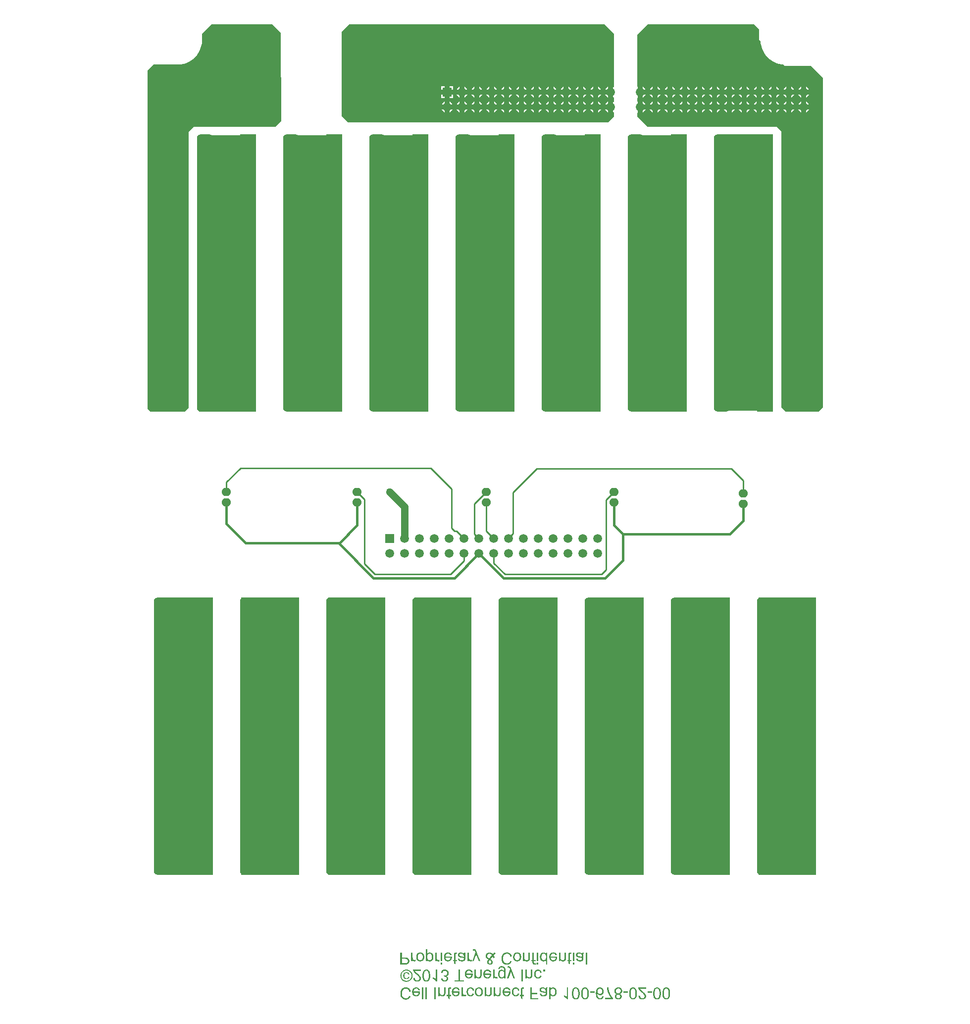
<source format=gbl>
%FSLAX25Y25*%
%MOIN*%
G70*
G01*
G75*
G04 Layer_Physical_Order=2*
G04 Layer_Color=16711680*
%ADD10R,0.09000X0.15000*%
%ADD11C,0.05000*%
%ADD12C,0.02500*%
%ADD13R,0.46000X0.47000*%
%ADD14R,0.35500X1.86000*%
%ADD15R,0.36000X1.86000*%
%ADD16R,0.37000X1.86000*%
%ADD17R,0.36500X1.86000*%
%ADD18R,0.39000X1.87000*%
%ADD19R,0.37000X1.87000*%
%ADD20R,0.37500X1.87000*%
%ADD21R,0.38000X1.87000*%
%ADD22R,0.15000X1.88000*%
%ADD23O,0.06300X0.05500*%
%ADD24C,0.40000*%
%ADD25R,0.05906X0.05906*%
%ADD26C,0.05906*%
%ADD27C,0.05906*%
%ADD28R,0.10780X1.86811*%
G04:AMPARAMS|DCode=29|XSize=1868.11mil|YSize=107.8mil|CornerRadius=26.95mil|HoleSize=0mil|Usage=FLASHONLY|Rotation=270.000|XOffset=0mil|YOffset=0mil|HoleType=Round|Shape=RoundedRectangle|*
%AMROUNDEDRECTD29*
21,1,1.86811,0.05390,0,0,270.0*
21,1,1.81421,0.10780,0,0,270.0*
1,1,0.05390,-0.02695,-0.90711*
1,1,0.05390,-0.02695,0.90711*
1,1,0.05390,0.02695,0.90711*
1,1,0.05390,0.02695,-0.90711*
%
%ADD29ROUNDEDRECTD29*%
%ADD30C,0.05000*%
%ADD31C,0.01000*%
%ADD32C,0.01500*%
%ADD33R,0.43000X0.45000*%
%ADD34R,0.37500X1.86000*%
G36*
X347979Y17625D02*
X348132Y17611D01*
X348278Y17590D01*
X348417Y17556D01*
X348542Y17521D01*
X348667Y17486D01*
X348771Y17445D01*
X348875Y17396D01*
X348965Y17354D01*
X349041Y17313D01*
X349111Y17278D01*
X349166Y17236D01*
X349215Y17209D01*
X349243Y17188D01*
X349263Y17174D01*
X349270Y17167D01*
X349374Y17077D01*
X349472Y16973D01*
X349652Y16757D01*
X349798Y16535D01*
X349923Y16320D01*
X349971Y16223D01*
X350013Y16133D01*
X350055Y16049D01*
X350082Y15973D01*
X350110Y15918D01*
X350124Y15869D01*
X350138Y15841D01*
Y15834D01*
X350186Y15668D01*
X350235Y15487D01*
X350277Y15300D01*
X350304Y15113D01*
X350360Y14731D01*
X350381Y14550D01*
X350395Y14370D01*
X350409Y14203D01*
X350415Y14051D01*
X350422Y13912D01*
Y13794D01*
X350429Y13697D01*
Y13621D01*
Y13593D01*
Y13572D01*
Y13565D01*
Y13558D01*
Y13343D01*
X350422Y13135D01*
X350415Y12940D01*
X350402Y12760D01*
X350388Y12593D01*
X350374Y12441D01*
X350353Y12295D01*
X350339Y12170D01*
X350325Y12052D01*
X350304Y11955D01*
X350290Y11872D01*
X350277Y11795D01*
X350263Y11740D01*
X350256Y11705D01*
X350249Y11677D01*
Y11670D01*
X350172Y11421D01*
X350096Y11191D01*
X350055Y11087D01*
X350013Y10983D01*
X349971Y10893D01*
X349930Y10817D01*
X349895Y10740D01*
X349860Y10671D01*
X349826Y10616D01*
X349805Y10567D01*
X349777Y10532D01*
X349763Y10504D01*
X349756Y10491D01*
X349749Y10484D01*
X349624Y10310D01*
X349492Y10158D01*
X349361Y10033D01*
X349229Y9922D01*
X349118Y9838D01*
X349069Y9810D01*
X349027Y9783D01*
X348993Y9762D01*
X348965Y9748D01*
X348951Y9734D01*
X348944D01*
X348757Y9644D01*
X348563Y9582D01*
X348375Y9533D01*
X348202Y9505D01*
X348118Y9491D01*
X348049Y9484D01*
X347986Y9477D01*
X347931D01*
X347882Y9470D01*
X347820D01*
X347660Y9477D01*
X347508Y9491D01*
X347362Y9512D01*
X347223Y9547D01*
X347098Y9582D01*
X346980Y9616D01*
X346869Y9665D01*
X346765Y9706D01*
X346675Y9748D01*
X346598Y9790D01*
X346529Y9831D01*
X346474Y9866D01*
X346432Y9901D01*
X346397Y9922D01*
X346376Y9935D01*
X346369Y9942D01*
X346265Y10033D01*
X346168Y10130D01*
X345988Y10345D01*
X345842Y10567D01*
X345717Y10782D01*
X345669Y10886D01*
X345627Y10976D01*
X345585Y11060D01*
X345557Y11129D01*
X345530Y11191D01*
X345516Y11233D01*
X345509Y11268D01*
X345502Y11275D01*
X345453Y11441D01*
X345405Y11622D01*
X345370Y11809D01*
X345335Y11997D01*
X345280Y12378D01*
X345266Y12566D01*
X345245Y12739D01*
X345238Y12913D01*
X345224Y13065D01*
X345217Y13204D01*
Y13322D01*
X345210Y13419D01*
Y13496D01*
Y13523D01*
Y13544D01*
Y13551D01*
Y13558D01*
Y13766D01*
X345217Y13968D01*
X345231Y14155D01*
X345245Y14342D01*
X345266Y14523D01*
X345287Y14696D01*
X345308Y14856D01*
X345335Y15015D01*
X345391Y15307D01*
X345460Y15578D01*
X345530Y15814D01*
X345606Y16029D01*
X345682Y16216D01*
X345752Y16376D01*
X345821Y16508D01*
X345877Y16619D01*
X345932Y16702D01*
X345967Y16764D01*
X345995Y16799D01*
X346002Y16813D01*
X346133Y16959D01*
X346272Y17084D01*
X346411Y17195D01*
X346564Y17285D01*
X346716Y17368D01*
X346869Y17431D01*
X347015Y17486D01*
X347161Y17528D01*
X347292Y17562D01*
X347417Y17590D01*
X347528Y17604D01*
X347626Y17618D01*
X347709Y17625D01*
X347771Y17632D01*
X347820D01*
X347979Y17625D01*
D02*
G37*
G36*
X354198D02*
X354350Y17611D01*
X354496Y17590D01*
X354635Y17556D01*
X354760Y17521D01*
X354885Y17486D01*
X354989Y17445D01*
X355093Y17396D01*
X355183Y17354D01*
X355260Y17313D01*
X355329Y17278D01*
X355384Y17236D01*
X355433Y17209D01*
X355461Y17188D01*
X355482Y17174D01*
X355489Y17167D01*
X355593Y17077D01*
X355690Y16973D01*
X355870Y16757D01*
X356016Y16535D01*
X356141Y16320D01*
X356189Y16223D01*
X356231Y16133D01*
X356273Y16049D01*
X356301Y15973D01*
X356328Y15918D01*
X356342Y15869D01*
X356356Y15841D01*
Y15834D01*
X356405Y15668D01*
X356453Y15487D01*
X356495Y15300D01*
X356523Y15113D01*
X356578Y14731D01*
X356599Y14550D01*
X356613Y14370D01*
X356627Y14203D01*
X356634Y14051D01*
X356641Y13912D01*
Y13794D01*
X356648Y13697D01*
Y13621D01*
Y13593D01*
Y13572D01*
Y13565D01*
Y13558D01*
Y13343D01*
X356641Y13135D01*
X356634Y12940D01*
X356620Y12760D01*
X356606Y12593D01*
X356592Y12441D01*
X356571Y12295D01*
X356557Y12170D01*
X356543Y12052D01*
X356523Y11955D01*
X356509Y11872D01*
X356495Y11795D01*
X356481Y11740D01*
X356474Y11705D01*
X356467Y11677D01*
Y11670D01*
X356391Y11421D01*
X356314Y11191D01*
X356273Y11087D01*
X356231Y10983D01*
X356189Y10893D01*
X356148Y10817D01*
X356113Y10740D01*
X356079Y10671D01*
X356044Y10616D01*
X356023Y10567D01*
X355995Y10532D01*
X355981Y10504D01*
X355974Y10491D01*
X355967Y10484D01*
X355842Y10310D01*
X355711Y10158D01*
X355579Y10033D01*
X355447Y9922D01*
X355336Y9838D01*
X355287Y9810D01*
X355246Y9783D01*
X355211Y9762D01*
X355183Y9748D01*
X355169Y9734D01*
X355162D01*
X354975Y9644D01*
X354781Y9582D01*
X354593Y9533D01*
X354420Y9505D01*
X354337Y9491D01*
X354267Y9484D01*
X354205Y9477D01*
X354149D01*
X354101Y9470D01*
X354038D01*
X353878Y9477D01*
X353726Y9491D01*
X353580Y9512D01*
X353441Y9547D01*
X353316Y9582D01*
X353198Y9616D01*
X353087Y9665D01*
X352983Y9706D01*
X352893Y9748D01*
X352817Y9790D01*
X352747Y9831D01*
X352692Y9866D01*
X352650Y9901D01*
X352615Y9922D01*
X352595Y9935D01*
X352588Y9942D01*
X352484Y10033D01*
X352386Y10130D01*
X352206Y10345D01*
X352060Y10567D01*
X351935Y10782D01*
X351887Y10886D01*
X351845Y10976D01*
X351803Y11060D01*
X351776Y11129D01*
X351748Y11191D01*
X351734Y11233D01*
X351727Y11268D01*
X351720Y11275D01*
X351672Y11441D01*
X351623Y11622D01*
X351588Y11809D01*
X351554Y11997D01*
X351498Y12378D01*
X351484Y12566D01*
X351463Y12739D01*
X351456Y12913D01*
X351443Y13065D01*
X351436Y13204D01*
Y13322D01*
X351429Y13419D01*
Y13496D01*
Y13523D01*
Y13544D01*
Y13551D01*
Y13558D01*
Y13766D01*
X351436Y13968D01*
X351449Y14155D01*
X351463Y14342D01*
X351484Y14523D01*
X351505Y14696D01*
X351526Y14856D01*
X351554Y15015D01*
X351609Y15307D01*
X351678Y15578D01*
X351748Y15814D01*
X351824Y16029D01*
X351901Y16216D01*
X351970Y16376D01*
X352039Y16508D01*
X352095Y16619D01*
X352150Y16702D01*
X352185Y16764D01*
X352213Y16799D01*
X352220Y16813D01*
X352352Y16959D01*
X352490Y17084D01*
X352629Y17195D01*
X352782Y17285D01*
X352935Y17368D01*
X353087Y17431D01*
X353233Y17486D01*
X353379Y17528D01*
X353511Y17562D01*
X353636Y17590D01*
X353747Y17604D01*
X353844Y17618D01*
X353927Y17625D01*
X353990Y17632D01*
X354038D01*
X354198Y17625D01*
D02*
G37*
G36*
X331823D02*
X331976Y17611D01*
X332122Y17590D01*
X332260Y17556D01*
X332385Y17521D01*
X332510Y17486D01*
X332614Y17445D01*
X332718Y17396D01*
X332809Y17354D01*
X332885Y17313D01*
X332954Y17278D01*
X333010Y17236D01*
X333059Y17209D01*
X333086Y17188D01*
X333107Y17174D01*
X333114Y17167D01*
X333218Y17077D01*
X333315Y16973D01*
X333496Y16757D01*
X333642Y16535D01*
X333766Y16320D01*
X333815Y16223D01*
X333857Y16133D01*
X333898Y16049D01*
X333926Y15973D01*
X333954Y15918D01*
X333968Y15869D01*
X333981Y15841D01*
Y15834D01*
X334030Y15668D01*
X334079Y15487D01*
X334120Y15300D01*
X334148Y15113D01*
X334204Y14731D01*
X334224Y14550D01*
X334238Y14370D01*
X334252Y14203D01*
X334259Y14051D01*
X334266Y13912D01*
Y13794D01*
X334273Y13697D01*
Y13621D01*
Y13593D01*
Y13572D01*
Y13565D01*
Y13558D01*
Y13343D01*
X334266Y13135D01*
X334259Y12940D01*
X334245Y12760D01*
X334231Y12593D01*
X334218Y12441D01*
X334197Y12295D01*
X334183Y12170D01*
X334169Y12052D01*
X334148Y11955D01*
X334134Y11872D01*
X334120Y11795D01*
X334106Y11740D01*
X334100Y11705D01*
X334093Y11677D01*
Y11670D01*
X334016Y11421D01*
X333940Y11191D01*
X333898Y11087D01*
X333857Y10983D01*
X333815Y10893D01*
X333773Y10817D01*
X333739Y10740D01*
X333704Y10671D01*
X333669Y10616D01*
X333648Y10567D01*
X333621Y10532D01*
X333607Y10504D01*
X333600Y10491D01*
X333593Y10484D01*
X333468Y10310D01*
X333336Y10158D01*
X333204Y10033D01*
X333072Y9922D01*
X332961Y9838D01*
X332913Y9810D01*
X332871Y9783D01*
X332836Y9762D01*
X332809Y9748D01*
X332795Y9734D01*
X332788D01*
X332600Y9644D01*
X332406Y9582D01*
X332219Y9533D01*
X332045Y9505D01*
X331962Y9491D01*
X331893Y9484D01*
X331830Y9477D01*
X331775D01*
X331726Y9470D01*
X331664D01*
X331504Y9477D01*
X331351Y9491D01*
X331206Y9512D01*
X331067Y9547D01*
X330942Y9582D01*
X330824Y9616D01*
X330713Y9665D01*
X330609Y9706D01*
X330519Y9748D01*
X330442Y9790D01*
X330373Y9831D01*
X330317Y9866D01*
X330276Y9901D01*
X330241Y9922D01*
X330220Y9935D01*
X330213Y9942D01*
X330109Y10033D01*
X330012Y10130D01*
X329831Y10345D01*
X329686Y10567D01*
X329561Y10782D01*
X329512Y10886D01*
X329470Y10976D01*
X329429Y11060D01*
X329401Y11129D01*
X329373Y11191D01*
X329360Y11233D01*
X329352Y11268D01*
X329346Y11275D01*
X329297Y11441D01*
X329248Y11622D01*
X329214Y11809D01*
X329179Y11997D01*
X329123Y12378D01*
X329110Y12566D01*
X329089Y12739D01*
X329082Y12913D01*
X329068Y13065D01*
X329061Y13204D01*
Y13322D01*
X329054Y13419D01*
Y13496D01*
Y13523D01*
Y13544D01*
Y13551D01*
Y13558D01*
Y13766D01*
X329061Y13968D01*
X329075Y14155D01*
X329089Y14342D01*
X329110Y14523D01*
X329131Y14696D01*
X329151Y14856D01*
X329179Y15015D01*
X329235Y15307D01*
X329304Y15578D01*
X329373Y15814D01*
X329450Y16029D01*
X329526Y16216D01*
X329595Y16376D01*
X329665Y16508D01*
X329720Y16619D01*
X329776Y16702D01*
X329811Y16764D01*
X329838Y16799D01*
X329845Y16813D01*
X329977Y16959D01*
X330116Y17084D01*
X330255Y17195D01*
X330407Y17285D01*
X330560Y17368D01*
X330713Y17431D01*
X330858Y17486D01*
X331004Y17528D01*
X331136Y17562D01*
X331261Y17590D01*
X331372Y17604D01*
X331469Y17618D01*
X331553Y17625D01*
X331615Y17632D01*
X331664D01*
X331823Y17625D01*
D02*
G37*
G36*
X299511D02*
X299663Y17611D01*
X299809Y17590D01*
X299948Y17556D01*
X300073Y17521D01*
X300198Y17486D01*
X300302Y17445D01*
X300406Y17396D01*
X300496Y17354D01*
X300572Y17313D01*
X300642Y17278D01*
X300697Y17236D01*
X300746Y17209D01*
X300774Y17188D01*
X300794Y17174D01*
X300801Y17167D01*
X300905Y17077D01*
X301003Y16973D01*
X301183Y16757D01*
X301329Y16535D01*
X301454Y16320D01*
X301502Y16223D01*
X301544Y16133D01*
X301586Y16049D01*
X301613Y15973D01*
X301641Y15918D01*
X301655Y15869D01*
X301669Y15841D01*
Y15834D01*
X301717Y15668D01*
X301766Y15487D01*
X301808Y15300D01*
X301835Y15113D01*
X301891Y14731D01*
X301912Y14550D01*
X301926Y14370D01*
X301940Y14203D01*
X301946Y14051D01*
X301953Y13912D01*
Y13794D01*
X301960Y13697D01*
Y13621D01*
Y13593D01*
Y13572D01*
Y13565D01*
Y13558D01*
Y13343D01*
X301953Y13135D01*
X301946Y12940D01*
X301933Y12760D01*
X301919Y12593D01*
X301905Y12441D01*
X301884Y12295D01*
X301870Y12170D01*
X301856Y12052D01*
X301835Y11955D01*
X301822Y11872D01*
X301808Y11795D01*
X301794Y11740D01*
X301787Y11705D01*
X301780Y11677D01*
Y11670D01*
X301704Y11421D01*
X301627Y11191D01*
X301586Y11087D01*
X301544Y10983D01*
X301502Y10893D01*
X301461Y10817D01*
X301426Y10740D01*
X301391Y10671D01*
X301357Y10616D01*
X301336Y10567D01*
X301308Y10532D01*
X301294Y10504D01*
X301287Y10491D01*
X301280Y10484D01*
X301155Y10310D01*
X301024Y10158D01*
X300892Y10033D01*
X300760Y9922D01*
X300649Y9838D01*
X300600Y9810D01*
X300558Y9783D01*
X300524Y9762D01*
X300496Y9748D01*
X300482Y9734D01*
X300475D01*
X300288Y9644D01*
X300094Y9582D01*
X299906Y9533D01*
X299733Y9505D01*
X299649Y9491D01*
X299580Y9484D01*
X299517Y9477D01*
X299462D01*
X299413Y9470D01*
X299351D01*
X299191Y9477D01*
X299039Y9491D01*
X298893Y9512D01*
X298754Y9547D01*
X298629Y9582D01*
X298511Y9616D01*
X298400Y9665D01*
X298296Y9706D01*
X298206Y9748D01*
X298130Y9790D01*
X298060Y9831D01*
X298005Y9866D01*
X297963Y9901D01*
X297928Y9922D01*
X297907Y9935D01*
X297901Y9942D01*
X297796Y10033D01*
X297699Y10130D01*
X297519Y10345D01*
X297373Y10567D01*
X297248Y10782D01*
X297200Y10886D01*
X297158Y10976D01*
X297116Y11060D01*
X297089Y11129D01*
X297061Y11191D01*
X297047Y11233D01*
X297040Y11268D01*
X297033Y11275D01*
X296984Y11441D01*
X296936Y11622D01*
X296901Y11809D01*
X296866Y11997D01*
X296811Y12378D01*
X296797Y12566D01*
X296776Y12739D01*
X296769Y12913D01*
X296755Y13065D01*
X296748Y13204D01*
Y13322D01*
X296742Y13419D01*
Y13496D01*
Y13523D01*
Y13544D01*
Y13551D01*
Y13558D01*
Y13766D01*
X296748Y13968D01*
X296762Y14155D01*
X296776Y14342D01*
X296797Y14523D01*
X296818Y14696D01*
X296839Y14856D01*
X296866Y15015D01*
X296922Y15307D01*
X296991Y15578D01*
X297061Y15814D01*
X297137Y16029D01*
X297213Y16216D01*
X297283Y16376D01*
X297352Y16508D01*
X297408Y16619D01*
X297463Y16702D01*
X297498Y16764D01*
X297526Y16799D01*
X297533Y16813D01*
X297664Y16959D01*
X297803Y17084D01*
X297942Y17195D01*
X298095Y17285D01*
X298248Y17368D01*
X298400Y17431D01*
X298546Y17486D01*
X298692Y17528D01*
X298823Y17562D01*
X298948Y17590D01*
X299059Y17604D01*
X299157Y17618D01*
X299240Y17625D01*
X299302Y17632D01*
X299351D01*
X299511Y17625D01*
D02*
G37*
G36*
X321954D02*
X322163Y17604D01*
X322357Y17569D01*
X322537Y17521D01*
X322704Y17472D01*
X322864Y17410D01*
X323002Y17347D01*
X323134Y17285D01*
X323252Y17222D01*
X323356Y17160D01*
X323440Y17097D01*
X323516Y17049D01*
X323571Y17000D01*
X323613Y16966D01*
X323641Y16945D01*
X323648Y16938D01*
X323780Y16806D01*
X323891Y16660D01*
X323988Y16514D01*
X324071Y16369D01*
X324141Y16223D01*
X324196Y16084D01*
X324245Y15945D01*
X324286Y15814D01*
X324314Y15689D01*
X324335Y15571D01*
X324356Y15467D01*
X324363Y15383D01*
X324370Y15307D01*
X324377Y15258D01*
Y15224D01*
Y15210D01*
X324370Y15071D01*
X324363Y14946D01*
X324314Y14703D01*
X324286Y14592D01*
X324252Y14481D01*
X324217Y14391D01*
X324182Y14301D01*
X324148Y14217D01*
X324113Y14148D01*
X324078Y14085D01*
X324050Y14037D01*
X324023Y13995D01*
X324002Y13961D01*
X323995Y13947D01*
X323988Y13940D01*
X323912Y13843D01*
X323828Y13752D01*
X323648Y13593D01*
X323461Y13461D01*
X323280Y13350D01*
X323197Y13308D01*
X323120Y13267D01*
X323044Y13232D01*
X322982Y13211D01*
X322933Y13190D01*
X322898Y13176D01*
X322871Y13162D01*
X322864D01*
X322975Y13121D01*
X323072Y13072D01*
X323169Y13024D01*
X323252Y12968D01*
X323336Y12920D01*
X323405Y12864D01*
X323474Y12815D01*
X323530Y12760D01*
X323585Y12718D01*
X323627Y12670D01*
X323669Y12635D01*
X323696Y12600D01*
X323724Y12573D01*
X323738Y12552D01*
X323752Y12538D01*
Y12531D01*
X323808Y12455D01*
X323849Y12371D01*
X323925Y12205D01*
X323981Y12038D01*
X324016Y11885D01*
X324037Y11754D01*
X324043Y11698D01*
Y11650D01*
X324050Y11615D01*
Y11587D01*
Y11566D01*
Y11559D01*
X324043Y11400D01*
X324023Y11247D01*
X323988Y11101D01*
X323953Y10962D01*
X323898Y10831D01*
X323849Y10713D01*
X323787Y10595D01*
X323731Y10498D01*
X323669Y10400D01*
X323606Y10317D01*
X323558Y10248D01*
X323509Y10192D01*
X323467Y10144D01*
X323433Y10109D01*
X323412Y10088D01*
X323405Y10081D01*
X323280Y9970D01*
X323148Y9880D01*
X323009Y9797D01*
X322871Y9727D01*
X322732Y9672D01*
X322593Y9616D01*
X322454Y9582D01*
X322322Y9547D01*
X322197Y9519D01*
X322086Y9505D01*
X321982Y9491D01*
X321892Y9477D01*
X321823D01*
X321767Y9470D01*
X321719D01*
X321531Y9477D01*
X321351Y9498D01*
X321177Y9526D01*
X321018Y9561D01*
X320872Y9609D01*
X320733Y9658D01*
X320608Y9713D01*
X320490Y9769D01*
X320393Y9824D01*
X320303Y9880D01*
X320226Y9928D01*
X320164Y9977D01*
X320109Y10012D01*
X320074Y10040D01*
X320053Y10060D01*
X320046Y10067D01*
X319935Y10185D01*
X319838Y10303D01*
X319755Y10421D01*
X319685Y10546D01*
X319623Y10671D01*
X319574Y10796D01*
X319532Y10914D01*
X319498Y11025D01*
X319477Y11129D01*
X319456Y11226D01*
X319442Y11310D01*
X319428Y11386D01*
Y11448D01*
X319421Y11490D01*
Y11525D01*
Y11532D01*
X319435Y11740D01*
X319470Y11927D01*
X319512Y12101D01*
X319567Y12246D01*
X319595Y12309D01*
X319623Y12364D01*
X319643Y12413D01*
X319664Y12448D01*
X319685Y12482D01*
X319699Y12503D01*
X319713Y12517D01*
Y12524D01*
X319775Y12600D01*
X319838Y12670D01*
X319984Y12802D01*
X320136Y12906D01*
X320282Y12996D01*
X320421Y13072D01*
X320476Y13100D01*
X320525Y13121D01*
X320573Y13142D01*
X320601Y13149D01*
X320622Y13162D01*
X320629D01*
X320497Y13204D01*
X320372Y13246D01*
X320254Y13301D01*
X320143Y13350D01*
X320039Y13412D01*
X319949Y13468D01*
X319866Y13530D01*
X319789Y13593D01*
X319720Y13648D01*
X319664Y13697D01*
X319609Y13752D01*
X319574Y13794D01*
X319539Y13829D01*
X319519Y13857D01*
X319505Y13870D01*
X319498Y13877D01*
X319428Y13981D01*
X319366Y14085D01*
X319317Y14197D01*
X319269Y14308D01*
X319234Y14412D01*
X319199Y14523D01*
X319151Y14731D01*
X319137Y14828D01*
X319123Y14911D01*
X319116Y14988D01*
X319109Y15057D01*
X319102Y15113D01*
Y15154D01*
Y15182D01*
Y15189D01*
X319109Y15383D01*
X319137Y15564D01*
X319172Y15737D01*
X319213Y15897D01*
X319269Y16057D01*
X319331Y16195D01*
X319394Y16327D01*
X319463Y16452D01*
X319532Y16556D01*
X319595Y16653D01*
X319657Y16737D01*
X319713Y16806D01*
X319755Y16861D01*
X319796Y16896D01*
X319817Y16924D01*
X319824Y16931D01*
X319963Y17056D01*
X320115Y17160D01*
X320268Y17257D01*
X320428Y17333D01*
X320594Y17403D01*
X320754Y17458D01*
X320907Y17507D01*
X321052Y17542D01*
X321198Y17576D01*
X321323Y17597D01*
X321441Y17611D01*
X321545Y17618D01*
X321628Y17625D01*
X321684Y17632D01*
X321739D01*
X321954Y17625D01*
D02*
G37*
G36*
X198915Y9498D02*
X197853D01*
Y17500D01*
X198915D01*
Y9498D01*
D02*
G37*
G36*
X315132Y17063D02*
X315153Y16855D01*
X315181Y16653D01*
X315209Y16459D01*
X315244Y16279D01*
X315278Y16112D01*
X315306Y15952D01*
X315341Y15814D01*
X315368Y15689D01*
X315396Y15578D01*
X315417Y15481D01*
X315438Y15404D01*
X315452Y15349D01*
X315466Y15321D01*
Y15307D01*
X315549Y15043D01*
X315632Y14780D01*
X315722Y14523D01*
X315820Y14273D01*
X315917Y14030D01*
X316014Y13801D01*
X316104Y13586D01*
X316201Y13385D01*
X316284Y13197D01*
X316368Y13031D01*
X316437Y12885D01*
X316500Y12760D01*
X316555Y12663D01*
X316576Y12621D01*
X316590Y12593D01*
X316604Y12566D01*
X316618Y12545D01*
X316625Y12538D01*
Y12531D01*
X316763Y12288D01*
X316902Y12052D01*
X317041Y11830D01*
X317180Y11629D01*
X317312Y11434D01*
X317437Y11254D01*
X317554Y11094D01*
X317666Y10949D01*
X317770Y10817D01*
X317860Y10699D01*
X317943Y10602D01*
X318013Y10518D01*
X318068Y10456D01*
X318110Y10407D01*
X318138Y10380D01*
X318144Y10373D01*
Y9602D01*
X312960D01*
Y10546D01*
X316881D01*
X316743Y10713D01*
X316604Y10879D01*
X316347Y11233D01*
X316222Y11414D01*
X316104Y11587D01*
X315993Y11754D01*
X315896Y11913D01*
X315799Y12066D01*
X315715Y12205D01*
X315646Y12330D01*
X315584Y12434D01*
X315535Y12524D01*
X315493Y12586D01*
X315473Y12628D01*
X315466Y12635D01*
Y12642D01*
X315348Y12878D01*
X315230Y13107D01*
X315125Y13343D01*
X315028Y13572D01*
X314931Y13794D01*
X314848Y14002D01*
X314772Y14210D01*
X314709Y14398D01*
X314647Y14571D01*
X314591Y14731D01*
X314549Y14877D01*
X314515Y14995D01*
X314480Y15092D01*
X314459Y15161D01*
X314452Y15189D01*
Y15210D01*
X314445Y15217D01*
Y15224D01*
X314383Y15467D01*
X314327Y15702D01*
X314279Y15932D01*
X314237Y16140D01*
X314202Y16341D01*
X314175Y16528D01*
X314147Y16702D01*
X314126Y16861D01*
X314112Y17007D01*
X314098Y17132D01*
X314091Y17243D01*
X314085Y17333D01*
Y17403D01*
X314078Y17458D01*
Y17486D01*
Y17500D01*
X315091D01*
X315132Y17063D01*
D02*
G37*
G36*
X192919Y9498D02*
X191934D01*
Y17500D01*
X192919D01*
Y9498D01*
D02*
G37*
G36*
X263443Y13863D02*
X267198D01*
Y12920D01*
X263443D01*
Y10442D01*
X267781D01*
Y9498D01*
X262382D01*
Y17500D01*
X263443D01*
Y13863D01*
D02*
G37*
G36*
X190435Y9498D02*
X189449D01*
Y17500D01*
X190435D01*
Y9498D01*
D02*
G37*
G36*
X293292Y17625D02*
X293445Y17611D01*
X293591Y17590D01*
X293729Y17556D01*
X293854Y17521D01*
X293979Y17486D01*
X294083Y17445D01*
X294188Y17396D01*
X294278Y17354D01*
X294354Y17313D01*
X294424Y17278D01*
X294479Y17236D01*
X294528Y17209D01*
X294555Y17188D01*
X294576Y17174D01*
X294583Y17167D01*
X294687Y17077D01*
X294784Y16973D01*
X294965Y16757D01*
X295111Y16535D01*
X295235Y16320D01*
X295284Y16223D01*
X295326Y16133D01*
X295367Y16049D01*
X295395Y15973D01*
X295423Y15918D01*
X295437Y15869D01*
X295451Y15841D01*
Y15834D01*
X295499Y15668D01*
X295548Y15487D01*
X295589Y15300D01*
X295617Y15113D01*
X295673Y14731D01*
X295693Y14550D01*
X295707Y14370D01*
X295721Y14203D01*
X295728Y14051D01*
X295735Y13912D01*
Y13794D01*
X295742Y13697D01*
Y13621D01*
Y13593D01*
Y13572D01*
Y13565D01*
Y13558D01*
Y13343D01*
X295735Y13135D01*
X295728Y12940D01*
X295714Y12760D01*
X295701Y12593D01*
X295687Y12441D01*
X295666Y12295D01*
X295652Y12170D01*
X295638Y12052D01*
X295617Y11955D01*
X295603Y11872D01*
X295589Y11795D01*
X295576Y11740D01*
X295569Y11705D01*
X295562Y11677D01*
Y11670D01*
X295485Y11421D01*
X295409Y11191D01*
X295367Y11087D01*
X295326Y10983D01*
X295284Y10893D01*
X295242Y10817D01*
X295208Y10740D01*
X295173Y10671D01*
X295138Y10616D01*
X295117Y10567D01*
X295090Y10532D01*
X295076Y10504D01*
X295069Y10491D01*
X295062Y10484D01*
X294937Y10310D01*
X294805Y10158D01*
X294673Y10033D01*
X294542Y9922D01*
X294430Y9838D01*
X294382Y9810D01*
X294340Y9783D01*
X294305Y9762D01*
X294278Y9748D01*
X294264Y9734D01*
X294257D01*
X294070Y9644D01*
X293875Y9582D01*
X293688Y9533D01*
X293514Y9505D01*
X293431Y9491D01*
X293362Y9484D01*
X293299Y9477D01*
X293244D01*
X293195Y9470D01*
X293133D01*
X292973Y9477D01*
X292820Y9491D01*
X292675Y9512D01*
X292536Y9547D01*
X292411Y9582D01*
X292293Y9616D01*
X292182Y9665D01*
X292078Y9706D01*
X291988Y9748D01*
X291911Y9790D01*
X291842Y9831D01*
X291786Y9866D01*
X291745Y9901D01*
X291710Y9922D01*
X291689Y9935D01*
X291682Y9942D01*
X291578Y10033D01*
X291481Y10130D01*
X291301Y10345D01*
X291155Y10567D01*
X291030Y10782D01*
X290981Y10886D01*
X290940Y10976D01*
X290898Y11060D01*
X290870Y11129D01*
X290843Y11191D01*
X290829Y11233D01*
X290822Y11268D01*
X290815Y11275D01*
X290766Y11441D01*
X290718Y11622D01*
X290683Y11809D01*
X290648Y11997D01*
X290593Y12378D01*
X290579Y12566D01*
X290558Y12739D01*
X290551Y12913D01*
X290537Y13065D01*
X290530Y13204D01*
Y13322D01*
X290523Y13419D01*
Y13496D01*
Y13523D01*
Y13544D01*
Y13551D01*
Y13558D01*
Y13766D01*
X290530Y13968D01*
X290544Y14155D01*
X290558Y14342D01*
X290579Y14523D01*
X290600Y14696D01*
X290620Y14856D01*
X290648Y15015D01*
X290704Y15307D01*
X290773Y15578D01*
X290843Y15814D01*
X290919Y16029D01*
X290995Y16216D01*
X291065Y16376D01*
X291134Y16508D01*
X291190Y16619D01*
X291245Y16702D01*
X291280Y16764D01*
X291307Y16799D01*
X291314Y16813D01*
X291446Y16959D01*
X291585Y17084D01*
X291724Y17195D01*
X291877Y17285D01*
X292029Y17368D01*
X292182Y17431D01*
X292328Y17486D01*
X292473Y17528D01*
X292605Y17562D01*
X292730Y17590D01*
X292841Y17604D01*
X292938Y17618D01*
X293022Y17625D01*
X293084Y17632D01*
X293133D01*
X293292Y17625D01*
D02*
G37*
G36*
X286484Y37433D02*
Y37308D01*
Y37197D01*
X286477Y37093D01*
Y36996D01*
X286470Y36912D01*
Y36836D01*
X286463Y36767D01*
X286456Y36704D01*
X286450Y36649D01*
Y36600D01*
X286442Y36565D01*
X286436Y36538D01*
Y36510D01*
X286429Y36496D01*
Y36482D01*
X286387Y36329D01*
X286345Y36191D01*
X286290Y36066D01*
X286241Y35962D01*
X286193Y35871D01*
X286151Y35809D01*
X286123Y35767D01*
X286116Y35753D01*
X286026Y35642D01*
X285922Y35545D01*
X285818Y35462D01*
X285707Y35392D01*
X285617Y35337D01*
X285533Y35295D01*
X285506Y35281D01*
X285485Y35268D01*
X285471Y35261D01*
X285464D01*
X285297Y35198D01*
X285131Y35150D01*
X284964Y35115D01*
X284819Y35087D01*
X284687Y35073D01*
X284638D01*
X284590Y35066D01*
X284499D01*
X284277Y35080D01*
X284076Y35108D01*
X283882Y35157D01*
X283701Y35219D01*
X283535Y35288D01*
X283389Y35372D01*
X283250Y35455D01*
X283125Y35545D01*
X283021Y35635D01*
X282924Y35719D01*
X282841Y35802D01*
X282778Y35871D01*
X282730Y35934D01*
X282688Y35982D01*
X282667Y36010D01*
X282660Y36024D01*
Y35198D01*
X281772D01*
Y41000D01*
X282757D01*
Y37835D01*
X282764Y37634D01*
X282778Y37447D01*
X282799Y37280D01*
X282827Y37128D01*
X282861Y36989D01*
X282903Y36864D01*
X282938Y36753D01*
X282986Y36663D01*
X283028Y36579D01*
X283063Y36503D01*
X283104Y36447D01*
X283139Y36399D01*
X283167Y36364D01*
X283188Y36343D01*
X283202Y36329D01*
X283208Y36322D01*
X283299Y36253D01*
X283389Y36191D01*
X283479Y36135D01*
X283569Y36086D01*
X283660Y36052D01*
X283750Y36017D01*
X283923Y35969D01*
X284000Y35955D01*
X284069Y35941D01*
X284132Y35934D01*
X284187Y35927D01*
X284229Y35920D01*
X284291D01*
X284430Y35927D01*
X284562Y35948D01*
X284680Y35975D01*
X284777Y36010D01*
X284860Y36045D01*
X284923Y36073D01*
X284957Y36093D01*
X284971Y36100D01*
X285075Y36170D01*
X285159Y36253D01*
X285235Y36329D01*
X285291Y36406D01*
X285332Y36475D01*
X285360Y36531D01*
X285374Y36565D01*
X285381Y36572D01*
Y36579D01*
X285402Y36635D01*
X285422Y36704D01*
X285450Y36843D01*
X285471Y36989D01*
X285485Y37134D01*
X285492Y37266D01*
X285499Y37329D01*
Y37377D01*
Y37419D01*
Y37447D01*
Y37468D01*
Y37475D01*
Y41000D01*
X286484D01*
Y37433D01*
D02*
G37*
G36*
X247037Y41125D02*
X247259Y41104D01*
X247467Y41069D01*
X247669Y41028D01*
X247856Y40972D01*
X248030Y40917D01*
X248189Y40854D01*
X248335Y40792D01*
X248467Y40729D01*
X248585Y40667D01*
X248689Y40611D01*
X248772Y40556D01*
X248835Y40514D01*
X248883Y40479D01*
X248918Y40459D01*
X248925Y40452D01*
X249084Y40313D01*
X249223Y40167D01*
X249355Y40014D01*
X249480Y39848D01*
X249591Y39688D01*
X249688Y39522D01*
X249772Y39355D01*
X249848Y39196D01*
X249917Y39050D01*
X249973Y38911D01*
X250021Y38786D01*
X250063Y38675D01*
X250091Y38585D01*
X250112Y38515D01*
X250119Y38495D01*
Y38474D01*
X250126Y38467D01*
Y38460D01*
X249064Y38196D01*
X249015Y38377D01*
X248967Y38550D01*
X248904Y38710D01*
X248842Y38855D01*
X248772Y38994D01*
X248703Y39119D01*
X248633Y39230D01*
X248564Y39334D01*
X248495Y39425D01*
X248432Y39501D01*
X248377Y39563D01*
X248321Y39619D01*
X248280Y39661D01*
X248252Y39695D01*
X248231Y39709D01*
X248224Y39716D01*
X248106Y39806D01*
X247981Y39883D01*
X247856Y39952D01*
X247731Y40008D01*
X247599Y40056D01*
X247474Y40098D01*
X247356Y40132D01*
X247238Y40160D01*
X247134Y40181D01*
X247030Y40195D01*
X246940Y40209D01*
X246864Y40216D01*
X246801D01*
X246760Y40223D01*
X246718D01*
X246586Y40216D01*
X246447Y40209D01*
X246198Y40167D01*
X246079Y40132D01*
X245968Y40105D01*
X245864Y40070D01*
X245767Y40035D01*
X245677Y40001D01*
X245594Y39966D01*
X245524Y39931D01*
X245469Y39904D01*
X245420Y39883D01*
X245386Y39862D01*
X245365Y39855D01*
X245358Y39848D01*
X245247Y39772D01*
X245136Y39688D01*
X245039Y39605D01*
X244948Y39515D01*
X244865Y39418D01*
X244789Y39327D01*
X244726Y39230D01*
X244664Y39140D01*
X244608Y39057D01*
X244560Y38974D01*
X244525Y38904D01*
X244490Y38842D01*
X244469Y38786D01*
X244449Y38751D01*
X244442Y38724D01*
X244435Y38717D01*
X244338Y38418D01*
X244268Y38113D01*
X244213Y37815D01*
X244199Y37676D01*
X244178Y37537D01*
X244171Y37412D01*
X244157Y37294D01*
X244150Y37190D01*
Y37107D01*
X244143Y37030D01*
Y36975D01*
Y36947D01*
Y36933D01*
X244157Y36642D01*
X244185Y36357D01*
X244199Y36225D01*
X244220Y36100D01*
X244247Y35982D01*
X244268Y35871D01*
X244289Y35767D01*
X244317Y35677D01*
X244338Y35594D01*
X244351Y35524D01*
X244372Y35476D01*
X244379Y35434D01*
X244393Y35406D01*
Y35399D01*
X244442Y35261D01*
X244504Y35136D01*
X244567Y35011D01*
X244636Y34900D01*
X244705Y34796D01*
X244775Y34699D01*
X244851Y34608D01*
X244920Y34525D01*
X244990Y34456D01*
X245052Y34393D01*
X245108Y34338D01*
X245163Y34296D01*
X245205Y34261D01*
X245233Y34233D01*
X245254Y34220D01*
X245261Y34213D01*
X245378Y34136D01*
X245503Y34067D01*
X245635Y34005D01*
X245760Y33956D01*
X245892Y33914D01*
X246017Y33880D01*
X246142Y33845D01*
X246260Y33824D01*
X246371Y33803D01*
X246475Y33789D01*
X246565Y33782D01*
X246649Y33775D01*
X246711Y33768D01*
X246801D01*
X246947Y33775D01*
X247093Y33782D01*
X247225Y33803D01*
X247350Y33831D01*
X247467Y33859D01*
X247579Y33893D01*
X247676Y33935D01*
X247773Y33970D01*
X247849Y34005D01*
X247925Y34046D01*
X247988Y34081D01*
X248037Y34109D01*
X248078Y34136D01*
X248113Y34150D01*
X248127Y34164D01*
X248134Y34171D01*
X248231Y34247D01*
X248321Y34338D01*
X248404Y34435D01*
X248481Y34539D01*
X248620Y34747D01*
X248738Y34955D01*
X248786Y35052D01*
X248828Y35143D01*
X248862Y35226D01*
X248890Y35295D01*
X248918Y35358D01*
X248932Y35399D01*
X248946Y35434D01*
Y35441D01*
X249987Y35198D01*
X249917Y34997D01*
X249841Y34803D01*
X249758Y34629D01*
X249668Y34462D01*
X249577Y34310D01*
X249480Y34164D01*
X249383Y34039D01*
X249293Y33921D01*
X249202Y33817D01*
X249119Y33727D01*
X249043Y33650D01*
X248973Y33588D01*
X248918Y33540D01*
X248876Y33505D01*
X248849Y33484D01*
X248842Y33477D01*
X248682Y33366D01*
X248522Y33276D01*
X248349Y33193D01*
X248182Y33123D01*
X248009Y33061D01*
X247842Y33012D01*
X247683Y32970D01*
X247523Y32936D01*
X247377Y32908D01*
X247245Y32894D01*
X247127Y32880D01*
X247023Y32866D01*
X246940D01*
X246878Y32859D01*
X246822D01*
X246628Y32866D01*
X246433Y32880D01*
X246253Y32901D01*
X246073Y32936D01*
X245906Y32970D01*
X245746Y33012D01*
X245594Y33054D01*
X245462Y33102D01*
X245330Y33144D01*
X245219Y33193D01*
X245122Y33234D01*
X245039Y33269D01*
X244976Y33303D01*
X244927Y33324D01*
X244893Y33338D01*
X244886Y33345D01*
X244726Y33442D01*
X244573Y33546D01*
X244435Y33658D01*
X244303Y33768D01*
X244178Y33887D01*
X244067Y34005D01*
X243970Y34122D01*
X243873Y34233D01*
X243796Y34345D01*
X243727Y34442D01*
X243664Y34532D01*
X243616Y34608D01*
X243574Y34671D01*
X243546Y34719D01*
X243532Y34747D01*
X243526Y34761D01*
X243442Y34941D01*
X243373Y35122D01*
X243310Y35309D01*
X243255Y35497D01*
X243206Y35677D01*
X243172Y35857D01*
X243137Y36031D01*
X243116Y36198D01*
X243095Y36357D01*
X243081Y36496D01*
X243068Y36621D01*
X243061Y36732D01*
X243054Y36815D01*
Y36885D01*
Y36926D01*
Y36933D01*
Y36940D01*
X243061Y37155D01*
X243074Y37363D01*
X243095Y37565D01*
X243116Y37759D01*
X243151Y37946D01*
X243185Y38120D01*
X243220Y38287D01*
X243262Y38439D01*
X243303Y38585D01*
X243338Y38710D01*
X243373Y38821D01*
X243408Y38911D01*
X243428Y38987D01*
X243449Y39036D01*
X243463Y39071D01*
X243470Y39085D01*
X243553Y39265D01*
X243643Y39439D01*
X243741Y39598D01*
X243845Y39744D01*
X243942Y39883D01*
X244046Y40008D01*
X244150Y40119D01*
X244247Y40223D01*
X244338Y40313D01*
X244428Y40389D01*
X244504Y40459D01*
X244573Y40514D01*
X244629Y40556D01*
X244671Y40584D01*
X244698Y40604D01*
X244705Y40611D01*
X244865Y40702D01*
X245031Y40785D01*
X245198Y40854D01*
X245378Y40910D01*
X245552Y40965D01*
X245725Y41007D01*
X245899Y41042D01*
X246059Y41069D01*
X246218Y41090D01*
X246357Y41104D01*
X246482Y41118D01*
X246593Y41125D01*
X246683D01*
X246753Y41132D01*
X246808D01*
X247037Y41125D01*
D02*
G37*
G36*
X262236Y37433D02*
Y37308D01*
Y37197D01*
X262229Y37093D01*
Y36996D01*
X262222Y36912D01*
Y36836D01*
X262215Y36767D01*
X262208Y36704D01*
X262201Y36649D01*
Y36600D01*
X262194Y36565D01*
X262187Y36538D01*
Y36510D01*
X262180Y36496D01*
Y36482D01*
X262139Y36329D01*
X262097Y36191D01*
X262041Y36066D01*
X261993Y35962D01*
X261944Y35871D01*
X261903Y35809D01*
X261875Y35767D01*
X261868Y35753D01*
X261778Y35642D01*
X261674Y35545D01*
X261570Y35462D01*
X261458Y35392D01*
X261368Y35337D01*
X261285Y35295D01*
X261257Y35281D01*
X261236Y35268D01*
X261223Y35261D01*
X261216D01*
X261049Y35198D01*
X260882Y35150D01*
X260716Y35115D01*
X260570Y35087D01*
X260438Y35073D01*
X260390D01*
X260341Y35066D01*
X260251D01*
X260029Y35080D01*
X259828Y35108D01*
X259633Y35157D01*
X259453Y35219D01*
X259286Y35288D01*
X259141Y35372D01*
X259002Y35455D01*
X258877Y35545D01*
X258773Y35635D01*
X258676Y35719D01*
X258592Y35802D01*
X258530Y35871D01*
X258481Y35934D01*
X258440Y35982D01*
X258419Y36010D01*
X258412Y36024D01*
Y35198D01*
X257523D01*
Y41000D01*
X258509D01*
Y37835D01*
X258516Y37634D01*
X258530Y37447D01*
X258551Y37280D01*
X258578Y37128D01*
X258613Y36989D01*
X258655Y36864D01*
X258689Y36753D01*
X258738Y36663D01*
X258780Y36579D01*
X258814Y36503D01*
X258856Y36447D01*
X258891Y36399D01*
X258918Y36364D01*
X258939Y36343D01*
X258953Y36329D01*
X258960Y36322D01*
X259050Y36253D01*
X259141Y36191D01*
X259231Y36135D01*
X259321Y36086D01*
X259411Y36052D01*
X259501Y36017D01*
X259675Y35969D01*
X259751Y35955D01*
X259821Y35941D01*
X259883Y35934D01*
X259939Y35927D01*
X259980Y35920D01*
X260043D01*
X260182Y35927D01*
X260313Y35948D01*
X260431Y35975D01*
X260529Y36010D01*
X260612Y36045D01*
X260674Y36073D01*
X260709Y36093D01*
X260723Y36100D01*
X260827Y36170D01*
X260910Y36253D01*
X260987Y36329D01*
X261042Y36406D01*
X261084Y36475D01*
X261111Y36531D01*
X261125Y36565D01*
X261132Y36572D01*
Y36579D01*
X261153Y36635D01*
X261174Y36704D01*
X261202Y36843D01*
X261223Y36989D01*
X261236Y37134D01*
X261243Y37266D01*
X261250Y37329D01*
Y37377D01*
Y37419D01*
Y37447D01*
Y37468D01*
Y37475D01*
Y41000D01*
X262236D01*
Y37433D01*
D02*
G37*
G36*
X295444Y41125D02*
X295645Y41104D01*
X295832Y41069D01*
X295992Y41035D01*
X296061Y41021D01*
X296131Y41007D01*
X296186Y40986D01*
X296228Y40972D01*
X296270Y40958D01*
X296297Y40951D01*
X296311Y40944D01*
X296318D01*
X296513Y40861D01*
X296700Y40757D01*
X296873Y40653D01*
X297033Y40542D01*
X297109Y40493D01*
X297172Y40445D01*
X297227Y40396D01*
X297283Y40361D01*
X297318Y40327D01*
X297345Y40306D01*
X297366Y40292D01*
X297373Y40285D01*
X297394Y40431D01*
X297422Y40570D01*
X297456Y40688D01*
X297484Y40799D01*
X297519Y40882D01*
X297547Y40944D01*
X297560Y40986D01*
X297567Y40993D01*
Y41000D01*
X298594D01*
X298532Y40875D01*
X298477Y40750D01*
X298435Y40632D01*
X298400Y40528D01*
X298372Y40438D01*
X298358Y40369D01*
X298352Y40341D01*
X298345Y40320D01*
Y40313D01*
Y40306D01*
X298331Y40230D01*
X298324Y40126D01*
X298317Y40014D01*
X298310Y39883D01*
X298303Y39744D01*
X298296Y39598D01*
X298289Y39300D01*
Y39161D01*
Y39022D01*
X298282Y38897D01*
Y38793D01*
Y38703D01*
Y38633D01*
Y38606D01*
Y38585D01*
Y38578D01*
Y38571D01*
Y37259D01*
Y37141D01*
Y37030D01*
X298275Y36933D01*
Y36836D01*
X298268Y36753D01*
Y36683D01*
X298261Y36614D01*
X298254Y36558D01*
X298248Y36510D01*
Y36461D01*
X298240Y36426D01*
X298234Y36399D01*
X298227Y36364D01*
Y36350D01*
X298192Y36204D01*
X298143Y36073D01*
X298095Y35962D01*
X298046Y35864D01*
X297998Y35788D01*
X297956Y35732D01*
X297928Y35698D01*
X297921Y35684D01*
X297831Y35587D01*
X297727Y35504D01*
X297609Y35427D01*
X297498Y35365D01*
X297401Y35316D01*
X297318Y35274D01*
X297283Y35268D01*
X297262Y35254D01*
X297248Y35247D01*
X297241D01*
X297054Y35184D01*
X296860Y35143D01*
X296658Y35108D01*
X296464Y35087D01*
X296374Y35080D01*
X296290Y35073D01*
X296221D01*
X296159Y35066D01*
X296034D01*
X295763Y35073D01*
X295513Y35101D01*
X295395Y35115D01*
X295284Y35129D01*
X295187Y35150D01*
X295097Y35170D01*
X295006Y35191D01*
X294937Y35205D01*
X294868Y35226D01*
X294819Y35240D01*
X294771Y35254D01*
X294743Y35268D01*
X294722Y35274D01*
X294715D01*
X294514Y35358D01*
X294340Y35448D01*
X294188Y35545D01*
X294063Y35642D01*
X293966Y35726D01*
X293896Y35795D01*
X293875Y35823D01*
X293854Y35844D01*
X293847Y35851D01*
X293841Y35857D01*
X293737Y36010D01*
X293646Y36177D01*
X293577Y36336D01*
X293514Y36496D01*
X293473Y36635D01*
X293459Y36697D01*
X293445Y36746D01*
X293431Y36787D01*
X293424Y36822D01*
X293417Y36843D01*
Y36850D01*
X294375Y36982D01*
X294403Y36871D01*
X294437Y36767D01*
X294479Y36676D01*
X294514Y36593D01*
X294555Y36510D01*
X294597Y36440D01*
X294639Y36378D01*
X294673Y36322D01*
X294715Y36281D01*
X294750Y36239D01*
X294805Y36177D01*
X294847Y36142D01*
X294854Y36128D01*
X294861D01*
X294930Y36086D01*
X295000Y36045D01*
X295159Y35982D01*
X295333Y35941D01*
X295499Y35906D01*
X295576Y35899D01*
X295652Y35892D01*
X295714Y35885D01*
X295777D01*
X295818Y35878D01*
X295888D01*
X296027Y35885D01*
X296152Y35892D01*
X296270Y35906D01*
X296381Y35934D01*
X296478Y35955D01*
X296575Y35982D01*
X296658Y36017D01*
X296734Y36045D01*
X296797Y36079D01*
X296852Y36107D01*
X296901Y36142D01*
X296943Y36163D01*
X296971Y36184D01*
X296998Y36204D01*
X297005Y36211D01*
X297012Y36218D01*
X297061Y36267D01*
X297109Y36322D01*
X297179Y36454D01*
X297227Y36593D01*
X297262Y36732D01*
X297283Y36857D01*
X297290Y36912D01*
Y36961D01*
X297297Y37003D01*
Y37030D01*
Y37051D01*
Y37058D01*
Y37086D01*
Y37121D01*
Y37204D01*
X297290Y37246D01*
Y37280D01*
Y37308D01*
Y37315D01*
X297179Y37350D01*
X297054Y37384D01*
X296922Y37419D01*
X296776Y37454D01*
X296485Y37509D01*
X296200Y37558D01*
X296068Y37579D01*
X295943Y37599D01*
X295825Y37613D01*
X295728Y37627D01*
X295645Y37641D01*
X295589Y37648D01*
X295548Y37655D01*
X295534D01*
X295333Y37683D01*
X295152Y37710D01*
X295000Y37738D01*
X294882Y37759D01*
X294784Y37780D01*
X294715Y37794D01*
X294673Y37801D01*
X294659Y37808D01*
X294514Y37849D01*
X294382Y37898D01*
X294257Y37953D01*
X294153Y38009D01*
X294070Y38050D01*
X294000Y38092D01*
X293958Y38120D01*
X293952Y38127D01*
X293945D01*
X293834Y38210D01*
X293737Y38307D01*
X293646Y38404D01*
X293577Y38495D01*
X293514Y38571D01*
X293473Y38640D01*
X293445Y38682D01*
X293438Y38689D01*
Y38696D01*
X293376Y38828D01*
X293327Y38967D01*
X293299Y39092D01*
X293271Y39216D01*
X293258Y39320D01*
Y39362D01*
X293251Y39397D01*
Y39432D01*
Y39452D01*
Y39466D01*
Y39473D01*
X293258Y39605D01*
X293271Y39737D01*
X293299Y39855D01*
X293334Y39966D01*
X293369Y40070D01*
X293410Y40174D01*
X293459Y40264D01*
X293507Y40341D01*
X293556Y40417D01*
X293605Y40479D01*
X293646Y40535D01*
X293681Y40584D01*
X293716Y40618D01*
X293743Y40646D01*
X293757Y40660D01*
X293764Y40667D01*
X293868Y40750D01*
X293972Y40820D01*
X294090Y40882D01*
X294208Y40938D01*
X294333Y40979D01*
X294451Y41021D01*
X294687Y41076D01*
X294798Y41090D01*
X294902Y41104D01*
X294993Y41118D01*
X295069Y41125D01*
X295138Y41132D01*
X295229D01*
X295444Y41125D01*
D02*
G37*
G36*
X215883D02*
X216085Y41104D01*
X216272Y41069D01*
X216432Y41035D01*
X216501Y41021D01*
X216571Y41007D01*
X216626Y40986D01*
X216668Y40972D01*
X216709Y40958D01*
X216737Y40951D01*
X216751Y40944D01*
X216758D01*
X216952Y40861D01*
X217140Y40757D01*
X217313Y40653D01*
X217473Y40542D01*
X217549Y40493D01*
X217612Y40445D01*
X217667Y40396D01*
X217723Y40361D01*
X217757Y40327D01*
X217785Y40306D01*
X217806Y40292D01*
X217813Y40285D01*
X217834Y40431D01*
X217861Y40570D01*
X217896Y40688D01*
X217924Y40799D01*
X217959Y40882D01*
X217986Y40944D01*
X218000Y40986D01*
X218007Y40993D01*
Y41000D01*
X219034D01*
X218972Y40875D01*
X218916Y40750D01*
X218875Y40632D01*
X218840Y40528D01*
X218812Y40438D01*
X218798Y40369D01*
X218791Y40341D01*
X218784Y40320D01*
Y40313D01*
Y40306D01*
X218771Y40230D01*
X218764Y40126D01*
X218757Y40014D01*
X218750Y39883D01*
X218743Y39744D01*
X218736Y39598D01*
X218729Y39300D01*
Y39161D01*
Y39022D01*
X218722Y38897D01*
Y38793D01*
Y38703D01*
Y38633D01*
Y38606D01*
Y38585D01*
Y38578D01*
Y38571D01*
Y37259D01*
Y37141D01*
Y37030D01*
X218715Y36933D01*
Y36836D01*
X218708Y36753D01*
Y36683D01*
X218701Y36614D01*
X218694Y36558D01*
X218687Y36510D01*
Y36461D01*
X218680Y36426D01*
X218673Y36399D01*
X218667Y36364D01*
Y36350D01*
X218632Y36204D01*
X218583Y36073D01*
X218535Y35962D01*
X218486Y35864D01*
X218438Y35788D01*
X218396Y35732D01*
X218368Y35698D01*
X218361Y35684D01*
X218271Y35587D01*
X218167Y35504D01*
X218049Y35427D01*
X217938Y35365D01*
X217841Y35316D01*
X217757Y35274D01*
X217723Y35268D01*
X217702Y35254D01*
X217688Y35247D01*
X217681D01*
X217494Y35184D01*
X217299Y35143D01*
X217098Y35108D01*
X216904Y35087D01*
X216813Y35080D01*
X216730Y35073D01*
X216661D01*
X216598Y35066D01*
X216473D01*
X216203Y35073D01*
X215953Y35101D01*
X215835Y35115D01*
X215724Y35129D01*
X215627Y35150D01*
X215536Y35170D01*
X215446Y35191D01*
X215377Y35205D01*
X215307Y35226D01*
X215259Y35240D01*
X215210Y35254D01*
X215183Y35268D01*
X215162Y35274D01*
X215155D01*
X214954Y35358D01*
X214780Y35448D01*
X214627Y35545D01*
X214503Y35642D01*
X214405Y35726D01*
X214336Y35795D01*
X214315Y35823D01*
X214294Y35844D01*
X214287Y35851D01*
X214280Y35857D01*
X214176Y36010D01*
X214086Y36177D01*
X214017Y36336D01*
X213954Y36496D01*
X213913Y36635D01*
X213899Y36697D01*
X213885Y36746D01*
X213871Y36787D01*
X213864Y36822D01*
X213857Y36843D01*
Y36850D01*
X214815Y36982D01*
X214843Y36871D01*
X214877Y36767D01*
X214919Y36676D01*
X214954Y36593D01*
X214995Y36510D01*
X215037Y36440D01*
X215078Y36378D01*
X215113Y36322D01*
X215155Y36281D01*
X215190Y36239D01*
X215245Y36177D01*
X215287Y36142D01*
X215294Y36128D01*
X215301D01*
X215370Y36086D01*
X215439Y36045D01*
X215599Y35982D01*
X215773Y35941D01*
X215939Y35906D01*
X216015Y35899D01*
X216092Y35892D01*
X216154Y35885D01*
X216217D01*
X216258Y35878D01*
X216328D01*
X216466Y35885D01*
X216591Y35892D01*
X216709Y35906D01*
X216820Y35934D01*
X216918Y35955D01*
X217015Y35982D01*
X217098Y36017D01*
X217174Y36045D01*
X217237Y36079D01*
X217292Y36107D01*
X217341Y36142D01*
X217383Y36163D01*
X217410Y36184D01*
X217438Y36204D01*
X217445Y36211D01*
X217452Y36218D01*
X217501Y36267D01*
X217549Y36322D01*
X217618Y36454D01*
X217667Y36593D01*
X217702Y36732D01*
X217723Y36857D01*
X217730Y36912D01*
Y36961D01*
X217737Y37003D01*
Y37030D01*
Y37051D01*
Y37058D01*
Y37086D01*
Y37121D01*
Y37204D01*
X217730Y37246D01*
Y37280D01*
Y37308D01*
Y37315D01*
X217618Y37350D01*
X217494Y37384D01*
X217362Y37419D01*
X217216Y37454D01*
X216925Y37509D01*
X216640Y37558D01*
X216508Y37579D01*
X216383Y37599D01*
X216265Y37613D01*
X216168Y37627D01*
X216085Y37641D01*
X216029Y37648D01*
X215988Y37655D01*
X215974D01*
X215773Y37683D01*
X215592Y37710D01*
X215439Y37738D01*
X215321Y37759D01*
X215224Y37780D01*
X215155Y37794D01*
X215113Y37801D01*
X215099Y37808D01*
X214954Y37849D01*
X214822Y37898D01*
X214697Y37953D01*
X214593Y38009D01*
X214509Y38050D01*
X214440Y38092D01*
X214398Y38120D01*
X214391Y38127D01*
X214385D01*
X214274Y38210D01*
X214176Y38307D01*
X214086Y38404D01*
X214017Y38495D01*
X213954Y38571D01*
X213913Y38640D01*
X213885Y38682D01*
X213878Y38689D01*
Y38696D01*
X213815Y38828D01*
X213767Y38967D01*
X213739Y39092D01*
X213711Y39216D01*
X213697Y39320D01*
Y39362D01*
X213690Y39397D01*
Y39432D01*
Y39452D01*
Y39466D01*
Y39473D01*
X213697Y39605D01*
X213711Y39737D01*
X213739Y39855D01*
X213774Y39966D01*
X213808Y40070D01*
X213850Y40174D01*
X213899Y40264D01*
X213947Y40341D01*
X213996Y40417D01*
X214044Y40479D01*
X214086Y40535D01*
X214121Y40584D01*
X214156Y40618D01*
X214183Y40646D01*
X214197Y40660D01*
X214204Y40667D01*
X214308Y40750D01*
X214412Y40820D01*
X214530Y40882D01*
X214648Y40938D01*
X214773Y40979D01*
X214891Y41021D01*
X215127Y41076D01*
X215238Y41090D01*
X215342Y41104D01*
X215432Y41118D01*
X215509Y41125D01*
X215578Y41132D01*
X215668D01*
X215883Y41125D01*
D02*
G37*
G36*
X289656Y41069D02*
X289788Y41063D01*
X289913Y41049D01*
X290031Y41035D01*
X290135Y41021D01*
X290211Y41007D01*
X290239Y41000D01*
X290260Y40993D01*
X290280D01*
X290142Y40126D01*
X290044Y40139D01*
X289961Y40146D01*
X289885Y40153D01*
X289822D01*
X289774Y40160D01*
X289635D01*
X289565Y40146D01*
X289503Y40139D01*
X289461Y40126D01*
X289420Y40112D01*
X289392Y40105D01*
X289378Y40091D01*
X289371D01*
X289295Y40035D01*
X289246Y39973D01*
X289226Y39945D01*
X289212Y39924D01*
X289205Y39910D01*
Y39904D01*
X289191Y39841D01*
X289177Y39765D01*
X289170Y39674D01*
X289163Y39584D01*
X289156Y39501D01*
Y39432D01*
Y39404D01*
Y39383D01*
Y39369D01*
Y39362D01*
Y35962D01*
X290142D01*
Y35198D01*
X289156D01*
Y33179D01*
X288171Y33768D01*
Y35198D01*
X287442D01*
Y35962D01*
X288171D01*
Y39307D01*
Y39466D01*
X288177Y39612D01*
X288184Y39744D01*
X288191Y39862D01*
X288198Y39966D01*
X288205Y40063D01*
X288219Y40146D01*
X288233Y40216D01*
X288240Y40278D01*
X288254Y40334D01*
X288261Y40375D01*
X288268Y40410D01*
X288275Y40431D01*
X288282Y40452D01*
X288289Y40459D01*
Y40466D01*
X288337Y40563D01*
X288400Y40653D01*
X288469Y40729D01*
X288538Y40792D01*
X288601Y40840D01*
X288649Y40882D01*
X288684Y40903D01*
X288698Y40910D01*
X288823Y40965D01*
X288955Y41007D01*
X289094Y41035D01*
X289226Y41056D01*
X289343Y41069D01*
X289399D01*
X289441Y41076D01*
X289531D01*
X289656Y41069D01*
D02*
G37*
G36*
X212580D02*
X212712Y41063D01*
X212837Y41049D01*
X212955Y41035D01*
X213059Y41021D01*
X213135Y41007D01*
X213163Y41000D01*
X213184Y40993D01*
X213205D01*
X213066Y40126D01*
X212969Y40139D01*
X212885Y40146D01*
X212809Y40153D01*
X212747D01*
X212698Y40160D01*
X212559D01*
X212490Y40146D01*
X212427Y40139D01*
X212386Y40126D01*
X212344Y40112D01*
X212316Y40105D01*
X212302Y40091D01*
X212296D01*
X212219Y40035D01*
X212171Y39973D01*
X212150Y39945D01*
X212136Y39924D01*
X212129Y39910D01*
Y39904D01*
X212115Y39841D01*
X212101Y39765D01*
X212094Y39674D01*
X212087Y39584D01*
X212080Y39501D01*
Y39432D01*
Y39404D01*
Y39383D01*
Y39369D01*
Y39362D01*
Y35962D01*
X213066D01*
Y35198D01*
X212080D01*
Y33179D01*
X211095Y33768D01*
Y35198D01*
X210366D01*
Y35962D01*
X211095D01*
Y39307D01*
Y39466D01*
X211102Y39612D01*
X211109Y39744D01*
X211116Y39862D01*
X211123Y39966D01*
X211130Y40063D01*
X211143Y40146D01*
X211157Y40216D01*
X211164Y40278D01*
X211178Y40334D01*
X211185Y40375D01*
X211192Y40410D01*
X211199Y40431D01*
X211206Y40452D01*
X211213Y40459D01*
Y40466D01*
X211262Y40563D01*
X211324Y40653D01*
X211393Y40729D01*
X211463Y40792D01*
X211525Y40840D01*
X211574Y40882D01*
X211609Y40903D01*
X211622Y40910D01*
X211747Y40965D01*
X211879Y41007D01*
X212018Y41035D01*
X212150Y41056D01*
X212268Y41069D01*
X212323D01*
X212365Y41076D01*
X212455D01*
X212580Y41069D01*
D02*
G37*
G36*
X239132Y40403D02*
X238876Y40209D01*
X238640Y40001D01*
X238536Y39897D01*
X238432Y39799D01*
X238334Y39695D01*
X238244Y39605D01*
X238168Y39515D01*
X238091Y39432D01*
X238029Y39362D01*
X237981Y39300D01*
X237939Y39244D01*
X237911Y39209D01*
X237890Y39182D01*
X237883Y39175D01*
X237967Y39043D01*
X238043Y38904D01*
X238182Y38620D01*
X238300Y38335D01*
X238355Y38196D01*
X238404Y38064D01*
X238445Y37940D01*
X238487Y37821D01*
X238515Y37717D01*
X238543Y37627D01*
X238563Y37558D01*
X238577Y37502D01*
X238591Y37468D01*
Y37454D01*
X237571Y37232D01*
X237515Y37461D01*
X237453Y37676D01*
X237391Y37863D01*
X237356Y37953D01*
X237328Y38030D01*
X237300Y38099D01*
X237273Y38162D01*
X237252Y38217D01*
X237231Y38266D01*
X237210Y38300D01*
X237203Y38328D01*
X237189Y38342D01*
Y38349D01*
X235746Y36524D01*
X235885Y36447D01*
X236017Y36371D01*
X236135Y36288D01*
X236245Y36211D01*
X236350Y36128D01*
X236454Y36045D01*
X236544Y35962D01*
X236627Y35878D01*
X236773Y35719D01*
X236898Y35552D01*
X236995Y35399D01*
X237078Y35247D01*
X237141Y35108D01*
X237182Y34983D01*
X237217Y34872D01*
X237245Y34768D01*
X237259Y34692D01*
X237266Y34629D01*
Y34594D01*
Y34580D01*
X237259Y34449D01*
X237245Y34324D01*
X237217Y34206D01*
X237182Y34095D01*
X237141Y33984D01*
X237099Y33887D01*
X237051Y33796D01*
X237002Y33713D01*
X236953Y33637D01*
X236905Y33567D01*
X236863Y33512D01*
X236822Y33463D01*
X236787Y33421D01*
X236759Y33394D01*
X236745Y33380D01*
X236738Y33373D01*
X236641Y33283D01*
X236530Y33206D01*
X236419Y33137D01*
X236308Y33081D01*
X236197Y33033D01*
X236086Y32991D01*
X235975Y32956D01*
X235871Y32929D01*
X235774Y32908D01*
X235683Y32894D01*
X235607Y32880D01*
X235538Y32873D01*
X235475Y32866D01*
X235399D01*
X235239Y32873D01*
X235093Y32887D01*
X234948Y32915D01*
X234816Y32950D01*
X234691Y32991D01*
X234573Y33033D01*
X234462Y33081D01*
X234365Y33130D01*
X234275Y33186D01*
X234198Y33234D01*
X234136Y33276D01*
X234080Y33317D01*
X234032Y33352D01*
X234004Y33380D01*
X233983Y33394D01*
X233976Y33401D01*
X233879Y33505D01*
X233789Y33609D01*
X233712Y33713D01*
X233650Y33824D01*
X233594Y33928D01*
X233553Y34032D01*
X233511Y34129D01*
X233483Y34227D01*
X233463Y34317D01*
X233442Y34393D01*
X233435Y34470D01*
X233421Y34532D01*
Y34580D01*
X233414Y34615D01*
Y34643D01*
Y34650D01*
X233421Y34789D01*
X233442Y34921D01*
X233470Y35045D01*
X233504Y35157D01*
X233532Y35261D01*
X233560Y35330D01*
X233574Y35358D01*
X233580Y35379D01*
X233588Y35392D01*
Y35399D01*
X233622Y35476D01*
X233671Y35552D01*
X233775Y35719D01*
X233893Y35885D01*
X234018Y36045D01*
X234073Y36121D01*
X234129Y36191D01*
X234177Y36253D01*
X234219Y36302D01*
X234261Y36343D01*
X234288Y36378D01*
X234302Y36399D01*
X234309Y36406D01*
X234136Y36489D01*
X233976Y36579D01*
X233823Y36669D01*
X233685Y36760D01*
X233560Y36850D01*
X233442Y36933D01*
X233331Y37016D01*
X233241Y37100D01*
X233157Y37176D01*
X233081Y37238D01*
X233018Y37301D01*
X232970Y37356D01*
X232928Y37398D01*
X232900Y37426D01*
X232887Y37447D01*
X232880Y37454D01*
X232796Y37565D01*
X232727Y37683D01*
X232664Y37801D01*
X232609Y37912D01*
X232560Y38030D01*
X232526Y38141D01*
X232491Y38245D01*
X232470Y38349D01*
X232449Y38439D01*
X232435Y38529D01*
X232422Y38606D01*
X232415Y38668D01*
X232408Y38724D01*
Y38758D01*
Y38786D01*
Y38793D01*
X232415Y38946D01*
X232435Y39098D01*
X232463Y39244D01*
X232498Y39383D01*
X232546Y39515D01*
X232595Y39640D01*
X232644Y39758D01*
X232699Y39862D01*
X232755Y39959D01*
X232803Y40049D01*
X232859Y40126D01*
X232900Y40188D01*
X232935Y40237D01*
X232963Y40278D01*
X232984Y40299D01*
X232991Y40306D01*
X233129Y40452D01*
X233282Y40577D01*
X233442Y40688D01*
X233601Y40785D01*
X233761Y40861D01*
X233927Y40931D01*
X234087Y40986D01*
X234240Y41028D01*
X234379Y41063D01*
X234517Y41090D01*
X234635Y41104D01*
X234739Y41118D01*
X234823Y41125D01*
X234885Y41132D01*
X234941D01*
X235184Y41118D01*
X235413Y41090D01*
X235628Y41049D01*
X235718Y41028D01*
X235808Y41000D01*
X235892Y40972D01*
X235961Y40951D01*
X236023Y40931D01*
X236079Y40910D01*
X236121Y40889D01*
X236148Y40882D01*
X236169Y40868D01*
X236176D01*
X236384Y40757D01*
X236586Y40625D01*
X236766Y40493D01*
X236926Y40361D01*
X236995Y40299D01*
X237057Y40244D01*
X237106Y40188D01*
X237155Y40146D01*
X237189Y40105D01*
X237217Y40077D01*
X237231Y40063D01*
X237238Y40056D01*
X237356Y40195D01*
X237474Y40320D01*
X237585Y40438D01*
X237696Y40549D01*
X237807Y40646D01*
X237904Y40743D01*
X238001Y40826D01*
X238091Y40896D01*
X238175Y40965D01*
X238251Y41021D01*
X238314Y41069D01*
X238369Y41111D01*
X238411Y41139D01*
X238445Y41160D01*
X238466Y41173D01*
X238473Y41180D01*
X239132Y40403D01*
D02*
G37*
G36*
X278170Y41125D02*
X278344Y41111D01*
X278510Y41090D01*
X278670Y41056D01*
X278816Y41021D01*
X278954Y40979D01*
X279079Y40931D01*
X279190Y40889D01*
X279294Y40840D01*
X279384Y40799D01*
X279461Y40757D01*
X279523Y40722D01*
X279572Y40688D01*
X279614Y40667D01*
X279634Y40653D01*
X279641Y40646D01*
X279759Y40549D01*
X279870Y40445D01*
X279967Y40334D01*
X280058Y40223D01*
X280141Y40105D01*
X280210Y39987D01*
X280280Y39876D01*
X280335Y39765D01*
X280384Y39661D01*
X280426Y39570D01*
X280460Y39480D01*
X280488Y39404D01*
X280509Y39341D01*
X280523Y39300D01*
X280537Y39265D01*
Y39258D01*
X279523Y39126D01*
X279482Y39237D01*
X279433Y39348D01*
X279384Y39445D01*
X279336Y39536D01*
X279280Y39619D01*
X279232Y39695D01*
X279183Y39758D01*
X279135Y39820D01*
X279086Y39876D01*
X279045Y39917D01*
X279010Y39959D01*
X278975Y39987D01*
X278947Y40014D01*
X278933Y40028D01*
X278920Y40035D01*
X278913Y40042D01*
X278767Y40139D01*
X278607Y40209D01*
X278455Y40257D01*
X278309Y40292D01*
X278184Y40313D01*
X278128Y40320D01*
X278080D01*
X278045Y40327D01*
X277990D01*
X277858Y40320D01*
X277733Y40306D01*
X277608Y40278D01*
X277497Y40251D01*
X277386Y40209D01*
X277289Y40167D01*
X277198Y40119D01*
X277115Y40070D01*
X277039Y40028D01*
X276969Y39980D01*
X276914Y39938D01*
X276865Y39897D01*
X276824Y39869D01*
X276796Y39841D01*
X276782Y39827D01*
X276775Y39820D01*
X276692Y39723D01*
X276616Y39612D01*
X276546Y39494D01*
X276484Y39376D01*
X276435Y39251D01*
X276393Y39133D01*
X276324Y38897D01*
X276303Y38786D01*
X276282Y38682D01*
X276269Y38585D01*
X276255Y38508D01*
X276248Y38439D01*
X276241Y38391D01*
Y38363D01*
Y38349D01*
X280564D01*
Y38287D01*
X280571Y38238D01*
Y38189D01*
Y38155D01*
Y38127D01*
Y38106D01*
Y38099D01*
Y38092D01*
X280564Y37828D01*
X280537Y37585D01*
X280502Y37350D01*
X280453Y37134D01*
X280398Y36940D01*
X280335Y36753D01*
X280273Y36586D01*
X280204Y36440D01*
X280134Y36309D01*
X280065Y36191D01*
X280002Y36093D01*
X279947Y36010D01*
X279898Y35948D01*
X279863Y35899D01*
X279836Y35871D01*
X279829Y35864D01*
X279683Y35726D01*
X279537Y35601D01*
X279378Y35497D01*
X279225Y35399D01*
X279065Y35323D01*
X278906Y35261D01*
X278753Y35205D01*
X278607Y35164D01*
X278468Y35136D01*
X278337Y35108D01*
X278226Y35087D01*
X278128Y35080D01*
X278045Y35073D01*
X277983Y35066D01*
X277934D01*
X277712Y35073D01*
X277504Y35101D01*
X277309Y35143D01*
X277122Y35191D01*
X276949Y35254D01*
X276789Y35323D01*
X276636Y35399D01*
X276504Y35469D01*
X276386Y35545D01*
X276282Y35622D01*
X276192Y35691D01*
X276116Y35753D01*
X276053Y35802D01*
X276012Y35844D01*
X275984Y35871D01*
X275977Y35878D01*
X275845Y36038D01*
X275727Y36211D01*
X275630Y36392D01*
X275547Y36579D01*
X275470Y36767D01*
X275408Y36954D01*
X275359Y37141D01*
X275325Y37322D01*
X275290Y37488D01*
X275269Y37648D01*
X275248Y37787D01*
X275241Y37912D01*
X275234Y38016D01*
X275227Y38057D01*
Y38092D01*
Y38120D01*
Y38141D01*
Y38148D01*
Y38155D01*
X275234Y38411D01*
X275262Y38654D01*
X275297Y38883D01*
X275345Y39098D01*
X275401Y39293D01*
X275463Y39473D01*
X275533Y39640D01*
X275602Y39786D01*
X275672Y39917D01*
X275734Y40028D01*
X275797Y40132D01*
X275852Y40209D01*
X275901Y40271D01*
X275935Y40320D01*
X275963Y40348D01*
X275970Y40355D01*
X276116Y40493D01*
X276269Y40611D01*
X276435Y40716D01*
X276595Y40806D01*
X276768Y40882D01*
X276935Y40944D01*
X277094Y40993D01*
X277254Y41035D01*
X277407Y41069D01*
X277538Y41090D01*
X277663Y41111D01*
X277775Y41118D01*
X277858Y41125D01*
X277927Y41132D01*
X277983D01*
X278170Y41125D01*
D02*
G37*
G36*
X207313D02*
X207486Y41111D01*
X207653Y41090D01*
X207812Y41056D01*
X207958Y41021D01*
X208097Y40979D01*
X208222Y40931D01*
X208333Y40889D01*
X208437Y40840D01*
X208527Y40799D01*
X208604Y40757D01*
X208666Y40722D01*
X208715Y40688D01*
X208756Y40667D01*
X208777Y40653D01*
X208784Y40646D01*
X208902Y40549D01*
X209013Y40445D01*
X209110Y40334D01*
X209200Y40223D01*
X209284Y40105D01*
X209353Y39987D01*
X209422Y39876D01*
X209478Y39765D01*
X209526Y39661D01*
X209568Y39570D01*
X209603Y39480D01*
X209631Y39404D01*
X209651Y39341D01*
X209665Y39300D01*
X209679Y39265D01*
Y39258D01*
X208666Y39126D01*
X208624Y39237D01*
X208576Y39348D01*
X208527Y39445D01*
X208479Y39536D01*
X208423Y39619D01*
X208375Y39695D01*
X208326Y39758D01*
X208277Y39820D01*
X208229Y39876D01*
X208187Y39917D01*
X208152Y39959D01*
X208118Y39987D01*
X208090Y40014D01*
X208076Y40028D01*
X208062Y40035D01*
X208055Y40042D01*
X207909Y40139D01*
X207750Y40209D01*
X207597Y40257D01*
X207451Y40292D01*
X207327Y40313D01*
X207271Y40320D01*
X207222D01*
X207188Y40327D01*
X207132D01*
X207000Y40320D01*
X206875Y40306D01*
X206750Y40278D01*
X206640Y40251D01*
X206528Y40209D01*
X206431Y40167D01*
X206341Y40119D01*
X206258Y40070D01*
X206181Y40028D01*
X206112Y39980D01*
X206056Y39938D01*
X206008Y39897D01*
X205966Y39869D01*
X205939Y39841D01*
X205925Y39827D01*
X205918Y39820D01*
X205834Y39723D01*
X205758Y39612D01*
X205689Y39494D01*
X205626Y39376D01*
X205578Y39251D01*
X205536Y39133D01*
X205467Y38897D01*
X205446Y38786D01*
X205425Y38682D01*
X205411Y38585D01*
X205397Y38508D01*
X205390Y38439D01*
X205383Y38391D01*
Y38363D01*
Y38349D01*
X209707D01*
Y38287D01*
X209714Y38238D01*
Y38189D01*
Y38155D01*
Y38127D01*
Y38106D01*
Y38099D01*
Y38092D01*
X209707Y37828D01*
X209679Y37585D01*
X209645Y37350D01*
X209596Y37134D01*
X209540Y36940D01*
X209478Y36753D01*
X209416Y36586D01*
X209346Y36440D01*
X209277Y36309D01*
X209207Y36191D01*
X209145Y36093D01*
X209089Y36010D01*
X209041Y35948D01*
X209006Y35899D01*
X208978Y35871D01*
X208971Y35864D01*
X208826Y35726D01*
X208680Y35601D01*
X208520Y35497D01*
X208367Y35399D01*
X208208Y35323D01*
X208048Y35261D01*
X207896Y35205D01*
X207750Y35164D01*
X207611Y35136D01*
X207479Y35108D01*
X207368Y35087D01*
X207271Y35080D01*
X207188Y35073D01*
X207125Y35066D01*
X207077D01*
X206855Y35073D01*
X206646Y35101D01*
X206452Y35143D01*
X206265Y35191D01*
X206091Y35254D01*
X205932Y35323D01*
X205779Y35399D01*
X205647Y35469D01*
X205529Y35545D01*
X205425Y35622D01*
X205335Y35691D01*
X205258Y35753D01*
X205196Y35802D01*
X205154Y35844D01*
X205127Y35871D01*
X205120Y35878D01*
X204988Y36038D01*
X204870Y36211D01*
X204773Y36392D01*
X204689Y36579D01*
X204613Y36767D01*
X204551Y36954D01*
X204502Y37141D01*
X204467Y37322D01*
X204433Y37488D01*
X204412Y37648D01*
X204391Y37787D01*
X204384Y37912D01*
X204377Y38016D01*
X204370Y38057D01*
Y38092D01*
Y38120D01*
Y38141D01*
Y38148D01*
Y38155D01*
X204377Y38411D01*
X204405Y38654D01*
X204439Y38883D01*
X204488Y39098D01*
X204544Y39293D01*
X204606Y39473D01*
X204675Y39640D01*
X204745Y39786D01*
X204814Y39917D01*
X204877Y40028D01*
X204939Y40132D01*
X204995Y40209D01*
X205043Y40271D01*
X205078Y40320D01*
X205106Y40348D01*
X205113Y40355D01*
X205258Y40493D01*
X205411Y40611D01*
X205578Y40716D01*
X205737Y40806D01*
X205911Y40882D01*
X206077Y40944D01*
X206237Y40993D01*
X206397Y41035D01*
X206549Y41069D01*
X206681Y41090D01*
X206806Y41111D01*
X206917Y41118D01*
X207000Y41125D01*
X207070Y41132D01*
X207125D01*
X207313Y41125D01*
D02*
G37*
G36*
X340436Y16556D02*
X336515D01*
X336577Y16459D01*
X336647Y16362D01*
X336716Y16272D01*
X336778Y16195D01*
X336834Y16126D01*
X336882Y16070D01*
X336910Y16043D01*
X336924Y16029D01*
X336980Y15973D01*
X337042Y15911D01*
X337125Y15834D01*
X337209Y15758D01*
X337396Y15592D01*
X337590Y15425D01*
X337681Y15349D01*
X337771Y15272D01*
X337847Y15203D01*
X337916Y15140D01*
X337979Y15092D01*
X338021Y15057D01*
X338055Y15029D01*
X338062Y15022D01*
X338257Y14856D01*
X338430Y14703D01*
X338597Y14557D01*
X338742Y14426D01*
X338881Y14301D01*
X338999Y14183D01*
X339110Y14079D01*
X339214Y13981D01*
X339298Y13898D01*
X339367Y13822D01*
X339429Y13759D01*
X339485Y13711D01*
X339520Y13669D01*
X339547Y13634D01*
X339561Y13621D01*
X339568Y13614D01*
X339728Y13426D01*
X339867Y13246D01*
X339978Y13079D01*
X340068Y12934D01*
X340103Y12871D01*
X340137Y12815D01*
X340165Y12767D01*
X340186Y12718D01*
X340200Y12691D01*
X340214Y12663D01*
X340221Y12649D01*
Y12642D01*
X340290Y12468D01*
X340339Y12295D01*
X340373Y12135D01*
X340394Y11990D01*
X340415Y11872D01*
Y11816D01*
X340422Y11774D01*
Y11740D01*
Y11712D01*
Y11698D01*
Y11691D01*
X340415Y11518D01*
X340394Y11351D01*
X340359Y11191D01*
X340318Y11046D01*
X340269Y10907D01*
X340207Y10775D01*
X340151Y10657D01*
X340089Y10546D01*
X340019Y10449D01*
X339964Y10359D01*
X339908Y10282D01*
X339853Y10220D01*
X339811Y10171D01*
X339776Y10137D01*
X339756Y10116D01*
X339749Y10109D01*
X339617Y9998D01*
X339478Y9901D01*
X339332Y9810D01*
X339180Y9741D01*
X339027Y9679D01*
X338874Y9623D01*
X338728Y9582D01*
X338583Y9547D01*
X338451Y9526D01*
X338326Y9505D01*
X338208Y9491D01*
X338111Y9477D01*
X338035D01*
X337972Y9470D01*
X337923D01*
X337715Y9477D01*
X337521Y9498D01*
X337333Y9526D01*
X337160Y9561D01*
X337000Y9609D01*
X336848Y9658D01*
X336709Y9713D01*
X336591Y9769D01*
X336480Y9824D01*
X336383Y9880D01*
X336299Y9928D01*
X336230Y9977D01*
X336175Y10012D01*
X336140Y10040D01*
X336112Y10060D01*
X336105Y10067D01*
X335987Y10185D01*
X335876Y10310D01*
X335786Y10442D01*
X335703Y10588D01*
X335626Y10727D01*
X335564Y10872D01*
X335515Y11011D01*
X335467Y11150D01*
X335432Y11282D01*
X335404Y11400D01*
X335377Y11511D01*
X335363Y11601D01*
X335349Y11677D01*
X335342Y11740D01*
X335335Y11774D01*
Y11788D01*
X336348Y11892D01*
X336355Y11754D01*
X336369Y11629D01*
X336390Y11504D01*
X336418Y11393D01*
X336445Y11289D01*
X336480Y11191D01*
X336522Y11101D01*
X336563Y11018D01*
X336598Y10949D01*
X336639Y10886D01*
X336674Y10838D01*
X336709Y10789D01*
X336730Y10754D01*
X336751Y10734D01*
X336765Y10720D01*
X336771Y10713D01*
X336855Y10636D01*
X336945Y10574D01*
X337035Y10511D01*
X337125Y10463D01*
X337223Y10421D01*
X337313Y10386D01*
X337493Y10338D01*
X337576Y10317D01*
X337660Y10303D01*
X337729Y10296D01*
X337785Y10289D01*
X337833Y10282D01*
X337903D01*
X338028Y10289D01*
X338145Y10296D01*
X338257Y10317D01*
X338354Y10345D01*
X338451Y10373D01*
X338541Y10407D01*
X338624Y10449D01*
X338701Y10484D01*
X338770Y10518D01*
X338826Y10560D01*
X338874Y10595D01*
X338916Y10622D01*
X338951Y10650D01*
X338971Y10664D01*
X338985Y10678D01*
X338992Y10685D01*
X339069Y10761D01*
X339131Y10845D01*
X339187Y10928D01*
X339235Y11011D01*
X339277Y11094D01*
X339304Y11171D01*
X339360Y11330D01*
X339374Y11400D01*
X339388Y11462D01*
X339395Y11525D01*
X339402Y11573D01*
X339409Y11615D01*
Y11643D01*
Y11664D01*
Y11670D01*
X339402Y11774D01*
X339388Y11879D01*
X339367Y11983D01*
X339339Y12087D01*
X339263Y12288D01*
X339180Y12468D01*
X339138Y12552D01*
X339096Y12621D01*
X339055Y12691D01*
X339020Y12746D01*
X338992Y12788D01*
X338971Y12822D01*
X338958Y12843D01*
X338951Y12850D01*
X338853Y12975D01*
X338742Y13100D01*
X338617Y13239D01*
X338486Y13378D01*
X338340Y13523D01*
X338194Y13662D01*
X338041Y13801D01*
X337896Y13933D01*
X337757Y14058D01*
X337625Y14176D01*
X337507Y14280D01*
X337396Y14370D01*
X337313Y14446D01*
X337243Y14502D01*
X337202Y14537D01*
X337195Y14550D01*
X337188D01*
X337035Y14675D01*
X336889Y14800D01*
X336757Y14918D01*
X336633Y15029D01*
X336522Y15134D01*
X336410Y15238D01*
X336320Y15328D01*
X336230Y15411D01*
X336154Y15487D01*
X336091Y15557D01*
X336036Y15619D01*
X335987Y15668D01*
X335952Y15702D01*
X335925Y15737D01*
X335911Y15751D01*
X335904Y15758D01*
X335751Y15952D01*
X335619Y16147D01*
X335501Y16320D01*
X335418Y16487D01*
X335377Y16556D01*
X335349Y16619D01*
X335321Y16681D01*
X335300Y16730D01*
X335279Y16764D01*
X335265Y16792D01*
X335259Y16813D01*
Y16820D01*
X335217Y16945D01*
X335189Y17063D01*
X335168Y17181D01*
X335154Y17285D01*
X335147Y17368D01*
Y17437D01*
Y17465D01*
Y17486D01*
Y17493D01*
Y17500D01*
X340436D01*
Y16556D01*
D02*
G37*
G36*
X185868Y17625D02*
X186041Y17611D01*
X186208Y17590D01*
X186368Y17556D01*
X186513Y17521D01*
X186652Y17479D01*
X186777Y17431D01*
X186888Y17389D01*
X186992Y17340D01*
X187083Y17299D01*
X187159Y17257D01*
X187221Y17222D01*
X187270Y17188D01*
X187312Y17167D01*
X187332Y17153D01*
X187339Y17146D01*
X187457Y17049D01*
X187568Y16945D01*
X187665Y16834D01*
X187756Y16723D01*
X187839Y16605D01*
X187908Y16487D01*
X187978Y16376D01*
X188033Y16265D01*
X188082Y16161D01*
X188124Y16070D01*
X188158Y15980D01*
X188186Y15904D01*
X188207Y15841D01*
X188221Y15800D01*
X188235Y15765D01*
Y15758D01*
X187221Y15626D01*
X187180Y15737D01*
X187131Y15848D01*
X187083Y15945D01*
X187034Y16036D01*
X186978Y16119D01*
X186930Y16195D01*
X186881Y16258D01*
X186833Y16320D01*
X186784Y16376D01*
X186742Y16417D01*
X186708Y16459D01*
X186673Y16487D01*
X186645Y16514D01*
X186631Y16528D01*
X186618Y16535D01*
X186611Y16542D01*
X186465Y16639D01*
X186305Y16709D01*
X186153Y16757D01*
X186007Y16792D01*
X185882Y16813D01*
X185826Y16820D01*
X185778D01*
X185743Y16827D01*
X185688D01*
X185556Y16820D01*
X185431Y16806D01*
X185306Y16778D01*
X185195Y16750D01*
X185084Y16709D01*
X184987Y16667D01*
X184896Y16619D01*
X184813Y16570D01*
X184737Y16528D01*
X184667Y16480D01*
X184612Y16438D01*
X184563Y16397D01*
X184522Y16369D01*
X184494Y16341D01*
X184480Y16327D01*
X184473Y16320D01*
X184390Y16223D01*
X184313Y16112D01*
X184244Y15994D01*
X184182Y15876D01*
X184133Y15751D01*
X184091Y15633D01*
X184022Y15397D01*
X184001Y15286D01*
X183980Y15182D01*
X183967Y15085D01*
X183953Y15009D01*
X183946Y14939D01*
X183939Y14891D01*
Y14863D01*
Y14849D01*
X188262D01*
Y14786D01*
X188269Y14738D01*
Y14689D01*
Y14655D01*
Y14627D01*
Y14606D01*
Y14599D01*
Y14592D01*
X188262Y14328D01*
X188235Y14085D01*
X188200Y13850D01*
X188151Y13634D01*
X188096Y13440D01*
X188033Y13253D01*
X187971Y13086D01*
X187901Y12940D01*
X187832Y12809D01*
X187763Y12691D01*
X187700Y12593D01*
X187645Y12510D01*
X187596Y12448D01*
X187561Y12399D01*
X187534Y12371D01*
X187527Y12364D01*
X187381Y12226D01*
X187235Y12101D01*
X187076Y11997D01*
X186923Y11899D01*
X186763Y11823D01*
X186604Y11761D01*
X186451Y11705D01*
X186305Y11664D01*
X186167Y11636D01*
X186035Y11608D01*
X185924Y11587D01*
X185826Y11580D01*
X185743Y11573D01*
X185681Y11566D01*
X185632D01*
X185410Y11573D01*
X185202Y11601D01*
X185008Y11643D01*
X184820Y11691D01*
X184647Y11754D01*
X184487Y11823D01*
X184334Y11899D01*
X184202Y11969D01*
X184084Y12045D01*
X183980Y12122D01*
X183890Y12191D01*
X183814Y12253D01*
X183751Y12302D01*
X183710Y12344D01*
X183682Y12371D01*
X183675Y12378D01*
X183543Y12538D01*
X183425Y12711D01*
X183328Y12892D01*
X183245Y13079D01*
X183168Y13267D01*
X183106Y13454D01*
X183057Y13641D01*
X183023Y13822D01*
X182988Y13988D01*
X182967Y14148D01*
X182946Y14287D01*
X182939Y14412D01*
X182932Y14516D01*
X182925Y14557D01*
Y14592D01*
Y14620D01*
Y14641D01*
Y14648D01*
Y14655D01*
X182932Y14911D01*
X182960Y15154D01*
X182995Y15383D01*
X183044Y15598D01*
X183099Y15793D01*
X183161Y15973D01*
X183231Y16140D01*
X183300Y16285D01*
X183370Y16417D01*
X183432Y16528D01*
X183495Y16633D01*
X183550Y16709D01*
X183599Y16771D01*
X183633Y16820D01*
X183661Y16848D01*
X183668Y16855D01*
X183814Y16993D01*
X183967Y17111D01*
X184133Y17215D01*
X184293Y17306D01*
X184466Y17382D01*
X184633Y17445D01*
X184792Y17493D01*
X184952Y17535D01*
X185105Y17569D01*
X185237Y17590D01*
X185361Y17611D01*
X185473Y17618D01*
X185556Y17625D01*
X185625Y17632D01*
X185681D01*
X185868Y17625D01*
D02*
G37*
G36*
X212601D02*
X212774Y17611D01*
X212941Y17590D01*
X213101Y17556D01*
X213246Y17521D01*
X213385Y17479D01*
X213510Y17431D01*
X213621Y17389D01*
X213725Y17340D01*
X213815Y17299D01*
X213892Y17257D01*
X213954Y17222D01*
X214003Y17188D01*
X214044Y17167D01*
X214065Y17153D01*
X214072Y17146D01*
X214190Y17049D01*
X214301Y16945D01*
X214398Y16834D01*
X214489Y16723D01*
X214572Y16605D01*
X214641Y16487D01*
X214711Y16376D01*
X214766Y16265D01*
X214815Y16161D01*
X214856Y16070D01*
X214891Y15980D01*
X214919Y15904D01*
X214940Y15841D01*
X214954Y15800D01*
X214967Y15765D01*
Y15758D01*
X213954Y15626D01*
X213913Y15737D01*
X213864Y15848D01*
X213815Y15945D01*
X213767Y16036D01*
X213711Y16119D01*
X213663Y16195D01*
X213614Y16258D01*
X213566Y16320D01*
X213517Y16376D01*
X213475Y16417D01*
X213441Y16459D01*
X213406Y16487D01*
X213378Y16514D01*
X213364Y16528D01*
X213350Y16535D01*
X213344Y16542D01*
X213198Y16639D01*
X213038Y16709D01*
X212885Y16757D01*
X212740Y16792D01*
X212615Y16813D01*
X212559Y16820D01*
X212511D01*
X212476Y16827D01*
X212421D01*
X212289Y16820D01*
X212164Y16806D01*
X212039Y16778D01*
X211928Y16750D01*
X211817Y16709D01*
X211719Y16667D01*
X211629Y16619D01*
X211546Y16570D01*
X211470Y16528D01*
X211400Y16480D01*
X211345Y16438D01*
X211296Y16397D01*
X211255Y16369D01*
X211227Y16341D01*
X211213Y16327D01*
X211206Y16320D01*
X211123Y16223D01*
X211046Y16112D01*
X210977Y15994D01*
X210914Y15876D01*
X210866Y15751D01*
X210824Y15633D01*
X210755Y15397D01*
X210734Y15286D01*
X210713Y15182D01*
X210699Y15085D01*
X210685Y15009D01*
X210679Y14939D01*
X210672Y14891D01*
Y14863D01*
Y14849D01*
X214995D01*
Y14786D01*
X215002Y14738D01*
Y14689D01*
Y14655D01*
Y14627D01*
Y14606D01*
Y14599D01*
Y14592D01*
X214995Y14328D01*
X214967Y14085D01*
X214933Y13850D01*
X214884Y13634D01*
X214829Y13440D01*
X214766Y13253D01*
X214704Y13086D01*
X214634Y12940D01*
X214565Y12809D01*
X214495Y12691D01*
X214433Y12593D01*
X214378Y12510D01*
X214329Y12448D01*
X214294Y12399D01*
X214266Y12371D01*
X214260Y12364D01*
X214114Y12226D01*
X213968Y12101D01*
X213808Y11997D01*
X213656Y11899D01*
X213496Y11823D01*
X213337Y11761D01*
X213184Y11705D01*
X213038Y11664D01*
X212899Y11636D01*
X212768Y11608D01*
X212656Y11587D01*
X212559Y11580D01*
X212476Y11573D01*
X212414Y11566D01*
X212365D01*
X212143Y11573D01*
X211935Y11601D01*
X211740Y11643D01*
X211553Y11691D01*
X211380Y11754D01*
X211220Y11823D01*
X211067Y11899D01*
X210935Y11969D01*
X210817Y12045D01*
X210713Y12122D01*
X210623Y12191D01*
X210547Y12253D01*
X210484Y12302D01*
X210443Y12344D01*
X210415Y12371D01*
X210408Y12378D01*
X210276Y12538D01*
X210158Y12711D01*
X210061Y12892D01*
X209978Y13079D01*
X209901Y13267D01*
X209839Y13454D01*
X209790Y13641D01*
X209755Y13822D01*
X209721Y13988D01*
X209700Y14148D01*
X209679Y14287D01*
X209672Y14412D01*
X209665Y14516D01*
X209658Y14557D01*
Y14592D01*
Y14620D01*
Y14641D01*
Y14648D01*
Y14655D01*
X209665Y14911D01*
X209693Y15154D01*
X209728Y15383D01*
X209776Y15598D01*
X209832Y15793D01*
X209894Y15973D01*
X209964Y16140D01*
X210033Y16285D01*
X210103Y16417D01*
X210165Y16528D01*
X210227Y16633D01*
X210283Y16709D01*
X210332Y16771D01*
X210366Y16820D01*
X210394Y16848D01*
X210401Y16855D01*
X210547Y16993D01*
X210699Y17111D01*
X210866Y17215D01*
X211026Y17306D01*
X211199Y17382D01*
X211366Y17445D01*
X211525Y17493D01*
X211685Y17535D01*
X211838Y17569D01*
X211969Y17590D01*
X212094Y17611D01*
X212205Y17618D01*
X212289Y17625D01*
X212358Y17632D01*
X212414D01*
X212601Y17625D01*
D02*
G37*
G36*
X222435D02*
X222602Y17604D01*
X222761Y17576D01*
X222914Y17542D01*
X223053Y17500D01*
X223184Y17451D01*
X223309Y17403D01*
X223420Y17347D01*
X223517Y17299D01*
X223608Y17250D01*
X223684Y17202D01*
X223747Y17160D01*
X223795Y17118D01*
X223837Y17090D01*
X223858Y17077D01*
X223865Y17070D01*
X223983Y16959D01*
X224087Y16841D01*
X224184Y16716D01*
X224267Y16591D01*
X224343Y16459D01*
X224406Y16327D01*
X224468Y16202D01*
X224517Y16077D01*
X224558Y15959D01*
X224593Y15855D01*
X224621Y15758D01*
X224642Y15675D01*
X224656Y15605D01*
X224670Y15550D01*
X224676Y15522D01*
Y15508D01*
X223712Y15376D01*
X223691Y15508D01*
X223663Y15633D01*
X223629Y15751D01*
X223594Y15862D01*
X223552Y15959D01*
X223511Y16049D01*
X223469Y16133D01*
X223427Y16202D01*
X223386Y16265D01*
X223351Y16320D01*
X223309Y16369D01*
X223282Y16404D01*
X223254Y16438D01*
X223233Y16459D01*
X223226Y16466D01*
X223219Y16473D01*
X223143Y16535D01*
X223066Y16591D01*
X222983Y16639D01*
X222907Y16674D01*
X222740Y16744D01*
X222588Y16785D01*
X222456Y16806D01*
X222393Y16813D01*
X222345Y16820D01*
X222303Y16827D01*
X222248D01*
X222116Y16820D01*
X221991Y16806D01*
X221873Y16778D01*
X221762Y16744D01*
X221658Y16702D01*
X221567Y16660D01*
X221477Y16612D01*
X221394Y16563D01*
X221324Y16514D01*
X221262Y16466D01*
X221206Y16424D01*
X221165Y16383D01*
X221130Y16348D01*
X221102Y16320D01*
X221089Y16306D01*
X221082Y16299D01*
X221005Y16195D01*
X220936Y16070D01*
X220873Y15945D01*
X220825Y15807D01*
X220783Y15668D01*
X220748Y15529D01*
X220693Y15251D01*
X220672Y15120D01*
X220658Y14995D01*
X220651Y14884D01*
X220644Y14786D01*
X220637Y14710D01*
Y14648D01*
Y14613D01*
Y14599D01*
X220644Y14391D01*
X220658Y14197D01*
X220679Y14009D01*
X220707Y13843D01*
X220742Y13690D01*
X220783Y13551D01*
X220825Y13426D01*
X220866Y13315D01*
X220908Y13218D01*
X220950Y13135D01*
X220991Y13065D01*
X221026Y13010D01*
X221054Y12961D01*
X221075Y12934D01*
X221089Y12913D01*
X221095Y12906D01*
X221186Y12809D01*
X221283Y12732D01*
X221380Y12656D01*
X221477Y12593D01*
X221581Y12545D01*
X221685Y12503D01*
X221782Y12468D01*
X221873Y12441D01*
X221963Y12413D01*
X222046Y12399D01*
X222116Y12385D01*
X222178Y12378D01*
X222234Y12371D01*
X222393D01*
X222483Y12385D01*
X222643Y12420D01*
X222789Y12468D01*
X222907Y12517D01*
X223004Y12573D01*
X223046Y12600D01*
X223080Y12621D01*
X223108Y12642D01*
X223129Y12656D01*
X223136Y12663D01*
X223143Y12670D01*
X223261Y12795D01*
X223365Y12934D01*
X223448Y13079D01*
X223517Y13225D01*
X223566Y13350D01*
X223587Y13405D01*
X223601Y13454D01*
X223615Y13496D01*
X223622Y13523D01*
X223629Y13544D01*
Y13551D01*
X224586Y13405D01*
X224552Y13246D01*
X224503Y13093D01*
X224447Y12954D01*
X224392Y12822D01*
X224329Y12705D01*
X224267Y12593D01*
X224198Y12489D01*
X224135Y12399D01*
X224073Y12323D01*
X224010Y12246D01*
X223955Y12191D01*
X223906Y12142D01*
X223865Y12101D01*
X223837Y12073D01*
X223816Y12059D01*
X223809Y12052D01*
X223691Y11969D01*
X223573Y11892D01*
X223448Y11830D01*
X223316Y11768D01*
X223184Y11726D01*
X223060Y11684D01*
X222935Y11650D01*
X222817Y11629D01*
X222706Y11608D01*
X222602Y11594D01*
X222504Y11580D01*
X222428Y11573D01*
X222359Y11566D01*
X222268D01*
X222130Y11573D01*
X221991Y11580D01*
X221734Y11622D01*
X221616Y11650D01*
X221498Y11677D01*
X221394Y11712D01*
X221297Y11740D01*
X221200Y11774D01*
X221123Y11809D01*
X221054Y11837D01*
X220991Y11865D01*
X220943Y11885D01*
X220908Y11906D01*
X220887Y11913D01*
X220880Y11920D01*
X220762Y11990D01*
X220658Y12066D01*
X220554Y12149D01*
X220464Y12233D01*
X220374Y12323D01*
X220297Y12413D01*
X220228Y12496D01*
X220165Y12586D01*
X220110Y12663D01*
X220061Y12739D01*
X220020Y12809D01*
X219992Y12864D01*
X219964Y12913D01*
X219943Y12947D01*
X219936Y12975D01*
X219930Y12982D01*
X219874Y13114D01*
X219832Y13253D01*
X219756Y13537D01*
X219701Y13808D01*
X219680Y13940D01*
X219666Y14065D01*
X219652Y14183D01*
X219638Y14294D01*
X219631Y14384D01*
Y14467D01*
X219624Y14537D01*
Y14585D01*
Y14613D01*
Y14627D01*
X219631Y14891D01*
X219659Y15140D01*
X219694Y15369D01*
X219735Y15585D01*
X219791Y15786D01*
X219853Y15966D01*
X219916Y16133D01*
X219985Y16285D01*
X220055Y16417D01*
X220117Y16535D01*
X220179Y16633D01*
X220235Y16709D01*
X220277Y16771D01*
X220318Y16820D01*
X220339Y16848D01*
X220346Y16855D01*
X220485Y16993D01*
X220637Y17111D01*
X220790Y17215D01*
X220950Y17306D01*
X221109Y17382D01*
X221269Y17445D01*
X221422Y17493D01*
X221574Y17535D01*
X221713Y17569D01*
X221845Y17590D01*
X221963Y17611D01*
X222067Y17618D01*
X222143Y17625D01*
X222206Y17632D01*
X222261D01*
X222435Y17625D01*
D02*
G37*
G36*
X178984D02*
X179206Y17604D01*
X179414Y17569D01*
X179615Y17528D01*
X179803Y17472D01*
X179976Y17417D01*
X180136Y17354D01*
X180281Y17292D01*
X180413Y17229D01*
X180531Y17167D01*
X180635Y17111D01*
X180719Y17056D01*
X180781Y17014D01*
X180830Y16980D01*
X180864Y16959D01*
X180871Y16952D01*
X181031Y16813D01*
X181170Y16667D01*
X181301Y16514D01*
X181426Y16348D01*
X181537Y16188D01*
X181635Y16022D01*
X181718Y15855D01*
X181794Y15696D01*
X181864Y15550D01*
X181919Y15411D01*
X181968Y15286D01*
X182009Y15175D01*
X182037Y15085D01*
X182058Y15015D01*
X182065Y14995D01*
Y14974D01*
X182072Y14967D01*
Y14960D01*
X181010Y14696D01*
X180962Y14877D01*
X180913Y15050D01*
X180850Y15210D01*
X180788Y15356D01*
X180719Y15494D01*
X180649Y15619D01*
X180580Y15730D01*
X180510Y15834D01*
X180441Y15925D01*
X180378Y16001D01*
X180323Y16063D01*
X180268Y16119D01*
X180226Y16161D01*
X180198Y16195D01*
X180177Y16209D01*
X180170Y16216D01*
X180052Y16306D01*
X179927Y16383D01*
X179803Y16452D01*
X179678Y16508D01*
X179546Y16556D01*
X179421Y16598D01*
X179303Y16633D01*
X179185Y16660D01*
X179081Y16681D01*
X178977Y16695D01*
X178886Y16709D01*
X178810Y16716D01*
X178748D01*
X178706Y16723D01*
X178664D01*
X178533Y16716D01*
X178394Y16709D01*
X178144Y16667D01*
X178026Y16633D01*
X177915Y16605D01*
X177811Y16570D01*
X177714Y16535D01*
X177623Y16501D01*
X177540Y16466D01*
X177471Y16431D01*
X177415Y16404D01*
X177366Y16383D01*
X177332Y16362D01*
X177311Y16355D01*
X177304Y16348D01*
X177193Y16272D01*
X177082Y16188D01*
X176985Y16105D01*
X176895Y16015D01*
X176811Y15918D01*
X176735Y15827D01*
X176672Y15730D01*
X176610Y15640D01*
X176555Y15557D01*
X176506Y15473D01*
X176471Y15404D01*
X176437Y15342D01*
X176416Y15286D01*
X176395Y15251D01*
X176388Y15224D01*
X176381Y15217D01*
X176284Y14918D01*
X176215Y14613D01*
X176159Y14314D01*
X176145Y14176D01*
X176124Y14037D01*
X176117Y13912D01*
X176103Y13794D01*
X176096Y13690D01*
Y13607D01*
X176090Y13530D01*
Y13475D01*
Y13447D01*
Y13433D01*
X176103Y13142D01*
X176131Y12857D01*
X176145Y12725D01*
X176166Y12600D01*
X176194Y12482D01*
X176215Y12371D01*
X176235Y12267D01*
X176263Y12177D01*
X176284Y12094D01*
X176298Y12024D01*
X176319Y11976D01*
X176326Y11934D01*
X176339Y11906D01*
Y11899D01*
X176388Y11761D01*
X176451Y11636D01*
X176513Y11511D01*
X176582Y11400D01*
X176652Y11296D01*
X176721Y11198D01*
X176797Y11108D01*
X176867Y11025D01*
X176936Y10956D01*
X176999Y10893D01*
X177054Y10838D01*
X177110Y10796D01*
X177151Y10761D01*
X177179Y10734D01*
X177200Y10720D01*
X177207Y10713D01*
X177325Y10636D01*
X177450Y10567D01*
X177582Y10504D01*
X177707Y10456D01*
X177839Y10414D01*
X177963Y10380D01*
X178088Y10345D01*
X178206Y10324D01*
X178317Y10303D01*
X178421Y10289D01*
X178512Y10282D01*
X178595Y10276D01*
X178657Y10268D01*
X178748D01*
X178893Y10276D01*
X179039Y10282D01*
X179171Y10303D01*
X179296Y10331D01*
X179414Y10359D01*
X179525Y10393D01*
X179622Y10435D01*
X179719Y10470D01*
X179796Y10504D01*
X179872Y10546D01*
X179934Y10581D01*
X179983Y10609D01*
X180025Y10636D01*
X180059Y10650D01*
X180073Y10664D01*
X180080Y10671D01*
X180177Y10747D01*
X180268Y10838D01*
X180351Y10935D01*
X180427Y11039D01*
X180566Y11247D01*
X180684Y11455D01*
X180732Y11552D01*
X180774Y11643D01*
X180809Y11726D01*
X180836Y11795D01*
X180864Y11858D01*
X180878Y11899D01*
X180892Y11934D01*
Y11941D01*
X181933Y11698D01*
X181864Y11497D01*
X181787Y11303D01*
X181704Y11129D01*
X181614Y10962D01*
X181524Y10810D01*
X181426Y10664D01*
X181329Y10539D01*
X181239Y10421D01*
X181149Y10317D01*
X181066Y10227D01*
X180989Y10150D01*
X180920Y10088D01*
X180864Y10040D01*
X180823Y10005D01*
X180795Y9984D01*
X180788Y9977D01*
X180628Y9866D01*
X180469Y9776D01*
X180295Y9692D01*
X180129Y9623D01*
X179955Y9561D01*
X179789Y9512D01*
X179629Y9470D01*
X179469Y9436D01*
X179324Y9408D01*
X179192Y9394D01*
X179074Y9380D01*
X178970Y9366D01*
X178886D01*
X178824Y9359D01*
X178768D01*
X178574Y9366D01*
X178380Y9380D01*
X178199Y9401D01*
X178019Y9436D01*
X177852Y9470D01*
X177693Y9512D01*
X177540Y9554D01*
X177408Y9602D01*
X177276Y9644D01*
X177165Y9692D01*
X177068Y9734D01*
X176985Y9769D01*
X176922Y9804D01*
X176874Y9824D01*
X176839Y9838D01*
X176832Y9845D01*
X176672Y9942D01*
X176520Y10046D01*
X176381Y10158D01*
X176249Y10268D01*
X176124Y10386D01*
X176013Y10504D01*
X175916Y10622D01*
X175819Y10734D01*
X175743Y10845D01*
X175673Y10942D01*
X175611Y11032D01*
X175562Y11108D01*
X175521Y11171D01*
X175493Y11219D01*
X175479Y11247D01*
X175472Y11261D01*
X175389Y11441D01*
X175319Y11622D01*
X175257Y11809D01*
X175201Y11997D01*
X175153Y12177D01*
X175118Y12358D01*
X175083Y12531D01*
X175063Y12697D01*
X175042Y12857D01*
X175028Y12996D01*
X175014Y13121D01*
X175007Y13232D01*
X175000Y13315D01*
Y13385D01*
Y13426D01*
Y13433D01*
Y13440D01*
X175007Y13655D01*
X175021Y13863D01*
X175042Y14065D01*
X175063Y14259D01*
X175097Y14446D01*
X175132Y14620D01*
X175167Y14786D01*
X175208Y14939D01*
X175250Y15085D01*
X175285Y15210D01*
X175319Y15321D01*
X175354Y15411D01*
X175375Y15487D01*
X175396Y15536D01*
X175409Y15571D01*
X175416Y15585D01*
X175500Y15765D01*
X175590Y15938D01*
X175687Y16098D01*
X175791Y16244D01*
X175888Y16383D01*
X175992Y16508D01*
X176096Y16619D01*
X176194Y16723D01*
X176284Y16813D01*
X176374Y16889D01*
X176451Y16959D01*
X176520Y17014D01*
X176575Y17056D01*
X176617Y17084D01*
X176645Y17104D01*
X176652Y17111D01*
X176811Y17202D01*
X176978Y17285D01*
X177145Y17354D01*
X177325Y17410D01*
X177498Y17465D01*
X177672Y17507D01*
X177845Y17542D01*
X178005Y17569D01*
X178165Y17590D01*
X178303Y17604D01*
X178428Y17618D01*
X178539Y17625D01*
X178630D01*
X178699Y17632D01*
X178754D01*
X178984Y17625D01*
D02*
G37*
G36*
X252902D02*
X253068Y17604D01*
X253228Y17576D01*
X253380Y17542D01*
X253519Y17500D01*
X253651Y17451D01*
X253776Y17403D01*
X253887Y17347D01*
X253984Y17299D01*
X254074Y17250D01*
X254151Y17202D01*
X254213Y17160D01*
X254262Y17118D01*
X254303Y17090D01*
X254324Y17077D01*
X254331Y17070D01*
X254449Y16959D01*
X254553Y16841D01*
X254650Y16716D01*
X254734Y16591D01*
X254810Y16459D01*
X254872Y16327D01*
X254935Y16202D01*
X254983Y16077D01*
X255025Y15959D01*
X255060Y15855D01*
X255088Y15758D01*
X255108Y15675D01*
X255122Y15605D01*
X255136Y15550D01*
X255143Y15522D01*
Y15508D01*
X254179Y15376D01*
X254158Y15508D01*
X254130Y15633D01*
X254095Y15751D01*
X254061Y15862D01*
X254019Y15959D01*
X253977Y16049D01*
X253936Y16133D01*
X253894Y16202D01*
X253852Y16265D01*
X253818Y16320D01*
X253776Y16369D01*
X253748Y16404D01*
X253720Y16438D01*
X253700Y16459D01*
X253693Y16466D01*
X253686Y16473D01*
X253609Y16535D01*
X253533Y16591D01*
X253450Y16639D01*
X253373Y16674D01*
X253207Y16744D01*
X253054Y16785D01*
X252922Y16806D01*
X252860Y16813D01*
X252811Y16820D01*
X252770Y16827D01*
X252714D01*
X252582Y16820D01*
X252457Y16806D01*
X252339Y16778D01*
X252228Y16744D01*
X252124Y16702D01*
X252034Y16660D01*
X251944Y16612D01*
X251860Y16563D01*
X251791Y16514D01*
X251729Y16466D01*
X251673Y16424D01*
X251631Y16383D01*
X251597Y16348D01*
X251569Y16320D01*
X251555Y16306D01*
X251548Y16299D01*
X251472Y16195D01*
X251402Y16070D01*
X251340Y15945D01*
X251291Y15807D01*
X251250Y15668D01*
X251215Y15529D01*
X251160Y15251D01*
X251139Y15120D01*
X251125Y14995D01*
X251118Y14884D01*
X251111Y14786D01*
X251104Y14710D01*
Y14648D01*
Y14613D01*
Y14599D01*
X251111Y14391D01*
X251125Y14197D01*
X251146Y14009D01*
X251173Y13843D01*
X251208Y13690D01*
X251250Y13551D01*
X251291Y13426D01*
X251333Y13315D01*
X251375Y13218D01*
X251416Y13135D01*
X251458Y13065D01*
X251493Y13010D01*
X251520Y12961D01*
X251541Y12934D01*
X251555Y12913D01*
X251562Y12906D01*
X251652Y12809D01*
X251749Y12732D01*
X251847Y12656D01*
X251944Y12593D01*
X252048Y12545D01*
X252152Y12503D01*
X252249Y12468D01*
X252339Y12441D01*
X252430Y12413D01*
X252513Y12399D01*
X252582Y12385D01*
X252645Y12378D01*
X252700Y12371D01*
X252860D01*
X252950Y12385D01*
X253110Y12420D01*
X253255Y12468D01*
X253373Y12517D01*
X253471Y12573D01*
X253512Y12600D01*
X253547Y12621D01*
X253575Y12642D01*
X253595Y12656D01*
X253602Y12663D01*
X253609Y12670D01*
X253727Y12795D01*
X253832Y12934D01*
X253915Y13079D01*
X253984Y13225D01*
X254033Y13350D01*
X254053Y13405D01*
X254067Y13454D01*
X254081Y13496D01*
X254088Y13523D01*
X254095Y13544D01*
Y13551D01*
X255053Y13405D01*
X255018Y13246D01*
X254970Y13093D01*
X254914Y12954D01*
X254859Y12822D01*
X254796Y12705D01*
X254734Y12593D01*
X254664Y12489D01*
X254602Y12399D01*
X254539Y12323D01*
X254477Y12246D01*
X254421Y12191D01*
X254373Y12142D01*
X254331Y12101D01*
X254303Y12073D01*
X254283Y12059D01*
X254276Y12052D01*
X254158Y11969D01*
X254040Y11892D01*
X253915Y11830D01*
X253783Y11768D01*
X253651Y11726D01*
X253526Y11684D01*
X253401Y11650D01*
X253283Y11629D01*
X253172Y11608D01*
X253068Y11594D01*
X252971Y11580D01*
X252895Y11573D01*
X252825Y11566D01*
X252735D01*
X252596Y11573D01*
X252457Y11580D01*
X252201Y11622D01*
X252083Y11650D01*
X251965Y11677D01*
X251860Y11712D01*
X251763Y11740D01*
X251666Y11774D01*
X251590Y11809D01*
X251520Y11837D01*
X251458Y11865D01*
X251409Y11885D01*
X251375Y11906D01*
X251354Y11913D01*
X251347Y11920D01*
X251229Y11990D01*
X251125Y12066D01*
X251021Y12149D01*
X250931Y12233D01*
X250840Y12323D01*
X250764Y12413D01*
X250695Y12496D01*
X250632Y12586D01*
X250577Y12663D01*
X250528Y12739D01*
X250486Y12809D01*
X250459Y12864D01*
X250431Y12913D01*
X250410Y12947D01*
X250403Y12975D01*
X250396Y12982D01*
X250341Y13114D01*
X250299Y13253D01*
X250223Y13537D01*
X250167Y13808D01*
X250146Y13940D01*
X250132Y14065D01*
X250119Y14183D01*
X250105Y14294D01*
X250098Y14384D01*
Y14467D01*
X250091Y14537D01*
Y14585D01*
Y14613D01*
Y14627D01*
X250098Y14891D01*
X250126Y15140D01*
X250160Y15369D01*
X250202Y15585D01*
X250257Y15786D01*
X250320Y15966D01*
X250382Y16133D01*
X250452Y16285D01*
X250521Y16417D01*
X250584Y16535D01*
X250646Y16633D01*
X250701Y16709D01*
X250743Y16771D01*
X250785Y16820D01*
X250806Y16848D01*
X250813Y16855D01*
X250951Y16993D01*
X251104Y17111D01*
X251257Y17215D01*
X251416Y17306D01*
X251576Y17382D01*
X251736Y17445D01*
X251888Y17493D01*
X252041Y17535D01*
X252180Y17569D01*
X252312Y17590D01*
X252430Y17611D01*
X252534Y17618D01*
X252610Y17625D01*
X252673Y17632D01*
X252728D01*
X252902Y17625D01*
D02*
G37*
G36*
X277948D02*
X278135Y17597D01*
X278309Y17556D01*
X278475Y17507D01*
X278628Y17445D01*
X278774Y17375D01*
X278913Y17299D01*
X279031Y17222D01*
X279142Y17153D01*
X279246Y17077D01*
X279329Y17007D01*
X279398Y16945D01*
X279454Y16896D01*
X279496Y16855D01*
X279523Y16827D01*
X279530Y16820D01*
X279662Y16660D01*
X279773Y16487D01*
X279870Y16306D01*
X279954Y16119D01*
X280030Y15925D01*
X280085Y15737D01*
X280134Y15543D01*
X280176Y15362D01*
X280204Y15189D01*
X280224Y15029D01*
X280245Y14884D01*
X280252Y14759D01*
X280259Y14661D01*
X280266Y14620D01*
Y14578D01*
Y14550D01*
Y14530D01*
Y14523D01*
Y14516D01*
X280259Y14287D01*
X280238Y14065D01*
X280210Y13863D01*
X280190Y13773D01*
X280176Y13690D01*
X280162Y13614D01*
X280141Y13544D01*
X280127Y13482D01*
X280113Y13433D01*
X280099Y13392D01*
X280092Y13364D01*
X280085Y13343D01*
Y13336D01*
X280016Y13135D01*
X279940Y12954D01*
X279856Y12795D01*
X279780Y12656D01*
X279738Y12593D01*
X279711Y12545D01*
X279676Y12496D01*
X279648Y12462D01*
X279627Y12434D01*
X279614Y12413D01*
X279607Y12399D01*
X279600Y12392D01*
X279482Y12253D01*
X279350Y12135D01*
X279218Y12031D01*
X279093Y11941D01*
X278982Y11879D01*
X278933Y11851D01*
X278899Y11830D01*
X278864Y11809D01*
X278836Y11795D01*
X278822Y11788D01*
X278816D01*
X278635Y11712D01*
X278462Y11656D01*
X278288Y11622D01*
X278135Y11594D01*
X278066Y11587D01*
X278004Y11580D01*
X277948Y11573D01*
X277899Y11566D01*
X277809D01*
X277636Y11573D01*
X277462Y11601D01*
X277303Y11636D01*
X277157Y11691D01*
X277018Y11747D01*
X276886Y11816D01*
X276768Y11885D01*
X276657Y11955D01*
X276560Y12031D01*
X276477Y12101D01*
X276400Y12170D01*
X276338Y12226D01*
X276289Y12281D01*
X276255Y12316D01*
X276234Y12344D01*
X276227Y12350D01*
Y9498D01*
X275241D01*
Y17500D01*
X276157D01*
Y16778D01*
X276269Y16931D01*
X276393Y17063D01*
X276525Y17174D01*
X276657Y17271D01*
X276789Y17354D01*
X276921Y17424D01*
X277053Y17479D01*
X277178Y17528D01*
X277296Y17562D01*
X277407Y17583D01*
X277504Y17604D01*
X277594Y17618D01*
X277663Y17625D01*
X277719Y17632D01*
X277761D01*
X277948Y17625D01*
D02*
G37*
G36*
X416600Y662006D02*
Y655381D01*
X417535Y654409D01*
X417637Y652846D01*
X418058Y650729D01*
X418752Y648684D01*
X419707Y646748D01*
X420907Y644953D01*
X422330Y643330D01*
X423953Y641907D01*
X425748Y640707D01*
X427684Y639752D01*
X429729Y639058D01*
X431846Y638637D01*
X432764Y638577D01*
X433800Y637500D01*
X451606D01*
X459578Y629527D01*
Y408027D01*
X456578Y405027D01*
X455464D01*
X455243Y405476D01*
X455422Y405710D01*
X455795Y406608D01*
X455922Y407573D01*
Y496533D01*
X443078D01*
Y407573D01*
X443205Y406608D01*
X443578Y405710D01*
X443757Y405476D01*
X443536Y405027D01*
X434578D01*
X431578Y408027D01*
Y593527D01*
X428578Y596527D01*
X341473D01*
X334500Y603500D01*
Y606100D01*
X334750Y606267D01*
Y610000D01*
Y613733D01*
X334500Y613900D01*
Y616100D01*
X334750Y616267D01*
Y620000D01*
Y623733D01*
X334500Y623900D01*
Y658449D01*
X341578Y665527D01*
X413078D01*
X416600Y662006D01*
D02*
G37*
G36*
X208541Y17569D02*
X208673Y17562D01*
X208798Y17549D01*
X208916Y17535D01*
X209020Y17521D01*
X209096Y17507D01*
X209124Y17500D01*
X209145Y17493D01*
X209166D01*
X209027Y16626D01*
X208930Y16639D01*
X208846Y16646D01*
X208770Y16653D01*
X208708D01*
X208659Y16660D01*
X208520D01*
X208451Y16646D01*
X208388Y16639D01*
X208347Y16626D01*
X208305Y16612D01*
X208277Y16605D01*
X208263Y16591D01*
X208257D01*
X208180Y16535D01*
X208132Y16473D01*
X208111Y16445D01*
X208097Y16424D01*
X208090Y16410D01*
Y16404D01*
X208076Y16341D01*
X208062Y16265D01*
X208055Y16174D01*
X208048Y16084D01*
X208041Y16001D01*
Y15932D01*
Y15904D01*
Y15883D01*
Y15869D01*
Y15862D01*
Y12462D01*
X209027D01*
Y11698D01*
X208041D01*
Y9679D01*
X207056Y10268D01*
Y11698D01*
X206327D01*
Y12462D01*
X207056D01*
Y15807D01*
Y15966D01*
X207063Y16112D01*
X207070Y16244D01*
X207077Y16362D01*
X207084Y16466D01*
X207091Y16563D01*
X207104Y16646D01*
X207118Y16716D01*
X207125Y16778D01*
X207139Y16834D01*
X207146Y16875D01*
X207153Y16910D01*
X207160Y16931D01*
X207167Y16952D01*
X207174Y16959D01*
Y16966D01*
X207222Y17063D01*
X207285Y17153D01*
X207354Y17229D01*
X207424Y17292D01*
X207486Y17340D01*
X207535Y17382D01*
X207569Y17403D01*
X207583Y17410D01*
X207708Y17465D01*
X207840Y17507D01*
X207979Y17535D01*
X208111Y17556D01*
X208229Y17569D01*
X208284D01*
X208326Y17576D01*
X208416D01*
X208541Y17569D01*
D02*
G37*
G36*
X246787Y17625D02*
X246961Y17611D01*
X247127Y17590D01*
X247287Y17556D01*
X247433Y17521D01*
X247572Y17479D01*
X247696Y17431D01*
X247808Y17389D01*
X247912Y17340D01*
X248002Y17299D01*
X248078Y17257D01*
X248141Y17222D01*
X248189Y17188D01*
X248231Y17167D01*
X248252Y17153D01*
X248259Y17146D01*
X248377Y17049D01*
X248488Y16945D01*
X248585Y16834D01*
X248675Y16723D01*
X248758Y16605D01*
X248828Y16487D01*
X248897Y16376D01*
X248953Y16265D01*
X249001Y16161D01*
X249043Y16070D01*
X249078Y15980D01*
X249105Y15904D01*
X249126Y15841D01*
X249140Y15800D01*
X249154Y15765D01*
Y15758D01*
X248141Y15626D01*
X248099Y15737D01*
X248050Y15848D01*
X248002Y15945D01*
X247953Y16036D01*
X247898Y16119D01*
X247849Y16195D01*
X247801Y16258D01*
X247752Y16320D01*
X247703Y16376D01*
X247662Y16417D01*
X247627Y16459D01*
X247592Y16487D01*
X247565Y16514D01*
X247551Y16528D01*
X247537Y16535D01*
X247530Y16542D01*
X247384Y16639D01*
X247225Y16709D01*
X247072Y16757D01*
X246926Y16792D01*
X246801Y16813D01*
X246746Y16820D01*
X246697D01*
X246662Y16827D01*
X246607D01*
X246475Y16820D01*
X246350Y16806D01*
X246225Y16778D01*
X246114Y16750D01*
X246003Y16709D01*
X245906Y16667D01*
X245816Y16619D01*
X245732Y16570D01*
X245656Y16528D01*
X245587Y16480D01*
X245531Y16438D01*
X245483Y16397D01*
X245441Y16369D01*
X245413Y16341D01*
X245399Y16327D01*
X245392Y16320D01*
X245309Y16223D01*
X245233Y16112D01*
X245163Y15994D01*
X245101Y15876D01*
X245052Y15751D01*
X245011Y15633D01*
X244941Y15397D01*
X244920Y15286D01*
X244900Y15182D01*
X244886Y15085D01*
X244872Y15009D01*
X244865Y14939D01*
X244858Y14891D01*
Y14863D01*
Y14849D01*
X249182D01*
Y14786D01*
X249189Y14738D01*
Y14689D01*
Y14655D01*
Y14627D01*
Y14606D01*
Y14599D01*
Y14592D01*
X249182Y14328D01*
X249154Y14085D01*
X249119Y13850D01*
X249071Y13634D01*
X249015Y13440D01*
X248953Y13253D01*
X248890Y13086D01*
X248821Y12940D01*
X248751Y12809D01*
X248682Y12691D01*
X248620Y12593D01*
X248564Y12510D01*
X248515Y12448D01*
X248481Y12399D01*
X248453Y12371D01*
X248446Y12364D01*
X248300Y12226D01*
X248154Y12101D01*
X247995Y11997D01*
X247842Y11899D01*
X247683Y11823D01*
X247523Y11761D01*
X247370Y11705D01*
X247225Y11664D01*
X247086Y11636D01*
X246954Y11608D01*
X246843Y11587D01*
X246746Y11580D01*
X246662Y11573D01*
X246600Y11566D01*
X246551D01*
X246329Y11573D01*
X246121Y11601D01*
X245927Y11643D01*
X245739Y11691D01*
X245566Y11754D01*
X245406Y11823D01*
X245254Y11899D01*
X245122Y11969D01*
X245004Y12045D01*
X244900Y12122D01*
X244810Y12191D01*
X244733Y12253D01*
X244671Y12302D01*
X244629Y12344D01*
X244601Y12371D01*
X244594Y12378D01*
X244462Y12538D01*
X244344Y12711D01*
X244247Y12892D01*
X244164Y13079D01*
X244088Y13267D01*
X244025Y13454D01*
X243977Y13641D01*
X243942Y13822D01*
X243907Y13988D01*
X243886Y14148D01*
X243866Y14287D01*
X243859Y14412D01*
X243852Y14516D01*
X243845Y14557D01*
Y14592D01*
Y14620D01*
Y14641D01*
Y14648D01*
Y14655D01*
X243852Y14911D01*
X243880Y15154D01*
X243914Y15383D01*
X243963Y15598D01*
X244018Y15793D01*
X244081Y15973D01*
X244150Y16140D01*
X244220Y16285D01*
X244289Y16417D01*
X244351Y16528D01*
X244414Y16633D01*
X244469Y16709D01*
X244518Y16771D01*
X244553Y16820D01*
X244580Y16848D01*
X244587Y16855D01*
X244733Y16993D01*
X244886Y17111D01*
X245052Y17215D01*
X245212Y17306D01*
X245386Y17382D01*
X245552Y17445D01*
X245712Y17493D01*
X245871Y17535D01*
X246024Y17569D01*
X246156Y17590D01*
X246281Y17611D01*
X246392Y17618D01*
X246475Y17625D01*
X246545Y17632D01*
X246600D01*
X246787Y17625D01*
D02*
G37*
G36*
X257648Y17569D02*
X257780Y17562D01*
X257905Y17549D01*
X258023Y17535D01*
X258127Y17521D01*
X258204Y17507D01*
X258231Y17500D01*
X258252Y17493D01*
X258273D01*
X258134Y16626D01*
X258037Y16639D01*
X257954Y16646D01*
X257877Y16653D01*
X257815D01*
X257766Y16660D01*
X257628D01*
X257558Y16646D01*
X257496Y16639D01*
X257454Y16626D01*
X257413Y16612D01*
X257385Y16605D01*
X257371Y16591D01*
X257364D01*
X257288Y16535D01*
X257239Y16473D01*
X257218Y16445D01*
X257204Y16424D01*
X257197Y16410D01*
Y16404D01*
X257184Y16341D01*
X257170Y16265D01*
X257163Y16174D01*
X257156Y16084D01*
X257149Y16001D01*
Y15932D01*
Y15904D01*
Y15883D01*
Y15869D01*
Y15862D01*
Y12462D01*
X258134D01*
Y11698D01*
X257149D01*
Y9679D01*
X256163Y10268D01*
Y11698D01*
X255435D01*
Y12462D01*
X256163D01*
Y15807D01*
Y15966D01*
X256170Y16112D01*
X256177Y16244D01*
X256184Y16362D01*
X256191Y16466D01*
X256198Y16563D01*
X256212Y16646D01*
X256226Y16716D01*
X256233Y16778D01*
X256247Y16834D01*
X256254Y16875D01*
X256260Y16910D01*
X256267Y16931D01*
X256274Y16952D01*
X256281Y16959D01*
Y16966D01*
X256330Y17063D01*
X256392Y17153D01*
X256462Y17229D01*
X256531Y17292D01*
X256594Y17340D01*
X256642Y17382D01*
X256677Y17403D01*
X256691Y17410D01*
X256816Y17465D01*
X256947Y17507D01*
X257086Y17535D01*
X257218Y17556D01*
X257336Y17569D01*
X257392D01*
X257433Y17576D01*
X257523D01*
X257648Y17569D01*
D02*
G37*
G36*
X344398Y14113D02*
X341373D01*
Y15099D01*
X344398D01*
Y14113D01*
D02*
G37*
G36*
X309546Y17625D02*
X309678Y17618D01*
X309921Y17576D01*
X310032Y17556D01*
X310143Y17521D01*
X310240Y17493D01*
X310330Y17458D01*
X310413Y17431D01*
X310490Y17396D01*
X310552Y17368D01*
X310608Y17347D01*
X310649Y17320D01*
X310677Y17306D01*
X310698Y17299D01*
X310705Y17292D01*
X310809Y17222D01*
X310906Y17146D01*
X311087Y16993D01*
X311239Y16827D01*
X311364Y16667D01*
X311468Y16522D01*
X311510Y16459D01*
X311538Y16404D01*
X311565Y16362D01*
X311586Y16327D01*
X311593Y16306D01*
X311600Y16299D01*
X311655Y16174D01*
X311711Y16057D01*
X311787Y15807D01*
X311850Y15578D01*
X311871Y15467D01*
X311885Y15362D01*
X311898Y15265D01*
X311912Y15175D01*
X311919Y15099D01*
Y15029D01*
X311926Y14981D01*
Y14939D01*
Y14911D01*
Y14904D01*
X311919Y14696D01*
X311898Y14495D01*
X311864Y14308D01*
X311815Y14127D01*
X311767Y13961D01*
X311704Y13808D01*
X311642Y13669D01*
X311579Y13544D01*
X311517Y13426D01*
X311454Y13329D01*
X311392Y13239D01*
X311343Y13169D01*
X311295Y13114D01*
X311260Y13072D01*
X311239Y13045D01*
X311232Y13038D01*
X311100Y12906D01*
X310962Y12795D01*
X310823Y12697D01*
X310677Y12614D01*
X310538Y12545D01*
X310399Y12489D01*
X310261Y12441D01*
X310136Y12399D01*
X310018Y12371D01*
X309907Y12350D01*
X309809Y12330D01*
X309726Y12323D01*
X309657Y12316D01*
X309601Y12309D01*
X309560D01*
X309351Y12323D01*
X309157Y12350D01*
X308970Y12392D01*
X308810Y12441D01*
X308741Y12468D01*
X308678Y12489D01*
X308623Y12510D01*
X308574Y12531D01*
X308533Y12545D01*
X308505Y12559D01*
X308491Y12573D01*
X308484D01*
X308297Y12684D01*
X308130Y12809D01*
X307984Y12940D01*
X307859Y13072D01*
X307755Y13190D01*
X307714Y13246D01*
X307679Y13287D01*
X307651Y13329D01*
X307630Y13357D01*
X307623Y13371D01*
X307616Y13378D01*
X307623Y13156D01*
X307630Y12954D01*
X307644Y12760D01*
X307665Y12580D01*
X307686Y12420D01*
X307707Y12267D01*
X307728Y12128D01*
X307755Y12004D01*
X307776Y11892D01*
X307804Y11802D01*
X307825Y11719D01*
X307845Y11650D01*
X307866Y11601D01*
X307873Y11559D01*
X307887Y11539D01*
Y11532D01*
X307943Y11414D01*
X307998Y11303D01*
X308054Y11198D01*
X308116Y11101D01*
X308179Y11011D01*
X308241Y10928D01*
X308297Y10858D01*
X308359Y10789D01*
X308415Y10734D01*
X308463Y10678D01*
X308505Y10636D01*
X308546Y10602D01*
X308581Y10574D01*
X308602Y10553D01*
X308616Y10546D01*
X308623Y10539D01*
X308762Y10449D01*
X308900Y10386D01*
X309039Y10338D01*
X309171Y10310D01*
X309282Y10289D01*
X309331Y10282D01*
X309372D01*
X309400Y10276D01*
X309449D01*
X309553Y10282D01*
X309657Y10296D01*
X309754Y10317D01*
X309851Y10338D01*
X310018Y10407D01*
X310163Y10484D01*
X310219Y10525D01*
X310275Y10567D01*
X310323Y10602D01*
X310365Y10629D01*
X310392Y10657D01*
X310413Y10678D01*
X310427Y10692D01*
X310434Y10699D01*
X310476Y10754D01*
X310517Y10810D01*
X310594Y10942D01*
X310656Y11080D01*
X310712Y11219D01*
X310753Y11344D01*
X310774Y11400D01*
X310788Y11441D01*
X310795Y11483D01*
X310802Y11511D01*
X310809Y11532D01*
Y11539D01*
X311787Y11462D01*
X311760Y11296D01*
X311718Y11129D01*
X311676Y10983D01*
X311621Y10845D01*
X311565Y10713D01*
X311503Y10595D01*
X311440Y10484D01*
X311378Y10386D01*
X311315Y10296D01*
X311260Y10220D01*
X311204Y10158D01*
X311156Y10102D01*
X311114Y10060D01*
X311087Y10026D01*
X311066Y10012D01*
X311059Y10005D01*
X310941Y9908D01*
X310816Y9831D01*
X310691Y9755D01*
X310559Y9692D01*
X310434Y9644D01*
X310302Y9602D01*
X310177Y9568D01*
X310059Y9540D01*
X309948Y9512D01*
X309844Y9498D01*
X309747Y9484D01*
X309671Y9477D01*
X309601Y9470D01*
X309511D01*
X309282Y9477D01*
X309060Y9512D01*
X308852Y9554D01*
X308658Y9616D01*
X308477Y9686D01*
X308317Y9762D01*
X308165Y9845D01*
X308026Y9928D01*
X307901Y10012D01*
X307797Y10095D01*
X307707Y10171D01*
X307630Y10241D01*
X307568Y10303D01*
X307526Y10345D01*
X307499Y10373D01*
X307491Y10386D01*
X307415Y10491D01*
X307339Y10595D01*
X307207Y10831D01*
X307096Y11087D01*
X306999Y11358D01*
X306915Y11636D01*
X306846Y11920D01*
X306791Y12198D01*
X306742Y12468D01*
X306707Y12725D01*
X306686Y12968D01*
X306673Y13086D01*
X306666Y13190D01*
X306659Y13287D01*
X306652Y13378D01*
X306645Y13461D01*
Y13537D01*
Y13600D01*
X306638Y13655D01*
Y13704D01*
Y13732D01*
Y13752D01*
Y13759D01*
X306645Y14134D01*
X306673Y14481D01*
X306707Y14800D01*
X306756Y15099D01*
X306818Y15362D01*
X306881Y15605D01*
X306950Y15827D01*
X307027Y16022D01*
X307096Y16188D01*
X307165Y16334D01*
X307228Y16459D01*
X307290Y16556D01*
X307339Y16633D01*
X307374Y16688D01*
X307401Y16716D01*
X307408Y16730D01*
X307561Y16889D01*
X307721Y17028D01*
X307880Y17146D01*
X308047Y17250D01*
X308220Y17340D01*
X308387Y17410D01*
X308546Y17472D01*
X308706Y17521D01*
X308852Y17556D01*
X308984Y17583D01*
X309109Y17604D01*
X309213Y17618D01*
X309296Y17625D01*
X309358Y17632D01*
X309414D01*
X309546Y17625D01*
D02*
G37*
G36*
X270890D02*
X271091Y17604D01*
X271279Y17569D01*
X271438Y17535D01*
X271508Y17521D01*
X271577Y17507D01*
X271633Y17486D01*
X271674Y17472D01*
X271716Y17458D01*
X271744Y17451D01*
X271758Y17445D01*
X271764D01*
X271959Y17361D01*
X272146Y17257D01*
X272320Y17153D01*
X272479Y17042D01*
X272556Y16993D01*
X272618Y16945D01*
X272674Y16896D01*
X272729Y16861D01*
X272764Y16827D01*
X272792Y16806D01*
X272812Y16792D01*
X272819Y16785D01*
X272840Y16931D01*
X272868Y17070D01*
X272903Y17188D01*
X272930Y17299D01*
X272965Y17382D01*
X272993Y17445D01*
X273007Y17486D01*
X273014Y17493D01*
Y17500D01*
X274041D01*
X273978Y17375D01*
X273923Y17250D01*
X273881Y17132D01*
X273846Y17028D01*
X273819Y16938D01*
X273805Y16869D01*
X273798Y16841D01*
X273791Y16820D01*
Y16813D01*
Y16806D01*
X273777Y16730D01*
X273770Y16626D01*
X273763Y16514D01*
X273756Y16383D01*
X273749Y16244D01*
X273742Y16098D01*
X273735Y15800D01*
Y15661D01*
Y15522D01*
X273728Y15397D01*
Y15293D01*
Y15203D01*
Y15134D01*
Y15106D01*
Y15085D01*
Y15078D01*
Y15071D01*
Y13759D01*
Y13641D01*
Y13530D01*
X273722Y13433D01*
Y13336D01*
X273715Y13253D01*
Y13183D01*
X273708Y13114D01*
X273701Y13058D01*
X273694Y13010D01*
Y12961D01*
X273687Y12926D01*
X273680Y12899D01*
X273673Y12864D01*
Y12850D01*
X273638Y12705D01*
X273590Y12573D01*
X273541Y12462D01*
X273493Y12364D01*
X273444Y12288D01*
X273402Y12233D01*
X273375Y12198D01*
X273368Y12184D01*
X273277Y12087D01*
X273173Y12004D01*
X273055Y11927D01*
X272944Y11865D01*
X272847Y11816D01*
X272764Y11774D01*
X272729Y11768D01*
X272708Y11754D01*
X272694Y11747D01*
X272687D01*
X272500Y11684D01*
X272306Y11643D01*
X272105Y11608D01*
X271910Y11587D01*
X271820Y11580D01*
X271737Y11573D01*
X271667D01*
X271605Y11566D01*
X271480D01*
X271209Y11573D01*
X270959Y11601D01*
X270841Y11615D01*
X270730Y11629D01*
X270633Y11650D01*
X270543Y11670D01*
X270453Y11691D01*
X270383Y11705D01*
X270314Y11726D01*
X270265Y11740D01*
X270217Y11754D01*
X270189Y11768D01*
X270168Y11774D01*
X270161D01*
X269960Y11858D01*
X269787Y11948D01*
X269634Y12045D01*
X269509Y12142D01*
X269412Y12226D01*
X269342Y12295D01*
X269321Y12323D01*
X269301Y12344D01*
X269294Y12350D01*
X269287Y12358D01*
X269183Y12510D01*
X269092Y12677D01*
X269023Y12836D01*
X268961Y12996D01*
X268919Y13135D01*
X268905Y13197D01*
X268891Y13246D01*
X268877Y13287D01*
X268870Y13322D01*
X268864Y13343D01*
Y13350D01*
X269821Y13482D01*
X269849Y13371D01*
X269884Y13267D01*
X269925Y13176D01*
X269960Y13093D01*
X270002Y13010D01*
X270043Y12940D01*
X270085Y12878D01*
X270120Y12822D01*
X270161Y12781D01*
X270196Y12739D01*
X270251Y12677D01*
X270293Y12642D01*
X270300Y12628D01*
X270307D01*
X270376Y12586D01*
X270446Y12545D01*
X270605Y12482D01*
X270779Y12441D01*
X270946Y12406D01*
X271022Y12399D01*
X271098Y12392D01*
X271161Y12385D01*
X271223D01*
X271265Y12378D01*
X271334D01*
X271473Y12385D01*
X271598Y12392D01*
X271716Y12406D01*
X271827Y12434D01*
X271924Y12455D01*
X272021Y12482D01*
X272105Y12517D01*
X272181Y12545D01*
X272243Y12580D01*
X272299Y12607D01*
X272347Y12642D01*
X272389Y12663D01*
X272417Y12684D01*
X272445Y12705D01*
X272451Y12711D01*
X272458Y12718D01*
X272507Y12767D01*
X272556Y12822D01*
X272625Y12954D01*
X272674Y13093D01*
X272708Y13232D01*
X272729Y13357D01*
X272736Y13412D01*
Y13461D01*
X272743Y13503D01*
Y13530D01*
Y13551D01*
Y13558D01*
Y13586D01*
Y13621D01*
Y13704D01*
X272736Y13746D01*
Y13780D01*
Y13808D01*
Y13815D01*
X272625Y13850D01*
X272500Y13884D01*
X272368Y13919D01*
X272222Y13954D01*
X271931Y14009D01*
X271646Y14058D01*
X271515Y14079D01*
X271390Y14099D01*
X271272Y14113D01*
X271175Y14127D01*
X271091Y14141D01*
X271036Y14148D01*
X270994Y14155D01*
X270980D01*
X270779Y14183D01*
X270599Y14210D01*
X270446Y14238D01*
X270328Y14259D01*
X270231Y14280D01*
X270161Y14294D01*
X270120Y14301D01*
X270106Y14308D01*
X269960Y14349D01*
X269828Y14398D01*
X269703Y14453D01*
X269599Y14509D01*
X269516Y14550D01*
X269446Y14592D01*
X269405Y14620D01*
X269398Y14627D01*
X269391D01*
X269280Y14710D01*
X269183Y14807D01*
X269092Y14904D01*
X269023Y14995D01*
X268961Y15071D01*
X268919Y15140D01*
X268891Y15182D01*
X268884Y15189D01*
Y15196D01*
X268822Y15328D01*
X268773Y15467D01*
X268745Y15592D01*
X268718Y15716D01*
X268704Y15821D01*
Y15862D01*
X268697Y15897D01*
Y15932D01*
Y15952D01*
Y15966D01*
Y15973D01*
X268704Y16105D01*
X268718Y16237D01*
X268745Y16355D01*
X268780Y16466D01*
X268815Y16570D01*
X268857Y16674D01*
X268905Y16764D01*
X268954Y16841D01*
X269002Y16917D01*
X269051Y16980D01*
X269092Y17035D01*
X269127Y17084D01*
X269162Y17118D01*
X269190Y17146D01*
X269204Y17160D01*
X269211Y17167D01*
X269315Y17250D01*
X269419Y17320D01*
X269537Y17382D01*
X269655Y17437D01*
X269780Y17479D01*
X269898Y17521D01*
X270133Y17576D01*
X270245Y17590D01*
X270349Y17604D01*
X270439Y17618D01*
X270515Y17625D01*
X270585Y17632D01*
X270675D01*
X270890Y17625D01*
D02*
G37*
G36*
X228001D02*
X228140Y17618D01*
X228403Y17576D01*
X228528Y17549D01*
X228639Y17521D01*
X228750Y17486D01*
X228848Y17451D01*
X228938Y17424D01*
X229021Y17389D01*
X229090Y17361D01*
X229153Y17333D01*
X229201Y17313D01*
X229236Y17292D01*
X229257Y17285D01*
X229264Y17278D01*
X229382Y17209D01*
X229493Y17132D01*
X229597Y17056D01*
X229687Y16973D01*
X229777Y16889D01*
X229861Y16806D01*
X229930Y16730D01*
X229993Y16646D01*
X230055Y16577D01*
X230104Y16508D01*
X230145Y16445D01*
X230180Y16390D01*
X230208Y16348D01*
X230228Y16313D01*
X230236Y16292D01*
X230242Y16285D01*
X230305Y16161D01*
X230353Y16022D01*
X230402Y15883D01*
X230437Y15737D01*
X230499Y15446D01*
X230520Y15300D01*
X230541Y15161D01*
X230555Y15029D01*
X230562Y14911D01*
X230575Y14800D01*
Y14710D01*
X230582Y14627D01*
Y14571D01*
Y14537D01*
Y14523D01*
X230575Y14266D01*
X230548Y14030D01*
X230513Y13808D01*
X230465Y13600D01*
X230409Y13405D01*
X230340Y13225D01*
X230270Y13065D01*
X230201Y12913D01*
X230131Y12788D01*
X230062Y12670D01*
X229999Y12573D01*
X229937Y12496D01*
X229889Y12434D01*
X229854Y12385D01*
X229826Y12358D01*
X229819Y12350D01*
X229673Y12212D01*
X229521Y12094D01*
X229361Y11990D01*
X229194Y11899D01*
X229028Y11823D01*
X228868Y11761D01*
X228709Y11705D01*
X228556Y11664D01*
X228417Y11629D01*
X228285Y11608D01*
X228160Y11587D01*
X228063Y11580D01*
X227980Y11573D01*
X227918Y11566D01*
X227862D01*
X227668Y11573D01*
X227473Y11594D01*
X227293Y11629D01*
X227126Y11664D01*
X226967Y11719D01*
X226814Y11768D01*
X226675Y11830D01*
X226550Y11885D01*
X226439Y11948D01*
X226335Y12010D01*
X226252Y12059D01*
X226176Y12108D01*
X226120Y12149D01*
X226078Y12184D01*
X226051Y12205D01*
X226044Y12212D01*
X225884Y12364D01*
X225745Y12538D01*
X225627Y12718D01*
X225523Y12913D01*
X225440Y13107D01*
X225371Y13308D01*
X225308Y13503D01*
X225259Y13697D01*
X225225Y13877D01*
X225197Y14051D01*
X225176Y14203D01*
X225162Y14335D01*
X225155Y14446D01*
Y14488D01*
X225148Y14530D01*
Y14557D01*
Y14578D01*
Y14592D01*
Y14599D01*
X225155Y14870D01*
X225183Y15120D01*
X225218Y15356D01*
X225266Y15571D01*
X225322Y15772D01*
X225384Y15959D01*
X225454Y16126D01*
X225523Y16279D01*
X225593Y16410D01*
X225662Y16528D01*
X225725Y16626D01*
X225780Y16709D01*
X225829Y16771D01*
X225863Y16820D01*
X225891Y16848D01*
X225898Y16855D01*
X226044Y16993D01*
X226196Y17111D01*
X226356Y17215D01*
X226523Y17306D01*
X226689Y17382D01*
X226849Y17445D01*
X227008Y17493D01*
X227161Y17535D01*
X227307Y17569D01*
X227439Y17590D01*
X227557Y17611D01*
X227661Y17618D01*
X227744Y17625D01*
X227806Y17632D01*
X227862D01*
X228001Y17625D01*
D02*
G37*
G36*
X288004Y9470D02*
X287366D01*
X287317Y9568D01*
X287255Y9665D01*
X287123Y9859D01*
X286977Y10040D01*
X286831Y10206D01*
X286762Y10276D01*
X286699Y10345D01*
X286644Y10400D01*
X286595Y10449D01*
X286547Y10491D01*
X286519Y10518D01*
X286498Y10539D01*
X286491Y10546D01*
X286255Y10740D01*
X286005Y10921D01*
X285762Y11080D01*
X285651Y11157D01*
X285540Y11219D01*
X285436Y11282D01*
X285346Y11330D01*
X285263Y11379D01*
X285193Y11414D01*
X285138Y11441D01*
X285089Y11462D01*
X285062Y11476D01*
X285054Y11483D01*
Y12434D01*
X285228Y12364D01*
X285408Y12281D01*
X285582Y12198D01*
X285742Y12115D01*
X285811Y12080D01*
X285880Y12038D01*
X285936Y12010D01*
X285984Y11983D01*
X286026Y11962D01*
X286054Y11941D01*
X286075Y11934D01*
X286082Y11927D01*
X286290Y11802D01*
X286470Y11677D01*
X286630Y11559D01*
X286769Y11462D01*
X286824Y11414D01*
X286873Y11372D01*
X286914Y11337D01*
X286956Y11303D01*
X286984Y11282D01*
X287005Y11261D01*
X287012Y11254D01*
X287018Y11247D01*
Y17500D01*
X288004D01*
Y9470D01*
D02*
G37*
G36*
X217181Y14460D02*
X217188Y14231D01*
X217209Y14023D01*
X217230Y13829D01*
X217244Y13738D01*
X217265Y13655D01*
X217279Y13579D01*
X217292Y13516D01*
X217306Y13454D01*
X217313Y13405D01*
X217327Y13371D01*
X217334Y13336D01*
X217341Y13322D01*
Y13315D01*
X217389Y13190D01*
X217445Y13086D01*
X217508Y12989D01*
X217563Y12913D01*
X217618Y12850D01*
X217660Y12809D01*
X217688Y12781D01*
X217702Y12774D01*
X217799Y12711D01*
X217903Y12663D01*
X218000Y12628D01*
X218084Y12600D01*
X218167Y12586D01*
X218222Y12580D01*
X218278D01*
X218410Y12586D01*
X218542Y12614D01*
X218659Y12649D01*
X218771Y12684D01*
X218861Y12725D01*
X218930Y12760D01*
X218958Y12774D01*
X218979Y12788D01*
X218986Y12795D01*
X218993D01*
X219340Y11885D01*
X219243Y11830D01*
X219152Y11781D01*
X218965Y11698D01*
X218798Y11643D01*
X218646Y11608D01*
X218576Y11594D01*
X218514Y11580D01*
X218465Y11573D01*
X218417D01*
X218382Y11566D01*
X218333D01*
X218208Y11573D01*
X218091Y11594D01*
X217979Y11629D01*
X217889Y11664D01*
X217813Y11705D01*
X217750Y11733D01*
X217716Y11761D01*
X217702Y11768D01*
X217646Y11809D01*
X217591Y11858D01*
X217487Y11976D01*
X217383Y12108D01*
X217285Y12246D01*
X217202Y12371D01*
X217167Y12427D01*
X217140Y12482D01*
X217119Y12524D01*
X217098Y12552D01*
X217091Y12573D01*
X217084Y12580D01*
Y11698D01*
X216196D01*
Y17500D01*
X217181D01*
Y14460D01*
D02*
G37*
G36*
X305868Y14113D02*
X302842D01*
Y15099D01*
X305868D01*
Y14113D01*
D02*
G37*
G36*
X328242D02*
X325216D01*
Y15099D01*
X328242D01*
Y14113D01*
D02*
G37*
G36*
X242665Y13933D02*
Y13808D01*
Y13697D01*
X242658Y13593D01*
Y13496D01*
X242651Y13412D01*
Y13336D01*
X242644Y13267D01*
X242637Y13204D01*
X242630Y13149D01*
Y13100D01*
X242623Y13065D01*
X242616Y13038D01*
Y13010D01*
X242610Y12996D01*
Y12982D01*
X242568Y12829D01*
X242526Y12691D01*
X242471Y12566D01*
X242422Y12462D01*
X242373Y12371D01*
X242332Y12309D01*
X242304Y12267D01*
X242297Y12253D01*
X242207Y12142D01*
X242103Y12045D01*
X241999Y11962D01*
X241888Y11892D01*
X241797Y11837D01*
X241714Y11795D01*
X241687Y11781D01*
X241666Y11768D01*
X241652Y11761D01*
X241645D01*
X241478Y11698D01*
X241312Y11650D01*
X241145Y11615D01*
X240999Y11587D01*
X240867Y11573D01*
X240819D01*
X240770Y11566D01*
X240680D01*
X240458Y11580D01*
X240257Y11608D01*
X240062Y11656D01*
X239882Y11719D01*
X239716Y11788D01*
X239570Y11872D01*
X239431Y11955D01*
X239306Y12045D01*
X239202Y12135D01*
X239105Y12219D01*
X239021Y12302D01*
X238959Y12371D01*
X238911Y12434D01*
X238869Y12482D01*
X238848Y12510D01*
X238841Y12524D01*
Y11698D01*
X237953D01*
Y17500D01*
X238938D01*
Y14335D01*
X238945Y14134D01*
X238959Y13947D01*
X238980Y13780D01*
X239008Y13627D01*
X239042Y13489D01*
X239084Y13364D01*
X239119Y13253D01*
X239167Y13162D01*
X239209Y13079D01*
X239244Y13003D01*
X239285Y12947D01*
X239320Y12899D01*
X239348Y12864D01*
X239369Y12843D01*
X239382Y12829D01*
X239389Y12822D01*
X239479Y12753D01*
X239570Y12691D01*
X239660Y12635D01*
X239750Y12586D01*
X239840Y12552D01*
X239931Y12517D01*
X240104Y12468D01*
X240180Y12455D01*
X240250Y12441D01*
X240312Y12434D01*
X240368Y12427D01*
X240409Y12420D01*
X240472D01*
X240611Y12427D01*
X240743Y12448D01*
X240861Y12475D01*
X240958Y12510D01*
X241041Y12545D01*
X241104Y12573D01*
X241138Y12593D01*
X241152Y12600D01*
X241256Y12670D01*
X241339Y12753D01*
X241416Y12829D01*
X241471Y12906D01*
X241513Y12975D01*
X241541Y13031D01*
X241555Y13065D01*
X241562Y13072D01*
Y13079D01*
X241582Y13135D01*
X241603Y13204D01*
X241631Y13343D01*
X241652Y13489D01*
X241666Y13634D01*
X241673Y13766D01*
X241680Y13829D01*
Y13877D01*
Y13919D01*
Y13947D01*
Y13968D01*
Y13974D01*
Y17500D01*
X242665D01*
Y13933D01*
D02*
G37*
G36*
X205369D02*
Y13808D01*
Y13697D01*
X205363Y13593D01*
Y13496D01*
X205356Y13412D01*
Y13336D01*
X205349Y13267D01*
X205342Y13204D01*
X205335Y13149D01*
Y13100D01*
X205328Y13065D01*
X205321Y13038D01*
Y13010D01*
X205314Y12996D01*
Y12982D01*
X205272Y12829D01*
X205231Y12691D01*
X205175Y12566D01*
X205127Y12462D01*
X205078Y12371D01*
X205036Y12309D01*
X205009Y12267D01*
X205002Y12253D01*
X204911Y12142D01*
X204807Y12045D01*
X204703Y11962D01*
X204592Y11892D01*
X204502Y11837D01*
X204419Y11795D01*
X204391Y11781D01*
X204370Y11768D01*
X204356Y11761D01*
X204349D01*
X204183Y11698D01*
X204016Y11650D01*
X203850Y11615D01*
X203704Y11587D01*
X203572Y11573D01*
X203523D01*
X203475Y11566D01*
X203385D01*
X203163Y11580D01*
X202961Y11608D01*
X202767Y11656D01*
X202587Y11719D01*
X202420Y11788D01*
X202274Y11872D01*
X202135Y11955D01*
X202010Y12045D01*
X201906Y12135D01*
X201809Y12219D01*
X201726Y12302D01*
X201663Y12371D01*
X201615Y12434D01*
X201573Y12482D01*
X201552Y12510D01*
X201546Y12524D01*
Y11698D01*
X200657D01*
Y17500D01*
X201643D01*
Y14335D01*
X201650Y14134D01*
X201663Y13947D01*
X201684Y13780D01*
X201712Y13627D01*
X201747Y13489D01*
X201788Y13364D01*
X201823Y13253D01*
X201872Y13162D01*
X201913Y13079D01*
X201948Y13003D01*
X201990Y12947D01*
X202024Y12899D01*
X202052Y12864D01*
X202073Y12843D01*
X202087Y12829D01*
X202094Y12822D01*
X202184Y12753D01*
X202274Y12691D01*
X202364Y12635D01*
X202455Y12586D01*
X202545Y12552D01*
X202635Y12517D01*
X202809Y12468D01*
X202885Y12455D01*
X202954Y12441D01*
X203017Y12434D01*
X203072Y12427D01*
X203114Y12420D01*
X203176D01*
X203315Y12427D01*
X203447Y12448D01*
X203565Y12475D01*
X203662Y12510D01*
X203746Y12545D01*
X203808Y12573D01*
X203843Y12593D01*
X203856Y12600D01*
X203961Y12670D01*
X204044Y12753D01*
X204120Y12829D01*
X204176Y12906D01*
X204217Y12975D01*
X204245Y13031D01*
X204259Y13065D01*
X204266Y13072D01*
Y13079D01*
X204287Y13135D01*
X204308Y13204D01*
X204335Y13343D01*
X204356Y13489D01*
X204370Y13634D01*
X204377Y13766D01*
X204384Y13829D01*
Y13877D01*
Y13919D01*
Y13947D01*
Y13968D01*
Y13974D01*
Y17500D01*
X205369D01*
Y13933D01*
D02*
G37*
G36*
X236447D02*
Y13808D01*
Y13697D01*
X236440Y13593D01*
Y13496D01*
X236433Y13412D01*
Y13336D01*
X236426Y13267D01*
X236419Y13204D01*
X236412Y13149D01*
Y13100D01*
X236405Y13065D01*
X236398Y13038D01*
Y13010D01*
X236391Y12996D01*
Y12982D01*
X236350Y12829D01*
X236308Y12691D01*
X236252Y12566D01*
X236204Y12462D01*
X236155Y12371D01*
X236114Y12309D01*
X236086Y12267D01*
X236079Y12253D01*
X235989Y12142D01*
X235885Y12045D01*
X235781Y11962D01*
X235669Y11892D01*
X235579Y11837D01*
X235496Y11795D01*
X235468Y11781D01*
X235447Y11768D01*
X235434Y11761D01*
X235427D01*
X235260Y11698D01*
X235093Y11650D01*
X234927Y11615D01*
X234781Y11587D01*
X234649Y11573D01*
X234601D01*
X234552Y11566D01*
X234462D01*
X234240Y11580D01*
X234039Y11608D01*
X233844Y11656D01*
X233664Y11719D01*
X233497Y11788D01*
X233351Y11872D01*
X233213Y11955D01*
X233088Y12045D01*
X232984Y12135D01*
X232887Y12219D01*
X232803Y12302D01*
X232741Y12371D01*
X232692Y12434D01*
X232651Y12482D01*
X232630Y12510D01*
X232623Y12524D01*
Y11698D01*
X231734D01*
Y17500D01*
X232720D01*
Y14335D01*
X232727Y14134D01*
X232741Y13947D01*
X232762Y13780D01*
X232789Y13627D01*
X232824Y13489D01*
X232866Y13364D01*
X232900Y13253D01*
X232949Y13162D01*
X232991Y13079D01*
X233025Y13003D01*
X233067Y12947D01*
X233102Y12899D01*
X233129Y12864D01*
X233150Y12843D01*
X233164Y12829D01*
X233171Y12822D01*
X233261Y12753D01*
X233351Y12691D01*
X233442Y12635D01*
X233532Y12586D01*
X233622Y12552D01*
X233712Y12517D01*
X233886Y12468D01*
X233962Y12455D01*
X234032Y12441D01*
X234094Y12434D01*
X234150Y12427D01*
X234191Y12420D01*
X234254D01*
X234392Y12427D01*
X234524Y12448D01*
X234642Y12475D01*
X234739Y12510D01*
X234823Y12545D01*
X234885Y12573D01*
X234920Y12593D01*
X234934Y12600D01*
X235038Y12670D01*
X235121Y12753D01*
X235198Y12829D01*
X235253Y12906D01*
X235295Y12975D01*
X235322Y13031D01*
X235336Y13065D01*
X235343Y13072D01*
Y13079D01*
X235364Y13135D01*
X235385Y13204D01*
X235413Y13343D01*
X235434Y13489D01*
X235447Y13634D01*
X235454Y13766D01*
X235461Y13829D01*
Y13877D01*
Y13919D01*
Y13947D01*
Y13968D01*
Y13974D01*
Y17500D01*
X236447D01*
Y13933D01*
D02*
G37*
G36*
X264963Y35962D02*
X266088D01*
Y35198D01*
X264956D01*
Y34671D01*
Y34574D01*
X264963Y34490D01*
X264970Y34414D01*
X264984Y34338D01*
X264998Y34275D01*
X265012Y34220D01*
X265047Y34122D01*
X265081Y34046D01*
X265109Y33997D01*
X265130Y33970D01*
X265137Y33963D01*
X265220Y33900D01*
X265317Y33852D01*
X265421Y33817D01*
X265525Y33789D01*
X265622Y33775D01*
X265699Y33768D01*
X265775D01*
X265977Y33775D01*
X266074Y33782D01*
X266164Y33796D01*
X266240Y33803D01*
X266303Y33817D01*
X266337Y33824D01*
X266351D01*
X266497Y32970D01*
X266317Y32936D01*
X266143Y32908D01*
X265990Y32894D01*
X265851Y32880D01*
X265740Y32873D01*
X265692Y32866D01*
X265581D01*
X265352Y32873D01*
X265248Y32887D01*
X265151Y32901D01*
X265060Y32922D01*
X264977Y32943D01*
X264901Y32963D01*
X264838Y32984D01*
X264776Y33012D01*
X264720Y33033D01*
X264679Y33054D01*
X264644Y33068D01*
X264609Y33088D01*
X264588Y33095D01*
X264581Y33109D01*
X264575D01*
X264450Y33206D01*
X264346Y33303D01*
X264262Y33408D01*
X264193Y33505D01*
X264137Y33588D01*
X264103Y33658D01*
X264089Y33685D01*
X264082Y33706D01*
X264075Y33713D01*
Y33720D01*
X264061Y33775D01*
X264040Y33838D01*
X264019Y33977D01*
X263999Y34122D01*
X263992Y34261D01*
X263985Y34386D01*
X263978Y34442D01*
Y34490D01*
Y34532D01*
Y34560D01*
Y34580D01*
Y34587D01*
Y35198D01*
X263110D01*
Y35962D01*
X263978D01*
Y41000D01*
X264963D01*
Y35962D01*
D02*
G37*
G36*
X267843Y32998D02*
X266858D01*
Y34129D01*
X267843D01*
Y32998D01*
D02*
G37*
G36*
X243414Y31846D02*
X243567Y31839D01*
X243713Y31825D01*
X243852Y31797D01*
X243984Y31776D01*
X244102Y31749D01*
X244220Y31714D01*
X244317Y31686D01*
X244414Y31651D01*
X244490Y31624D01*
X244560Y31596D01*
X244622Y31568D01*
X244664Y31547D01*
X244698Y31533D01*
X244719Y31526D01*
X244726Y31519D01*
X244837Y31457D01*
X244934Y31388D01*
X245031Y31318D01*
X245115Y31242D01*
X245191Y31166D01*
X245268Y31089D01*
X245330Y31020D01*
X245386Y30950D01*
X245441Y30881D01*
X245483Y30819D01*
X245517Y30763D01*
X245545Y30721D01*
X245573Y30680D01*
X245587Y30652D01*
X245601Y30631D01*
Y30624D01*
X245649Y30513D01*
X245691Y30381D01*
X245732Y30243D01*
X245760Y30090D01*
X245809Y29771D01*
X245844Y29458D01*
X245857Y29313D01*
X245864Y29174D01*
X245871Y29042D01*
Y28938D01*
X245878Y28841D01*
Y28771D01*
Y28751D01*
Y28730D01*
Y28723D01*
Y28716D01*
Y23698D01*
X244969D01*
Y24399D01*
X244837Y24253D01*
X244705Y24122D01*
X244567Y24011D01*
X244421Y23920D01*
X244282Y23837D01*
X244143Y23768D01*
X244004Y23712D01*
X243873Y23670D01*
X243748Y23636D01*
X243637Y23608D01*
X243532Y23594D01*
X243449Y23580D01*
X243373Y23573D01*
X243324Y23566D01*
X243276D01*
X243137Y23573D01*
X242998Y23580D01*
X242741Y23629D01*
X242623Y23656D01*
X242512Y23691D01*
X242408Y23726D01*
X242318Y23761D01*
X242235Y23795D01*
X242158Y23830D01*
X242089Y23865D01*
X242040Y23892D01*
X241992Y23920D01*
X241964Y23941D01*
X241943Y23948D01*
X241936Y23955D01*
X241832Y24031D01*
X241735Y24108D01*
X241562Y24288D01*
X241409Y24462D01*
X241291Y24642D01*
X241235Y24718D01*
X241194Y24795D01*
X241159Y24864D01*
X241124Y24920D01*
X241104Y24968D01*
X241083Y25010D01*
X241076Y25031D01*
X241069Y25038D01*
X241013Y25169D01*
X240972Y25301D01*
X240895Y25572D01*
X240847Y25829D01*
X240826Y25954D01*
X240805Y26065D01*
X240798Y26176D01*
X240784Y26273D01*
X240777Y26356D01*
Y26432D01*
X240770Y26488D01*
Y26537D01*
Y26564D01*
Y26571D01*
X240777Y26793D01*
X240798Y27009D01*
X240833Y27210D01*
X240875Y27404D01*
X240923Y27585D01*
X240979Y27758D01*
X241034Y27911D01*
X241097Y28056D01*
X241159Y28188D01*
X241214Y28306D01*
X241270Y28403D01*
X241319Y28487D01*
X241360Y28549D01*
X241395Y28598D01*
X241416Y28633D01*
X241423Y28639D01*
X241555Y28792D01*
X241687Y28924D01*
X241839Y29035D01*
X241985Y29139D01*
X242144Y29222D01*
X242297Y29292D01*
X242450Y29347D01*
X242596Y29389D01*
X242734Y29431D01*
X242859Y29451D01*
X242977Y29472D01*
X243081Y29486D01*
X243158Y29493D01*
X243220Y29500D01*
X243276D01*
X243449Y29493D01*
X243623Y29465D01*
X243782Y29431D01*
X243928Y29382D01*
X244074Y29327D01*
X244206Y29257D01*
X244324Y29195D01*
X244435Y29118D01*
X244539Y29049D01*
X244622Y28980D01*
X244698Y28917D01*
X244761Y28861D01*
X244816Y28813D01*
X244851Y28778D01*
X244872Y28751D01*
X244879Y28743D01*
Y28917D01*
Y29070D01*
X244872Y29215D01*
Y29340D01*
X244865Y29458D01*
X244858Y29563D01*
X244851Y29653D01*
X244844Y29729D01*
X244837Y29798D01*
X244830Y29854D01*
Y29902D01*
X244823Y29937D01*
X244816Y29965D01*
Y29986D01*
X244810Y29993D01*
Y30000D01*
X244747Y30173D01*
X244678Y30326D01*
X244594Y30458D01*
X244504Y30569D01*
X244428Y30652D01*
X244365Y30714D01*
X244338Y30735D01*
X244317Y30749D01*
X244310Y30763D01*
X244303D01*
X244233Y30812D01*
X244150Y30853D01*
X243984Y30923D01*
X243810Y30971D01*
X243643Y31006D01*
X243560Y31020D01*
X243491Y31027D01*
X243422Y31034D01*
X243366D01*
X243317Y31041D01*
X243255D01*
X243026Y31027D01*
X242929Y31013D01*
X242832Y30999D01*
X242741Y30978D01*
X242658Y30950D01*
X242582Y30930D01*
X242519Y30902D01*
X242457Y30874D01*
X242401Y30853D01*
X242360Y30825D01*
X242325Y30805D01*
X242290Y30791D01*
X242269Y30777D01*
X242263Y30763D01*
X242255D01*
X242158Y30680D01*
X242089Y30576D01*
X242026Y30472D01*
X241985Y30367D01*
X241957Y30270D01*
X241936Y30187D01*
X241929Y30159D01*
X241922Y30138D01*
Y30125D01*
Y30118D01*
X240965Y29979D01*
X240972Y30145D01*
X240985Y30305D01*
X241013Y30458D01*
X241055Y30590D01*
X241097Y30721D01*
X241152Y30832D01*
X241208Y30937D01*
X241263Y31034D01*
X241326Y31110D01*
X241381Y31186D01*
X241437Y31242D01*
X241485Y31291D01*
X241527Y31332D01*
X241555Y31360D01*
X241575Y31374D01*
X241582Y31381D01*
X241707Y31464D01*
X241839Y31533D01*
X241971Y31596D01*
X242117Y31651D01*
X242255Y31700D01*
X242394Y31735D01*
X242526Y31769D01*
X242658Y31790D01*
X242783Y31811D01*
X242894Y31825D01*
X242998Y31839D01*
X243081Y31846D01*
X243158Y31853D01*
X243255D01*
X243414Y31846D01*
D02*
G37*
G36*
X188852Y28556D02*
X184931D01*
X184994Y28459D01*
X185063Y28362D01*
X185132Y28272D01*
X185195Y28195D01*
X185250Y28126D01*
X185299Y28070D01*
X185327Y28043D01*
X185341Y28029D01*
X185396Y27973D01*
X185459Y27911D01*
X185542Y27834D01*
X185625Y27758D01*
X185812Y27591D01*
X186007Y27425D01*
X186097Y27349D01*
X186187Y27272D01*
X186264Y27203D01*
X186333Y27140D01*
X186396Y27092D01*
X186437Y27057D01*
X186472Y27029D01*
X186479Y27022D01*
X186673Y26856D01*
X186847Y26703D01*
X187013Y26557D01*
X187159Y26426D01*
X187298Y26301D01*
X187416Y26183D01*
X187527Y26079D01*
X187631Y25981D01*
X187714Y25898D01*
X187784Y25822D01*
X187846Y25759D01*
X187901Y25711D01*
X187936Y25669D01*
X187964Y25634D01*
X187978Y25620D01*
X187985Y25614D01*
X188144Y25426D01*
X188283Y25246D01*
X188394Y25079D01*
X188484Y24934D01*
X188519Y24871D01*
X188554Y24815D01*
X188582Y24767D01*
X188602Y24718D01*
X188616Y24691D01*
X188630Y24663D01*
X188637Y24649D01*
Y24642D01*
X188707Y24468D01*
X188755Y24295D01*
X188790Y24135D01*
X188811Y23990D01*
X188831Y23872D01*
Y23816D01*
X188838Y23775D01*
Y23740D01*
Y23712D01*
Y23698D01*
Y23691D01*
X188831Y23518D01*
X188811Y23351D01*
X188776Y23191D01*
X188734Y23046D01*
X188686Y22907D01*
X188623Y22775D01*
X188568Y22657D01*
X188505Y22546D01*
X188436Y22449D01*
X188380Y22359D01*
X188325Y22282D01*
X188269Y22220D01*
X188228Y22171D01*
X188193Y22137D01*
X188172Y22116D01*
X188165Y22109D01*
X188033Y21998D01*
X187894Y21901D01*
X187749Y21811D01*
X187596Y21741D01*
X187443Y21679D01*
X187291Y21623D01*
X187145Y21581D01*
X186999Y21547D01*
X186867Y21526D01*
X186742Y21505D01*
X186625Y21491D01*
X186527Y21477D01*
X186451D01*
X186389Y21470D01*
X186340D01*
X186132Y21477D01*
X185937Y21498D01*
X185750Y21526D01*
X185577Y21561D01*
X185417Y21609D01*
X185264Y21658D01*
X185126Y21713D01*
X185008Y21769D01*
X184896Y21824D01*
X184799Y21880D01*
X184716Y21928D01*
X184647Y21977D01*
X184591Y22012D01*
X184556Y22039D01*
X184529Y22060D01*
X184522Y22067D01*
X184404Y22185D01*
X184293Y22310D01*
X184202Y22442D01*
X184119Y22588D01*
X184043Y22727D01*
X183980Y22872D01*
X183932Y23011D01*
X183883Y23150D01*
X183849Y23282D01*
X183821Y23400D01*
X183793Y23511D01*
X183779Y23601D01*
X183765Y23677D01*
X183758Y23740D01*
X183751Y23775D01*
Y23788D01*
X184765Y23892D01*
X184772Y23754D01*
X184785Y23629D01*
X184806Y23504D01*
X184834Y23393D01*
X184862Y23289D01*
X184896Y23191D01*
X184938Y23101D01*
X184980Y23018D01*
X185014Y22949D01*
X185056Y22886D01*
X185091Y22838D01*
X185126Y22789D01*
X185146Y22754D01*
X185167Y22734D01*
X185181Y22720D01*
X185188Y22713D01*
X185271Y22636D01*
X185361Y22574D01*
X185452Y22511D01*
X185542Y22463D01*
X185639Y22421D01*
X185729Y22387D01*
X185910Y22338D01*
X185993Y22317D01*
X186076Y22303D01*
X186146Y22296D01*
X186201Y22289D01*
X186250Y22282D01*
X186319D01*
X186444Y22289D01*
X186562Y22296D01*
X186673Y22317D01*
X186770Y22345D01*
X186867Y22373D01*
X186958Y22407D01*
X187041Y22449D01*
X187117Y22484D01*
X187187Y22518D01*
X187242Y22560D01*
X187291Y22595D01*
X187332Y22623D01*
X187367Y22650D01*
X187388Y22664D01*
X187402Y22678D01*
X187409Y22685D01*
X187485Y22761D01*
X187548Y22844D01*
X187603Y22928D01*
X187652Y23011D01*
X187693Y23094D01*
X187721Y23171D01*
X187777Y23330D01*
X187790Y23400D01*
X187804Y23462D01*
X187811Y23525D01*
X187818Y23573D01*
X187825Y23615D01*
Y23643D01*
Y23663D01*
Y23670D01*
X187818Y23775D01*
X187804Y23879D01*
X187784Y23983D01*
X187756Y24087D01*
X187679Y24288D01*
X187596Y24468D01*
X187555Y24552D01*
X187513Y24621D01*
X187471Y24691D01*
X187436Y24746D01*
X187409Y24788D01*
X187388Y24822D01*
X187374Y24843D01*
X187367Y24850D01*
X187270Y24975D01*
X187159Y25100D01*
X187034Y25239D01*
X186902Y25378D01*
X186756Y25523D01*
X186611Y25662D01*
X186458Y25801D01*
X186312Y25933D01*
X186173Y26058D01*
X186041Y26176D01*
X185924Y26280D01*
X185812Y26370D01*
X185729Y26446D01*
X185660Y26502D01*
X185618Y26537D01*
X185611Y26550D01*
X185604D01*
X185452Y26675D01*
X185306Y26800D01*
X185174Y26918D01*
X185049Y27029D01*
X184938Y27134D01*
X184827Y27238D01*
X184737Y27328D01*
X184647Y27411D01*
X184570Y27487D01*
X184508Y27557D01*
X184452Y27619D01*
X184404Y27668D01*
X184369Y27703D01*
X184341Y27737D01*
X184327Y27751D01*
X184320Y27758D01*
X184168Y27952D01*
X184036Y28147D01*
X183918Y28320D01*
X183835Y28487D01*
X183793Y28556D01*
X183765Y28619D01*
X183738Y28681D01*
X183717Y28730D01*
X183696Y28764D01*
X183682Y28792D01*
X183675Y28813D01*
Y28820D01*
X183633Y28945D01*
X183606Y29063D01*
X183585Y29181D01*
X183571Y29285D01*
X183564Y29368D01*
Y29438D01*
Y29465D01*
Y29486D01*
Y29493D01*
Y29500D01*
X188852D01*
Y28556D01*
D02*
G37*
G36*
X215169Y22442D02*
X217820D01*
Y21498D01*
X211470D01*
Y22442D01*
X214107D01*
Y29500D01*
X215169D01*
Y22442D01*
D02*
G37*
G36*
X176062Y37745D02*
X178109D01*
X178414Y37738D01*
X178699Y37717D01*
X178956Y37683D01*
X179192Y37634D01*
X179407Y37585D01*
X179601Y37523D01*
X179775Y37461D01*
X179920Y37391D01*
X180052Y37329D01*
X180163Y37266D01*
X180261Y37204D01*
X180337Y37155D01*
X180392Y37107D01*
X180434Y37072D01*
X180455Y37051D01*
X180462Y37044D01*
X180580Y36905D01*
X180677Y36767D01*
X180767Y36621D01*
X180836Y36475D01*
X180899Y36329D01*
X180955Y36184D01*
X180996Y36045D01*
X181031Y35913D01*
X181059Y35788D01*
X181079Y35677D01*
X181093Y35573D01*
X181107Y35490D01*
Y35413D01*
X181114Y35358D01*
Y35330D01*
Y35316D01*
X181100Y35101D01*
X181072Y34893D01*
X181038Y34705D01*
X181010Y34622D01*
X180989Y34546D01*
X180968Y34476D01*
X180941Y34414D01*
X180920Y34358D01*
X180906Y34310D01*
X180885Y34275D01*
X180878Y34247D01*
X180864Y34233D01*
Y34227D01*
X180767Y34053D01*
X180663Y33893D01*
X180552Y33762D01*
X180448Y33650D01*
X180358Y33567D01*
X180288Y33505D01*
X180261Y33484D01*
X180240Y33470D01*
X180226Y33456D01*
X180219D01*
X180066Y33359D01*
X179900Y33276D01*
X179733Y33213D01*
X179580Y33158D01*
X179442Y33123D01*
X179379Y33109D01*
X179331Y33095D01*
X179289Y33088D01*
X179261Y33081D01*
X179240Y33075D01*
X179233D01*
X179150Y33061D01*
X179060Y33047D01*
X178866Y33033D01*
X178664Y33019D01*
X178470Y33005D01*
X178296D01*
X178220Y32998D01*
X175000D01*
Y41000D01*
X176062D01*
Y37745D01*
D02*
G37*
G36*
X203204Y32998D02*
X202219D01*
Y34129D01*
X203204D01*
Y32998D01*
D02*
G37*
G36*
X300767D02*
X299781D01*
Y41000D01*
X300767D01*
Y32998D01*
D02*
G37*
G36*
X271660Y41125D02*
X271841Y41097D01*
X272014Y41056D01*
X272174Y41000D01*
X272320Y40931D01*
X272451Y40861D01*
X272569Y40785D01*
X272680Y40702D01*
X272778Y40625D01*
X272861Y40549D01*
X272930Y40473D01*
X272986Y40410D01*
X273034Y40355D01*
X273062Y40313D01*
X273083Y40285D01*
X273090Y40278D01*
Y41000D01*
X273999D01*
Y32998D01*
X273014D01*
Y35864D01*
X272909Y35739D01*
X272798Y35622D01*
X272687Y35524D01*
X272583Y35441D01*
X272493Y35379D01*
X272417Y35330D01*
X272389Y35309D01*
X272368Y35295D01*
X272354Y35288D01*
X272347D01*
X272188Y35212D01*
X272028Y35157D01*
X271876Y35122D01*
X271730Y35094D01*
X271605Y35080D01*
X271549Y35073D01*
X271508Y35066D01*
X271417D01*
X271286Y35073D01*
X271154Y35080D01*
X270918Y35129D01*
X270800Y35157D01*
X270696Y35184D01*
X270599Y35219D01*
X270501Y35254D01*
X270418Y35295D01*
X270349Y35330D01*
X270279Y35358D01*
X270231Y35386D01*
X270182Y35413D01*
X270154Y35434D01*
X270133Y35441D01*
X270127Y35448D01*
X270023Y35524D01*
X269925Y35601D01*
X269745Y35774D01*
X269599Y35955D01*
X269474Y36128D01*
X269426Y36211D01*
X269384Y36288D01*
X269342Y36357D01*
X269315Y36413D01*
X269287Y36461D01*
X269273Y36496D01*
X269266Y36524D01*
X269259Y36531D01*
X269162Y36801D01*
X269092Y37072D01*
X269044Y37343D01*
X269023Y37468D01*
X269009Y37585D01*
X268995Y37697D01*
X268988Y37794D01*
X268982Y37884D01*
Y37960D01*
X268974Y38023D01*
Y38064D01*
Y38099D01*
Y38106D01*
X268982Y38273D01*
X268988Y38432D01*
X269002Y38585D01*
X269023Y38731D01*
X269051Y38869D01*
X269079Y39001D01*
X269106Y39119D01*
X269134Y39230D01*
X269162Y39334D01*
X269190Y39425D01*
X269217Y39501D01*
X269245Y39563D01*
X269266Y39619D01*
X269280Y39654D01*
X269294Y39681D01*
Y39688D01*
X269356Y39813D01*
X269426Y39931D01*
X269495Y40035D01*
X269571Y40139D01*
X269641Y40237D01*
X269717Y40320D01*
X269794Y40403D01*
X269863Y40473D01*
X269925Y40535D01*
X269988Y40591D01*
X270043Y40639D01*
X270092Y40681D01*
X270133Y40709D01*
X270161Y40729D01*
X270182Y40743D01*
X270189Y40750D01*
X270300Y40820D01*
X270411Y40875D01*
X270522Y40924D01*
X270633Y40972D01*
X270848Y41042D01*
X271050Y41083D01*
X271133Y41097D01*
X271216Y41111D01*
X271286Y41118D01*
X271348Y41125D01*
X271397Y41132D01*
X271466D01*
X271660Y41125D01*
D02*
G37*
G36*
X292092Y32998D02*
X291106D01*
Y34129D01*
X292092D01*
Y32998D01*
D02*
G37*
G36*
X238404Y26460D02*
X238411Y26231D01*
X238432Y26023D01*
X238452Y25829D01*
X238466Y25738D01*
X238487Y25655D01*
X238501Y25579D01*
X238515Y25516D01*
X238529Y25454D01*
X238536Y25405D01*
X238550Y25371D01*
X238557Y25336D01*
X238563Y25322D01*
Y25315D01*
X238612Y25190D01*
X238668Y25086D01*
X238730Y24989D01*
X238786Y24913D01*
X238841Y24850D01*
X238883Y24809D01*
X238911Y24781D01*
X238924Y24774D01*
X239021Y24711D01*
X239126Y24663D01*
X239223Y24628D01*
X239306Y24600D01*
X239389Y24587D01*
X239445Y24579D01*
X239500D01*
X239632Y24587D01*
X239764Y24614D01*
X239882Y24649D01*
X239993Y24684D01*
X240083Y24725D01*
X240153Y24760D01*
X240180Y24774D01*
X240201Y24788D01*
X240208Y24795D01*
X240215D01*
X240562Y23886D01*
X240465Y23830D01*
X240375Y23781D01*
X240187Y23698D01*
X240021Y23643D01*
X239868Y23608D01*
X239799Y23594D01*
X239736Y23580D01*
X239688Y23573D01*
X239639D01*
X239604Y23566D01*
X239556D01*
X239431Y23573D01*
X239313Y23594D01*
X239202Y23629D01*
X239112Y23663D01*
X239035Y23705D01*
X238973Y23733D01*
X238938Y23761D01*
X238924Y23768D01*
X238869Y23809D01*
X238813Y23858D01*
X238709Y23976D01*
X238605Y24108D01*
X238508Y24246D01*
X238425Y24371D01*
X238390Y24427D01*
X238362Y24482D01*
X238341Y24524D01*
X238321Y24552D01*
X238314Y24573D01*
X238307Y24579D01*
Y23698D01*
X237418D01*
Y29500D01*
X238404D01*
Y26460D01*
D02*
G37*
G36*
X205106Y29632D02*
X205307Y29604D01*
X205501Y29569D01*
X205682Y29528D01*
X205855Y29472D01*
X206015Y29410D01*
X206161Y29347D01*
X206293Y29278D01*
X206410Y29208D01*
X206515Y29146D01*
X206605Y29084D01*
X206681Y29028D01*
X206744Y28986D01*
X206785Y28945D01*
X206813Y28924D01*
X206820Y28917D01*
X206959Y28778D01*
X207077Y28633D01*
X207174Y28480D01*
X207264Y28334D01*
X207340Y28181D01*
X207403Y28036D01*
X207451Y27890D01*
X207493Y27758D01*
X207528Y27626D01*
X207549Y27508D01*
X207569Y27404D01*
X207576Y27314D01*
X207583Y27244D01*
X207590Y27189D01*
Y27154D01*
Y27140D01*
X207583Y26995D01*
X207576Y26863D01*
X207556Y26731D01*
X207528Y26613D01*
X207500Y26495D01*
X207465Y26391D01*
X207431Y26294D01*
X207396Y26204D01*
X207354Y26120D01*
X207320Y26051D01*
X207285Y25995D01*
X207257Y25940D01*
X207229Y25905D01*
X207208Y25870D01*
X207202Y25857D01*
X207195Y25850D01*
X207118Y25759D01*
X207035Y25676D01*
X206945Y25593D01*
X206855Y25523D01*
X206764Y25461D01*
X206674Y25405D01*
X206494Y25315D01*
X206410Y25280D01*
X206334Y25246D01*
X206265Y25225D01*
X206209Y25204D01*
X206161Y25190D01*
X206126Y25176D01*
X206098Y25169D01*
X206091D01*
X206279Y25065D01*
X206445Y24961D01*
X206591Y24843D01*
X206702Y24739D01*
X206792Y24642D01*
X206861Y24566D01*
X206882Y24538D01*
X206896Y24517D01*
X206910Y24503D01*
Y24496D01*
X207007Y24330D01*
X207077Y24170D01*
X207125Y24011D01*
X207160Y23865D01*
X207181Y23740D01*
X207188Y23684D01*
Y23636D01*
X207195Y23601D01*
Y23573D01*
Y23559D01*
Y23552D01*
Y23448D01*
X207181Y23351D01*
X207146Y23157D01*
X207098Y22983D01*
X207049Y22831D01*
X207021Y22761D01*
X206993Y22699D01*
X206966Y22650D01*
X206945Y22602D01*
X206924Y22567D01*
X206910Y22539D01*
X206903Y22525D01*
X206896Y22518D01*
X206778Y22345D01*
X206640Y22192D01*
X206501Y22060D01*
X206369Y21956D01*
X206244Y21866D01*
X206195Y21831D01*
X206147Y21803D01*
X206112Y21783D01*
X206084Y21769D01*
X206063Y21755D01*
X206056D01*
X205848Y21658D01*
X205640Y21588D01*
X205432Y21540D01*
X205244Y21505D01*
X205161Y21491D01*
X205085Y21484D01*
X205015Y21477D01*
X204960D01*
X204911Y21470D01*
X204849D01*
X204675Y21477D01*
X204509Y21491D01*
X204349Y21519D01*
X204197Y21554D01*
X204058Y21595D01*
X203926Y21644D01*
X203808Y21692D01*
X203697Y21741D01*
X203600Y21797D01*
X203509Y21845D01*
X203440Y21894D01*
X203378Y21935D01*
X203322Y21970D01*
X203287Y21998D01*
X203267Y22012D01*
X203260Y22019D01*
X203149Y22123D01*
X203045Y22241D01*
X202947Y22359D01*
X202864Y22484D01*
X202788Y22615D01*
X202725Y22740D01*
X202663Y22865D01*
X202614Y22983D01*
X202573Y23101D01*
X202538Y23205D01*
X202510Y23303D01*
X202482Y23386D01*
X202468Y23448D01*
X202455Y23504D01*
X202448Y23532D01*
Y23546D01*
X203433Y23719D01*
X203454Y23587D01*
X203482Y23462D01*
X203517Y23351D01*
X203551Y23247D01*
X203593Y23150D01*
X203634Y23060D01*
X203676Y22976D01*
X203718Y22907D01*
X203752Y22844D01*
X203794Y22789D01*
X203829Y22740D01*
X203856Y22706D01*
X203884Y22671D01*
X203905Y22650D01*
X203912Y22643D01*
X203919Y22636D01*
X203995Y22574D01*
X204072Y22518D01*
X204148Y22470D01*
X204231Y22428D01*
X204391Y22366D01*
X204537Y22317D01*
X204668Y22296D01*
X204724Y22289D01*
X204773Y22282D01*
X204814Y22275D01*
X204870D01*
X204974Y22282D01*
X205078Y22289D01*
X205258Y22331D01*
X205425Y22387D01*
X205557Y22456D01*
X205619Y22491D01*
X205668Y22525D01*
X205710Y22553D01*
X205744Y22581D01*
X205779Y22602D01*
X205800Y22623D01*
X205807Y22629D01*
X205814Y22636D01*
X205876Y22706D01*
X205939Y22775D01*
X205987Y22851D01*
X206029Y22921D01*
X206091Y23074D01*
X206133Y23212D01*
X206161Y23337D01*
X206168Y23393D01*
X206174Y23434D01*
X206181Y23476D01*
Y23504D01*
Y23518D01*
Y23525D01*
X206174Y23650D01*
X206161Y23768D01*
X206133Y23872D01*
X206105Y23976D01*
X206063Y24066D01*
X206022Y24149D01*
X205980Y24219D01*
X205932Y24288D01*
X205883Y24351D01*
X205841Y24399D01*
X205800Y24441D01*
X205758Y24475D01*
X205730Y24503D01*
X205703Y24524D01*
X205689Y24531D01*
X205682Y24538D01*
X205585Y24593D01*
X205487Y24642D01*
X205293Y24725D01*
X205106Y24781D01*
X204932Y24822D01*
X204856Y24836D01*
X204780Y24843D01*
X204717Y24857D01*
X204662D01*
X204620Y24864D01*
X204509D01*
X204453Y24857D01*
X204412Y24850D01*
X204398D01*
X204287Y25711D01*
X204439Y25676D01*
X204571Y25648D01*
X204689Y25634D01*
X204793Y25620D01*
X204870Y25614D01*
X204932Y25607D01*
X204981D01*
X205106Y25614D01*
X205224Y25627D01*
X205335Y25648D01*
X205446Y25676D01*
X205543Y25711D01*
X205633Y25745D01*
X205723Y25787D01*
X205800Y25822D01*
X205869Y25863D01*
X205932Y25905D01*
X205980Y25940D01*
X206029Y25975D01*
X206056Y26002D01*
X206084Y26023D01*
X206098Y26037D01*
X206105Y26044D01*
X206181Y26127D01*
X206251Y26217D01*
X206313Y26308D01*
X206362Y26405D01*
X206403Y26495D01*
X206438Y26592D01*
X206494Y26766D01*
X206515Y26849D01*
X206528Y26925D01*
X206535Y26988D01*
X206542Y27050D01*
X206549Y27099D01*
Y27134D01*
Y27154D01*
Y27161D01*
X206542Y27293D01*
X206528Y27418D01*
X206508Y27536D01*
X206473Y27647D01*
X206438Y27751D01*
X206397Y27848D01*
X206355Y27939D01*
X206313Y28022D01*
X206265Y28091D01*
X206223Y28161D01*
X206181Y28216D01*
X206147Y28265D01*
X206112Y28299D01*
X206091Y28327D01*
X206077Y28341D01*
X206070Y28348D01*
X205980Y28431D01*
X205883Y28508D01*
X205786Y28570D01*
X205689Y28626D01*
X205585Y28674D01*
X205487Y28709D01*
X205397Y28743D01*
X205307Y28764D01*
X205217Y28785D01*
X205140Y28799D01*
X205071Y28813D01*
X205015Y28820D01*
X204967Y28827D01*
X204897D01*
X204793Y28820D01*
X204689Y28813D01*
X204495Y28771D01*
X204328Y28709D01*
X204183Y28639D01*
X204120Y28612D01*
X204065Y28577D01*
X204016Y28542D01*
X203981Y28515D01*
X203947Y28494D01*
X203926Y28473D01*
X203912Y28466D01*
X203905Y28459D01*
X203836Y28383D01*
X203766Y28299D01*
X203704Y28209D01*
X203648Y28112D01*
X203551Y27918D01*
X203468Y27716D01*
X203440Y27626D01*
X203412Y27536D01*
X203385Y27460D01*
X203371Y27390D01*
X203357Y27328D01*
X203343Y27286D01*
X203336Y27258D01*
Y27251D01*
X202350Y27383D01*
X202378Y27564D01*
X202413Y27737D01*
X202462Y27904D01*
X202517Y28056D01*
X202580Y28202D01*
X202642Y28341D01*
X202711Y28459D01*
X202781Y28570D01*
X202850Y28674D01*
X202920Y28764D01*
X202975Y28834D01*
X203031Y28896D01*
X203079Y28952D01*
X203114Y28986D01*
X203135Y29007D01*
X203142Y29014D01*
X203274Y29125D01*
X203419Y29222D01*
X203558Y29306D01*
X203711Y29375D01*
X203856Y29438D01*
X204002Y29486D01*
X204141Y29528D01*
X204280Y29563D01*
X204405Y29583D01*
X204523Y29604D01*
X204627Y29618D01*
X204717Y29632D01*
X204786D01*
X204842Y29639D01*
X204891D01*
X205106Y29632D01*
D02*
G37*
G36*
X248120Y31846D02*
X248272Y31818D01*
X248411Y31783D01*
X248529Y31735D01*
X248626Y31693D01*
X248696Y31658D01*
X248724Y31644D01*
X248744Y31631D01*
X248751Y31624D01*
X248758D01*
X248883Y31526D01*
X248994Y31415D01*
X249098Y31297D01*
X249189Y31179D01*
X249258Y31075D01*
X249293Y31027D01*
X249313Y30985D01*
X249334Y30957D01*
X249348Y30930D01*
X249362Y30916D01*
Y30909D01*
X249404Y30832D01*
X249438Y30749D01*
X249487Y30652D01*
X249529Y30548D01*
X249619Y30333D01*
X249709Y30118D01*
X249751Y30014D01*
X249785Y29916D01*
X249820Y29826D01*
X249855Y29750D01*
X249876Y29687D01*
X249897Y29639D01*
X249903Y29611D01*
X249910Y29597D01*
X252110Y23698D01*
X251132D01*
X249889Y27085D01*
X249806Y27328D01*
X249723Y27557D01*
X249654Y27779D01*
X249626Y27883D01*
X249598Y27980D01*
X249570Y28070D01*
X249550Y28147D01*
X249529Y28223D01*
X249508Y28279D01*
X249501Y28327D01*
X249487Y28369D01*
X249480Y28390D01*
Y28396D01*
X249411Y28140D01*
X249334Y27890D01*
X249265Y27668D01*
X249230Y27564D01*
X249196Y27467D01*
X249168Y27376D01*
X249140Y27293D01*
X249119Y27224D01*
X249098Y27168D01*
X249078Y27120D01*
X249071Y27085D01*
X249057Y27064D01*
Y27057D01*
X247849Y23698D01*
X246801D01*
X249001Y29507D01*
X248960Y29611D01*
X248946Y29646D01*
X248932Y29680D01*
X248925Y29708D01*
X248918Y29729D01*
X248911Y29736D01*
Y29743D01*
X248876Y29847D01*
X248842Y29944D01*
X248807Y30027D01*
X248779Y30104D01*
X248751Y30173D01*
X248724Y30229D01*
X248703Y30284D01*
X248682Y30326D01*
X248654Y30402D01*
X248633Y30444D01*
X248620Y30472D01*
X248613Y30479D01*
X248564Y30548D01*
X248509Y30610D01*
X248453Y30659D01*
X248404Y30701D01*
X248356Y30735D01*
X248321Y30763D01*
X248293Y30777D01*
X248286Y30784D01*
X248210Y30819D01*
X248127Y30846D01*
X248037Y30867D01*
X247953Y30881D01*
X247877Y30888D01*
X247821Y30895D01*
X247766D01*
X247676Y30888D01*
X247579Y30881D01*
X247488Y30867D01*
X247398Y30846D01*
X247322Y30832D01*
X247266Y30819D01*
X247225Y30812D01*
X247218Y30805D01*
X247211D01*
X247322Y31728D01*
X247447Y31769D01*
X247565Y31797D01*
X247676Y31825D01*
X247766Y31839D01*
X247842Y31846D01*
X247905Y31853D01*
X247953D01*
X248120Y31846D01*
D02*
G37*
G36*
X263888Y25933D02*
Y25808D01*
Y25697D01*
X263881Y25593D01*
Y25496D01*
X263874Y25412D01*
Y25336D01*
X263867Y25267D01*
X263860Y25204D01*
X263853Y25149D01*
Y25100D01*
X263846Y25065D01*
X263839Y25038D01*
Y25010D01*
X263832Y24996D01*
Y24982D01*
X263790Y24829D01*
X263749Y24691D01*
X263693Y24566D01*
X263645Y24462D01*
X263596Y24371D01*
X263554Y24309D01*
X263527Y24267D01*
X263520Y24253D01*
X263429Y24142D01*
X263325Y24045D01*
X263221Y23962D01*
X263110Y23892D01*
X263020Y23837D01*
X262937Y23795D01*
X262909Y23781D01*
X262888Y23768D01*
X262874Y23761D01*
X262867D01*
X262701Y23698D01*
X262534Y23650D01*
X262368Y23615D01*
X262222Y23587D01*
X262090Y23573D01*
X262041D01*
X261993Y23566D01*
X261903D01*
X261681Y23580D01*
X261479Y23608D01*
X261285Y23656D01*
X261105Y23719D01*
X260938Y23788D01*
X260792Y23872D01*
X260653Y23955D01*
X260529Y24045D01*
X260424Y24135D01*
X260327Y24219D01*
X260244Y24302D01*
X260182Y24371D01*
X260133Y24434D01*
X260091Y24482D01*
X260070Y24510D01*
X260064Y24524D01*
Y23698D01*
X259175D01*
Y29500D01*
X260161D01*
Y26335D01*
X260168Y26134D01*
X260182Y25947D01*
X260202Y25780D01*
X260230Y25627D01*
X260265Y25489D01*
X260307Y25364D01*
X260341Y25253D01*
X260390Y25163D01*
X260431Y25079D01*
X260466Y25003D01*
X260508Y24947D01*
X260542Y24899D01*
X260570Y24864D01*
X260591Y24843D01*
X260605Y24829D01*
X260612Y24822D01*
X260702Y24753D01*
X260792Y24691D01*
X260882Y24635D01*
X260973Y24587D01*
X261063Y24552D01*
X261153Y24517D01*
X261327Y24468D01*
X261403Y24455D01*
X261472Y24441D01*
X261535Y24434D01*
X261590Y24427D01*
X261632Y24420D01*
X261695D01*
X261833Y24427D01*
X261965Y24448D01*
X262083Y24475D01*
X262180Y24510D01*
X262264Y24545D01*
X262326Y24573D01*
X262361Y24593D01*
X262375Y24600D01*
X262479Y24670D01*
X262562Y24753D01*
X262638Y24829D01*
X262694Y24906D01*
X262736Y24975D01*
X262763Y25031D01*
X262777Y25065D01*
X262784Y25072D01*
Y25079D01*
X262805Y25135D01*
X262826Y25204D01*
X262854Y25343D01*
X262874Y25489D01*
X262888Y25634D01*
X262895Y25766D01*
X262902Y25829D01*
Y25877D01*
Y25919D01*
Y25947D01*
Y25967D01*
Y25975D01*
Y29500D01*
X263888D01*
Y25933D01*
D02*
G37*
G36*
X229701D02*
Y25808D01*
Y25697D01*
X229694Y25593D01*
Y25496D01*
X229687Y25412D01*
Y25336D01*
X229680Y25267D01*
X229673Y25204D01*
X229666Y25149D01*
Y25100D01*
X229659Y25065D01*
X229653Y25038D01*
Y25010D01*
X229646Y24996D01*
Y24982D01*
X229604Y24829D01*
X229562Y24691D01*
X229507Y24566D01*
X229458Y24462D01*
X229410Y24371D01*
X229368Y24309D01*
X229340Y24267D01*
X229333Y24253D01*
X229243Y24142D01*
X229139Y24045D01*
X229035Y23962D01*
X228924Y23892D01*
X228834Y23837D01*
X228750Y23795D01*
X228723Y23781D01*
X228702Y23768D01*
X228688Y23761D01*
X228681D01*
X228514Y23698D01*
X228348Y23650D01*
X228181Y23615D01*
X228035Y23587D01*
X227904Y23573D01*
X227855D01*
X227806Y23566D01*
X227716D01*
X227494Y23580D01*
X227293Y23608D01*
X227099Y23656D01*
X226918Y23719D01*
X226752Y23788D01*
X226606Y23872D01*
X226467Y23955D01*
X226342Y24045D01*
X226238Y24135D01*
X226141Y24219D01*
X226058Y24302D01*
X225995Y24371D01*
X225946Y24434D01*
X225905Y24482D01*
X225884Y24510D01*
X225877Y24524D01*
Y23698D01*
X224989D01*
Y29500D01*
X225974D01*
Y26335D01*
X225981Y26134D01*
X225995Y25947D01*
X226016Y25780D01*
X226044Y25627D01*
X226078Y25489D01*
X226120Y25364D01*
X226155Y25253D01*
X226203Y25163D01*
X226245Y25079D01*
X226280Y25003D01*
X226321Y24947D01*
X226356Y24899D01*
X226384Y24864D01*
X226405Y24843D01*
X226418Y24829D01*
X226425Y24822D01*
X226516Y24753D01*
X226606Y24691D01*
X226696Y24635D01*
X226786Y24587D01*
X226876Y24552D01*
X226967Y24517D01*
X227140Y24468D01*
X227217Y24455D01*
X227286Y24441D01*
X227348Y24434D01*
X227404Y24427D01*
X227446Y24420D01*
X227508D01*
X227647Y24427D01*
X227779Y24448D01*
X227897Y24475D01*
X227994Y24510D01*
X228077Y24545D01*
X228140Y24573D01*
X228174Y24593D01*
X228188Y24600D01*
X228292Y24670D01*
X228376Y24753D01*
X228452Y24829D01*
X228507Y24906D01*
X228549Y24975D01*
X228577Y25031D01*
X228591Y25065D01*
X228598Y25072D01*
Y25079D01*
X228618Y25135D01*
X228639Y25204D01*
X228667Y25343D01*
X228688Y25489D01*
X228702Y25634D01*
X228709Y25766D01*
X228716Y25829D01*
Y25877D01*
Y25919D01*
Y25947D01*
Y25967D01*
Y25975D01*
Y29500D01*
X229701D01*
Y25933D01*
D02*
G37*
G36*
X199824Y21470D02*
X199186D01*
X199137Y21568D01*
X199075Y21665D01*
X198943Y21859D01*
X198797Y22039D01*
X198652Y22206D01*
X198582Y22275D01*
X198520Y22345D01*
X198464Y22400D01*
X198416Y22449D01*
X198367Y22491D01*
X198339Y22518D01*
X198318Y22539D01*
X198311Y22546D01*
X198075Y22740D01*
X197826Y22921D01*
X197583Y23080D01*
X197472Y23157D01*
X197361Y23219D01*
X197257Y23282D01*
X197166Y23330D01*
X197083Y23379D01*
X197014Y23414D01*
X196958Y23441D01*
X196910Y23462D01*
X196882Y23476D01*
X196875Y23483D01*
Y24434D01*
X197048Y24364D01*
X197229Y24281D01*
X197402Y24198D01*
X197562Y24115D01*
X197631Y24080D01*
X197701Y24038D01*
X197756Y24011D01*
X197805Y23983D01*
X197846Y23962D01*
X197874Y23941D01*
X197895Y23934D01*
X197902Y23927D01*
X198110Y23802D01*
X198291Y23677D01*
X198450Y23559D01*
X198589Y23462D01*
X198645Y23414D01*
X198693Y23372D01*
X198735Y23337D01*
X198776Y23303D01*
X198804Y23282D01*
X198825Y23261D01*
X198832Y23254D01*
X198839Y23247D01*
Y29500D01*
X199824D01*
Y21470D01*
D02*
G37*
G36*
X272382Y28383D02*
X271265D01*
Y29500D01*
X272382D01*
Y28383D01*
D02*
G37*
G36*
X233823Y29625D02*
X233997Y29611D01*
X234163Y29590D01*
X234323Y29555D01*
X234469Y29521D01*
X234608Y29479D01*
X234733Y29431D01*
X234844Y29389D01*
X234948Y29340D01*
X235038Y29299D01*
X235114Y29257D01*
X235177Y29222D01*
X235225Y29188D01*
X235267Y29167D01*
X235288Y29153D01*
X235295Y29146D01*
X235413Y29049D01*
X235524Y28945D01*
X235621Y28834D01*
X235711Y28723D01*
X235794Y28605D01*
X235864Y28487D01*
X235933Y28376D01*
X235989Y28265D01*
X236037Y28161D01*
X236079Y28070D01*
X236114Y27980D01*
X236141Y27904D01*
X236162Y27841D01*
X236176Y27800D01*
X236190Y27765D01*
Y27758D01*
X235177Y27626D01*
X235135Y27737D01*
X235086Y27848D01*
X235038Y27945D01*
X234989Y28036D01*
X234934Y28119D01*
X234885Y28195D01*
X234837Y28258D01*
X234788Y28320D01*
X234739Y28376D01*
X234698Y28417D01*
X234663Y28459D01*
X234629Y28487D01*
X234601Y28515D01*
X234587Y28528D01*
X234573Y28535D01*
X234566Y28542D01*
X234420Y28639D01*
X234261Y28709D01*
X234108Y28757D01*
X233962Y28792D01*
X233837Y28813D01*
X233782Y28820D01*
X233733D01*
X233699Y28827D01*
X233643D01*
X233511Y28820D01*
X233386Y28806D01*
X233261Y28778D01*
X233150Y28751D01*
X233039Y28709D01*
X232942Y28667D01*
X232852Y28619D01*
X232769Y28570D01*
X232692Y28528D01*
X232623Y28480D01*
X232567Y28438D01*
X232519Y28396D01*
X232477Y28369D01*
X232449Y28341D01*
X232435Y28327D01*
X232429Y28320D01*
X232345Y28223D01*
X232269Y28112D01*
X232200Y27994D01*
X232137Y27876D01*
X232088Y27751D01*
X232047Y27633D01*
X231977Y27397D01*
X231957Y27286D01*
X231936Y27182D01*
X231922Y27085D01*
X231908Y27009D01*
X231901Y26939D01*
X231894Y26891D01*
Y26863D01*
Y26849D01*
X236218D01*
Y26787D01*
X236225Y26738D01*
Y26689D01*
Y26655D01*
Y26627D01*
Y26606D01*
Y26599D01*
Y26592D01*
X236218Y26328D01*
X236190Y26085D01*
X236155Y25850D01*
X236107Y25634D01*
X236051Y25440D01*
X235989Y25253D01*
X235926Y25086D01*
X235857Y24940D01*
X235788Y24809D01*
X235718Y24691D01*
X235656Y24593D01*
X235600Y24510D01*
X235552Y24448D01*
X235517Y24399D01*
X235489Y24371D01*
X235482Y24364D01*
X235336Y24226D01*
X235191Y24101D01*
X235031Y23997D01*
X234878Y23899D01*
X234719Y23823D01*
X234559Y23761D01*
X234406Y23705D01*
X234261Y23663D01*
X234122Y23636D01*
X233990Y23608D01*
X233879Y23587D01*
X233782Y23580D01*
X233699Y23573D01*
X233636Y23566D01*
X233588D01*
X233365Y23573D01*
X233157Y23601D01*
X232963Y23643D01*
X232775Y23691D01*
X232602Y23754D01*
X232442Y23823D01*
X232290Y23899D01*
X232158Y23969D01*
X232040Y24045D01*
X231936Y24122D01*
X231845Y24191D01*
X231769Y24253D01*
X231707Y24302D01*
X231665Y24344D01*
X231637Y24371D01*
X231630Y24378D01*
X231499Y24538D01*
X231381Y24711D01*
X231283Y24892D01*
X231200Y25079D01*
X231124Y25267D01*
X231061Y25454D01*
X231013Y25641D01*
X230978Y25822D01*
X230943Y25988D01*
X230923Y26148D01*
X230902Y26287D01*
X230895Y26412D01*
X230888Y26516D01*
X230881Y26557D01*
Y26592D01*
Y26620D01*
Y26641D01*
Y26648D01*
Y26655D01*
X230888Y26911D01*
X230916Y27154D01*
X230950Y27383D01*
X230999Y27598D01*
X231054Y27793D01*
X231117Y27973D01*
X231186Y28140D01*
X231256Y28286D01*
X231325Y28417D01*
X231387Y28528D01*
X231450Y28633D01*
X231505Y28709D01*
X231554Y28771D01*
X231589Y28820D01*
X231616Y28848D01*
X231624Y28855D01*
X231769Y28993D01*
X231922Y29111D01*
X232088Y29215D01*
X232248Y29306D01*
X232422Y29382D01*
X232588Y29445D01*
X232748Y29493D01*
X232907Y29535D01*
X233060Y29569D01*
X233192Y29590D01*
X233317Y29611D01*
X233428Y29618D01*
X233511Y29625D01*
X233580Y29632D01*
X233636D01*
X233823Y29625D01*
D02*
G37*
G36*
X267906D02*
X268072Y29604D01*
X268232Y29576D01*
X268385Y29542D01*
X268523Y29500D01*
X268655Y29451D01*
X268780Y29403D01*
X268891Y29347D01*
X268988Y29299D01*
X269079Y29250D01*
X269155Y29202D01*
X269217Y29160D01*
X269266Y29118D01*
X269308Y29090D01*
X269328Y29077D01*
X269335Y29070D01*
X269453Y28959D01*
X269557Y28841D01*
X269655Y28716D01*
X269738Y28591D01*
X269814Y28459D01*
X269877Y28327D01*
X269939Y28202D01*
X269988Y28077D01*
X270029Y27959D01*
X270064Y27855D01*
X270092Y27758D01*
X270113Y27675D01*
X270127Y27605D01*
X270141Y27550D01*
X270147Y27522D01*
Y27508D01*
X269183Y27376D01*
X269162Y27508D01*
X269134Y27633D01*
X269099Y27751D01*
X269065Y27862D01*
X269023Y27959D01*
X268982Y28049D01*
X268940Y28133D01*
X268898Y28202D01*
X268857Y28265D01*
X268822Y28320D01*
X268780Y28369D01*
X268753Y28403D01*
X268725Y28438D01*
X268704Y28459D01*
X268697Y28466D01*
X268690Y28473D01*
X268614Y28535D01*
X268537Y28591D01*
X268454Y28639D01*
X268378Y28674D01*
X268211Y28743D01*
X268058Y28785D01*
X267927Y28806D01*
X267864Y28813D01*
X267816Y28820D01*
X267774Y28827D01*
X267718D01*
X267586Y28820D01*
X267462Y28806D01*
X267344Y28778D01*
X267233Y28743D01*
X267128Y28702D01*
X267038Y28660D01*
X266948Y28612D01*
X266865Y28563D01*
X266795Y28515D01*
X266733Y28466D01*
X266677Y28424D01*
X266636Y28383D01*
X266601Y28348D01*
X266573Y28320D01*
X266559Y28306D01*
X266552Y28299D01*
X266476Y28195D01*
X266407Y28070D01*
X266344Y27945D01*
X266296Y27807D01*
X266254Y27668D01*
X266219Y27529D01*
X266164Y27251D01*
X266143Y27120D01*
X266129Y26995D01*
X266122Y26884D01*
X266115Y26787D01*
X266108Y26710D01*
Y26648D01*
Y26613D01*
Y26599D01*
X266115Y26391D01*
X266129Y26197D01*
X266150Y26009D01*
X266178Y25843D01*
X266212Y25690D01*
X266254Y25551D01*
X266296Y25426D01*
X266337Y25315D01*
X266379Y25218D01*
X266421Y25135D01*
X266462Y25065D01*
X266497Y25010D01*
X266525Y24961D01*
X266546Y24934D01*
X266559Y24913D01*
X266566Y24906D01*
X266657Y24809D01*
X266754Y24732D01*
X266851Y24656D01*
X266948Y24593D01*
X267052Y24545D01*
X267156Y24503D01*
X267253Y24468D01*
X267344Y24441D01*
X267434Y24413D01*
X267517Y24399D01*
X267586Y24385D01*
X267649Y24378D01*
X267705Y24371D01*
X267864D01*
X267954Y24385D01*
X268114Y24420D01*
X268260Y24468D01*
X268378Y24517D01*
X268475Y24573D01*
X268516Y24600D01*
X268551Y24621D01*
X268579Y24642D01*
X268600Y24656D01*
X268607Y24663D01*
X268614Y24670D01*
X268732Y24795D01*
X268836Y24934D01*
X268919Y25079D01*
X268988Y25225D01*
X269037Y25350D01*
X269058Y25405D01*
X269072Y25454D01*
X269086Y25496D01*
X269092Y25523D01*
X269099Y25544D01*
Y25551D01*
X270057Y25405D01*
X270023Y25246D01*
X269974Y25093D01*
X269918Y24954D01*
X269863Y24822D01*
X269800Y24704D01*
X269738Y24593D01*
X269669Y24489D01*
X269606Y24399D01*
X269544Y24323D01*
X269481Y24246D01*
X269426Y24191D01*
X269377Y24142D01*
X269335Y24101D01*
X269308Y24073D01*
X269287Y24059D01*
X269280Y24052D01*
X269162Y23969D01*
X269044Y23892D01*
X268919Y23830D01*
X268787Y23768D01*
X268655Y23726D01*
X268530Y23684D01*
X268406Y23650D01*
X268287Y23629D01*
X268176Y23608D01*
X268072Y23594D01*
X267975Y23580D01*
X267899Y23573D01*
X267829Y23566D01*
X267739D01*
X267600Y23573D01*
X267462Y23580D01*
X267205Y23622D01*
X267087Y23650D01*
X266969Y23677D01*
X266865Y23712D01*
X266768Y23740D01*
X266670Y23775D01*
X266594Y23809D01*
X266525Y23837D01*
X266462Y23865D01*
X266414Y23886D01*
X266379Y23906D01*
X266358Y23913D01*
X266351Y23920D01*
X266233Y23990D01*
X266129Y24066D01*
X266025Y24149D01*
X265935Y24232D01*
X265845Y24323D01*
X265768Y24413D01*
X265699Y24496D01*
X265636Y24587D01*
X265581Y24663D01*
X265532Y24739D01*
X265491Y24809D01*
X265463Y24864D01*
X265435Y24913D01*
X265414Y24947D01*
X265407Y24975D01*
X265400Y24982D01*
X265345Y25114D01*
X265303Y25253D01*
X265227Y25537D01*
X265171Y25808D01*
X265151Y25940D01*
X265137Y26065D01*
X265123Y26183D01*
X265109Y26294D01*
X265102Y26384D01*
Y26467D01*
X265095Y26537D01*
Y26585D01*
Y26613D01*
Y26627D01*
X265102Y26891D01*
X265130Y27140D01*
X265164Y27369D01*
X265206Y27585D01*
X265262Y27786D01*
X265324Y27966D01*
X265387Y28133D01*
X265456Y28286D01*
X265525Y28417D01*
X265588Y28535D01*
X265650Y28633D01*
X265706Y28709D01*
X265747Y28771D01*
X265789Y28820D01*
X265810Y28848D01*
X265817Y28855D01*
X265956Y28993D01*
X266108Y29111D01*
X266261Y29215D01*
X266421Y29306D01*
X266580Y29382D01*
X266740Y29445D01*
X266893Y29493D01*
X267045Y29535D01*
X267184Y29569D01*
X267316Y29590D01*
X267434Y29611D01*
X267538Y29618D01*
X267614Y29625D01*
X267677Y29632D01*
X267732D01*
X267906Y29625D01*
D02*
G37*
G36*
X221387D02*
X221561Y29611D01*
X221727Y29590D01*
X221887Y29555D01*
X222032Y29521D01*
X222171Y29479D01*
X222296Y29431D01*
X222407Y29389D01*
X222511Y29340D01*
X222602Y29299D01*
X222678Y29257D01*
X222740Y29222D01*
X222789Y29188D01*
X222831Y29167D01*
X222851Y29153D01*
X222858Y29146D01*
X222976Y29049D01*
X223087Y28945D01*
X223184Y28834D01*
X223275Y28723D01*
X223358Y28605D01*
X223427Y28487D01*
X223497Y28376D01*
X223552Y28265D01*
X223601Y28161D01*
X223642Y28070D01*
X223677Y27980D01*
X223705Y27904D01*
X223726Y27841D01*
X223740Y27800D01*
X223753Y27765D01*
Y27758D01*
X222740Y27626D01*
X222699Y27737D01*
X222650Y27848D01*
X222602Y27945D01*
X222553Y28036D01*
X222497Y28119D01*
X222449Y28195D01*
X222400Y28258D01*
X222352Y28320D01*
X222303Y28376D01*
X222261Y28417D01*
X222227Y28459D01*
X222192Y28487D01*
X222164Y28515D01*
X222150Y28528D01*
X222136Y28535D01*
X222130Y28542D01*
X221984Y28639D01*
X221824Y28709D01*
X221672Y28757D01*
X221526Y28792D01*
X221401Y28813D01*
X221345Y28820D01*
X221297D01*
X221262Y28827D01*
X221206D01*
X221075Y28820D01*
X220950Y28806D01*
X220825Y28778D01*
X220714Y28751D01*
X220603Y28709D01*
X220506Y28667D01*
X220415Y28619D01*
X220332Y28570D01*
X220256Y28528D01*
X220186Y28480D01*
X220131Y28438D01*
X220082Y28396D01*
X220041Y28369D01*
X220013Y28341D01*
X219999Y28327D01*
X219992Y28320D01*
X219909Y28223D01*
X219832Y28112D01*
X219763Y27994D01*
X219701Y27876D01*
X219652Y27751D01*
X219610Y27633D01*
X219541Y27397D01*
X219520Y27286D01*
X219499Y27182D01*
X219485Y27085D01*
X219472Y27009D01*
X219465Y26939D01*
X219458Y26891D01*
Y26863D01*
Y26849D01*
X223781D01*
Y26787D01*
X223788Y26738D01*
Y26689D01*
Y26655D01*
Y26627D01*
Y26606D01*
Y26599D01*
Y26592D01*
X223781Y26328D01*
X223753Y26085D01*
X223719Y25850D01*
X223670Y25634D01*
X223615Y25440D01*
X223552Y25253D01*
X223490Y25086D01*
X223420Y24940D01*
X223351Y24809D01*
X223282Y24691D01*
X223219Y24593D01*
X223164Y24510D01*
X223115Y24448D01*
X223080Y24399D01*
X223053Y24371D01*
X223046Y24364D01*
X222900Y24226D01*
X222754Y24101D01*
X222594Y23997D01*
X222442Y23899D01*
X222282Y23823D01*
X222123Y23761D01*
X221970Y23705D01*
X221824Y23663D01*
X221685Y23636D01*
X221553Y23608D01*
X221443Y23587D01*
X221345Y23580D01*
X221262Y23573D01*
X221200Y23566D01*
X221151D01*
X220929Y23573D01*
X220721Y23601D01*
X220526Y23643D01*
X220339Y23691D01*
X220165Y23754D01*
X220006Y23823D01*
X219853Y23899D01*
X219721Y23969D01*
X219603Y24045D01*
X219499Y24122D01*
X219409Y24191D01*
X219333Y24253D01*
X219270Y24302D01*
X219229Y24344D01*
X219201Y24371D01*
X219194Y24378D01*
X219062Y24538D01*
X218944Y24711D01*
X218847Y24892D01*
X218764Y25079D01*
X218687Y25267D01*
X218625Y25454D01*
X218576Y25641D01*
X218542Y25822D01*
X218507Y25988D01*
X218486Y26148D01*
X218465Y26287D01*
X218458Y26412D01*
X218451Y26516D01*
X218444Y26557D01*
Y26592D01*
Y26620D01*
Y26641D01*
Y26648D01*
Y26655D01*
X218451Y26911D01*
X218479Y27154D01*
X218514Y27383D01*
X218562Y27598D01*
X218618Y27793D01*
X218680Y27973D01*
X218750Y28140D01*
X218819Y28286D01*
X218889Y28417D01*
X218951Y28528D01*
X219014Y28633D01*
X219069Y28709D01*
X219118Y28771D01*
X219152Y28820D01*
X219180Y28848D01*
X219187Y28855D01*
X219333Y28993D01*
X219485Y29111D01*
X219652Y29215D01*
X219812Y29306D01*
X219985Y29382D01*
X220152Y29445D01*
X220311Y29493D01*
X220471Y29535D01*
X220624Y29569D01*
X220755Y29590D01*
X220880Y29611D01*
X220991Y29618D01*
X221075Y29625D01*
X221144Y29632D01*
X221200D01*
X221387Y29625D01*
D02*
G37*
G36*
X257433Y21498D02*
X256371D01*
Y29500D01*
X257433D01*
Y21498D01*
D02*
G37*
G36*
X179317Y29590D02*
X179511Y29576D01*
X179705Y29549D01*
X179893Y29514D01*
X180066Y29472D01*
X180240Y29424D01*
X180399Y29375D01*
X180545Y29327D01*
X180684Y29278D01*
X180802Y29229D01*
X180913Y29181D01*
X181003Y29139D01*
X181072Y29104D01*
X181128Y29077D01*
X181156Y29063D01*
X181170Y29056D01*
X181350Y28952D01*
X181517Y28834D01*
X181676Y28716D01*
X181822Y28591D01*
X181954Y28466D01*
X182079Y28334D01*
X182197Y28216D01*
X182294Y28091D01*
X182384Y27980D01*
X182467Y27876D01*
X182537Y27779D01*
X182592Y27696D01*
X182634Y27626D01*
X182662Y27578D01*
X182683Y27550D01*
X182689Y27536D01*
X182787Y27349D01*
X182870Y27161D01*
X182946Y26981D01*
X183009Y26800D01*
X183057Y26620D01*
X183106Y26453D01*
X183141Y26294D01*
X183168Y26141D01*
X183189Y25995D01*
X183210Y25870D01*
X183224Y25759D01*
X183231Y25662D01*
X183238Y25586D01*
Y25530D01*
Y25496D01*
Y25482D01*
X183231Y25280D01*
X183217Y25086D01*
X183189Y24892D01*
X183154Y24704D01*
X183106Y24524D01*
X183064Y24358D01*
X183009Y24198D01*
X182960Y24045D01*
X182912Y23913D01*
X182856Y23788D01*
X182814Y23684D01*
X182773Y23594D01*
X182731Y23518D01*
X182703Y23462D01*
X182689Y23434D01*
X182683Y23421D01*
X182579Y23240D01*
X182460Y23067D01*
X182336Y22914D01*
X182211Y22761D01*
X182086Y22629D01*
X181954Y22504D01*
X181829Y22387D01*
X181704Y22282D01*
X181593Y22192D01*
X181482Y22116D01*
X181392Y22046D01*
X181308Y21991D01*
X181239Y21949D01*
X181184Y21922D01*
X181156Y21901D01*
X181142Y21894D01*
X180955Y21797D01*
X180774Y21720D01*
X180587Y21644D01*
X180413Y21581D01*
X180233Y21533D01*
X180066Y21491D01*
X179907Y21456D01*
X179761Y21429D01*
X179622Y21401D01*
X179497Y21387D01*
X179386Y21373D01*
X179296Y21366D01*
X179219Y21359D01*
X179115D01*
X178921Y21366D01*
X178734Y21380D01*
X178546Y21408D01*
X178366Y21443D01*
X178185Y21484D01*
X178019Y21526D01*
X177859Y21575D01*
X177714Y21623D01*
X177582Y21679D01*
X177457Y21727D01*
X177353Y21769D01*
X177262Y21811D01*
X177186Y21845D01*
X177131Y21873D01*
X177103Y21887D01*
X177089Y21894D01*
X176909Y21998D01*
X176742Y22116D01*
X176582Y22234D01*
X176430Y22359D01*
X176298Y22484D01*
X176166Y22609D01*
X176055Y22734D01*
X175951Y22858D01*
X175854Y22970D01*
X175777Y23080D01*
X175708Y23171D01*
X175652Y23254D01*
X175604Y23323D01*
X175576Y23379D01*
X175555Y23407D01*
X175548Y23421D01*
X175451Y23608D01*
X175368Y23788D01*
X175292Y23976D01*
X175229Y24156D01*
X175180Y24337D01*
X175132Y24503D01*
X175097Y24670D01*
X175069Y24822D01*
X175049Y24961D01*
X175028Y25086D01*
X175014Y25204D01*
X175007Y25301D01*
Y25378D01*
X175000Y25433D01*
Y25468D01*
Y25482D01*
X175007Y25683D01*
X175021Y25877D01*
X175049Y26065D01*
X175083Y26252D01*
X175125Y26432D01*
X175173Y26599D01*
X175222Y26759D01*
X175271Y26911D01*
X175319Y27043D01*
X175368Y27168D01*
X175416Y27272D01*
X175458Y27362D01*
X175493Y27439D01*
X175521Y27494D01*
X175534Y27522D01*
X175541Y27536D01*
X175652Y27716D01*
X175763Y27883D01*
X175888Y28043D01*
X176013Y28188D01*
X176138Y28320D01*
X176263Y28445D01*
X176388Y28563D01*
X176513Y28660D01*
X176624Y28751D01*
X176728Y28834D01*
X176825Y28903D01*
X176909Y28959D01*
X176971Y29000D01*
X177026Y29028D01*
X177054Y29049D01*
X177068Y29056D01*
X177255Y29153D01*
X177436Y29236D01*
X177623Y29306D01*
X177804Y29368D01*
X177977Y29424D01*
X178144Y29465D01*
X178310Y29500D01*
X178456Y29528D01*
X178602Y29549D01*
X178727Y29569D01*
X178838Y29583D01*
X178935Y29590D01*
X179011D01*
X179067Y29597D01*
X179115D01*
X179317Y29590D01*
D02*
G37*
G36*
X192676Y29625D02*
X192829Y29611D01*
X192975Y29590D01*
X193113Y29555D01*
X193238Y29521D01*
X193363Y29486D01*
X193467Y29445D01*
X193571Y29396D01*
X193662Y29354D01*
X193738Y29313D01*
X193807Y29278D01*
X193863Y29236D01*
X193912Y29208D01*
X193939Y29188D01*
X193960Y29174D01*
X193967Y29167D01*
X194071Y29077D01*
X194168Y28973D01*
X194349Y28757D01*
X194494Y28535D01*
X194619Y28320D01*
X194668Y28223D01*
X194710Y28133D01*
X194751Y28049D01*
X194779Y27973D01*
X194807Y27918D01*
X194821Y27869D01*
X194834Y27841D01*
Y27834D01*
X194883Y27668D01*
X194932Y27487D01*
X194973Y27300D01*
X195001Y27113D01*
X195057Y26731D01*
X195077Y26550D01*
X195091Y26370D01*
X195105Y26204D01*
X195112Y26051D01*
X195119Y25912D01*
Y25794D01*
X195126Y25697D01*
Y25620D01*
Y25593D01*
Y25572D01*
Y25565D01*
Y25558D01*
Y25343D01*
X195119Y25135D01*
X195112Y24940D01*
X195098Y24760D01*
X195084Y24593D01*
X195071Y24441D01*
X195050Y24295D01*
X195036Y24170D01*
X195022Y24052D01*
X195001Y23955D01*
X194987Y23872D01*
X194973Y23795D01*
X194959Y23740D01*
X194952Y23705D01*
X194946Y23677D01*
Y23670D01*
X194869Y23421D01*
X194793Y23191D01*
X194751Y23087D01*
X194710Y22983D01*
X194668Y22893D01*
X194626Y22817D01*
X194592Y22740D01*
X194557Y22671D01*
X194522Y22615D01*
X194501Y22567D01*
X194474Y22532D01*
X194460Y22504D01*
X194453Y22491D01*
X194446Y22484D01*
X194321Y22310D01*
X194189Y22158D01*
X194057Y22033D01*
X193925Y21922D01*
X193814Y21838D01*
X193766Y21811D01*
X193724Y21783D01*
X193689Y21762D01*
X193662Y21748D01*
X193648Y21734D01*
X193641D01*
X193454Y21644D01*
X193259Y21581D01*
X193072Y21533D01*
X192898Y21505D01*
X192815Y21491D01*
X192746Y21484D01*
X192683Y21477D01*
X192628D01*
X192579Y21470D01*
X192517D01*
X192357Y21477D01*
X192204Y21491D01*
X192059Y21512D01*
X191920Y21547D01*
X191795Y21581D01*
X191677Y21616D01*
X191566Y21665D01*
X191462Y21706D01*
X191372Y21748D01*
X191295Y21790D01*
X191226Y21831D01*
X191170Y21866D01*
X191129Y21901D01*
X191094Y21922D01*
X191073Y21935D01*
X191066Y21942D01*
X190962Y22033D01*
X190865Y22130D01*
X190684Y22345D01*
X190539Y22567D01*
X190414Y22782D01*
X190365Y22886D01*
X190323Y22976D01*
X190282Y23060D01*
X190254Y23129D01*
X190226Y23191D01*
X190213Y23233D01*
X190206Y23268D01*
X190199Y23275D01*
X190150Y23441D01*
X190101Y23622D01*
X190067Y23809D01*
X190032Y23997D01*
X189977Y24378D01*
X189963Y24566D01*
X189942Y24739D01*
X189935Y24913D01*
X189921Y25065D01*
X189914Y25204D01*
Y25322D01*
X189907Y25419D01*
Y25496D01*
Y25523D01*
Y25544D01*
Y25551D01*
Y25558D01*
Y25766D01*
X189914Y25967D01*
X189928Y26155D01*
X189942Y26342D01*
X189963Y26523D01*
X189983Y26696D01*
X190004Y26856D01*
X190032Y27016D01*
X190088Y27307D01*
X190157Y27578D01*
X190226Y27814D01*
X190303Y28029D01*
X190379Y28216D01*
X190448Y28376D01*
X190518Y28508D01*
X190573Y28619D01*
X190629Y28702D01*
X190664Y28764D01*
X190691Y28799D01*
X190698Y28813D01*
X190830Y28959D01*
X190969Y29084D01*
X191108Y29195D01*
X191260Y29285D01*
X191413Y29368D01*
X191566Y29431D01*
X191711Y29486D01*
X191857Y29528D01*
X191989Y29563D01*
X192114Y29590D01*
X192225Y29604D01*
X192322Y29618D01*
X192405Y29625D01*
X192468Y29632D01*
X192517D01*
X192676Y29625D01*
D02*
G37*
G36*
X267843Y35198D02*
X266858D01*
Y41000D01*
X267843D01*
Y35198D01*
D02*
G37*
G36*
X94500Y660000D02*
X95000Y600500D01*
X91000Y596500D01*
X36000D01*
X32500Y593000D01*
Y407500D01*
X30000Y405000D01*
X7000D01*
X5000Y407000D01*
Y634500D01*
X9000Y638500D01*
X24941D01*
X25000Y638496D01*
X27154Y638637D01*
X29272Y639058D01*
X31316Y639752D01*
X33252Y640707D01*
X35047Y641907D01*
X36670Y643330D01*
X38093Y644953D01*
X39293Y646748D01*
X40248Y648684D01*
X40942Y650729D01*
X41363Y652846D01*
X41504Y655000D01*
X41500Y655059D01*
Y659000D01*
X48000Y665500D01*
X89000D01*
X94500Y660000D01*
D02*
G37*
G36*
X224718Y43346D02*
X224871Y43318D01*
X225010Y43283D01*
X225128Y43235D01*
X225225Y43193D01*
X225294Y43158D01*
X225322Y43145D01*
X225343Y43131D01*
X225350Y43124D01*
X225357D01*
X225482Y43027D01*
X225593Y42915D01*
X225697Y42797D01*
X225787Y42680D01*
X225856Y42575D01*
X225891Y42527D01*
X225912Y42485D01*
X225933Y42457D01*
X225946Y42430D01*
X225960Y42416D01*
Y42409D01*
X226002Y42333D01*
X226037Y42249D01*
X226085Y42152D01*
X226127Y42048D01*
X226217Y41833D01*
X226307Y41618D01*
X226349Y41514D01*
X226384Y41416D01*
X226418Y41326D01*
X226453Y41250D01*
X226474Y41187D01*
X226495Y41139D01*
X226502Y41111D01*
X226509Y41097D01*
X228709Y35198D01*
X227730D01*
X226488Y38585D01*
X226405Y38828D01*
X226321Y39057D01*
X226252Y39279D01*
X226224Y39383D01*
X226196Y39480D01*
X226169Y39570D01*
X226148Y39647D01*
X226127Y39723D01*
X226106Y39779D01*
X226099Y39827D01*
X226085Y39869D01*
X226078Y39890D01*
Y39897D01*
X226009Y39640D01*
X225933Y39390D01*
X225863Y39168D01*
X225829Y39064D01*
X225794Y38967D01*
X225766Y38876D01*
X225738Y38793D01*
X225717Y38724D01*
X225697Y38668D01*
X225676Y38620D01*
X225669Y38585D01*
X225655Y38564D01*
Y38557D01*
X224447Y35198D01*
X223400D01*
X225600Y41007D01*
X225558Y41111D01*
X225544Y41146D01*
X225530Y41180D01*
X225523Y41208D01*
X225516Y41229D01*
X225509Y41236D01*
Y41243D01*
X225475Y41347D01*
X225440Y41444D01*
X225405Y41527D01*
X225377Y41604D01*
X225350Y41673D01*
X225322Y41729D01*
X225301Y41784D01*
X225280Y41826D01*
X225253Y41902D01*
X225232Y41944D01*
X225218Y41972D01*
X225211Y41978D01*
X225162Y42048D01*
X225107Y42110D01*
X225051Y42159D01*
X225003Y42201D01*
X224954Y42235D01*
X224919Y42263D01*
X224892Y42277D01*
X224885Y42284D01*
X224808Y42319D01*
X224725Y42346D01*
X224635Y42367D01*
X224552Y42381D01*
X224475Y42388D01*
X224420Y42395D01*
X224364D01*
X224274Y42388D01*
X224177Y42381D01*
X224087Y42367D01*
X223996Y42346D01*
X223920Y42333D01*
X223865Y42319D01*
X223823Y42312D01*
X223816Y42305D01*
X223809D01*
X223920Y43228D01*
X224045Y43269D01*
X224163Y43297D01*
X224274Y43325D01*
X224364Y43339D01*
X224441Y43346D01*
X224503Y43353D01*
X224552D01*
X224718Y43346D01*
D02*
G37*
G36*
X203204Y35198D02*
X202219D01*
Y41000D01*
X203204D01*
Y35198D01*
D02*
G37*
G36*
X292092D02*
X291106D01*
Y41000D01*
X292092D01*
Y35198D01*
D02*
G37*
G36*
X188540Y41125D02*
X188679Y41118D01*
X188943Y41076D01*
X189067Y41049D01*
X189178Y41021D01*
X189289Y40986D01*
X189387Y40951D01*
X189477Y40924D01*
X189560Y40889D01*
X189629Y40861D01*
X189692Y40833D01*
X189741Y40813D01*
X189775Y40792D01*
X189796Y40785D01*
X189803Y40778D01*
X189921Y40709D01*
X190032Y40632D01*
X190136Y40556D01*
X190226Y40473D01*
X190317Y40389D01*
X190400Y40306D01*
X190469Y40230D01*
X190532Y40146D01*
X190594Y40077D01*
X190643Y40008D01*
X190684Y39945D01*
X190719Y39890D01*
X190747Y39848D01*
X190768Y39813D01*
X190775Y39792D01*
X190782Y39786D01*
X190844Y39661D01*
X190893Y39522D01*
X190941Y39383D01*
X190976Y39237D01*
X191038Y38946D01*
X191059Y38800D01*
X191080Y38661D01*
X191094Y38529D01*
X191101Y38411D01*
X191115Y38300D01*
Y38210D01*
X191122Y38127D01*
Y38071D01*
Y38037D01*
Y38023D01*
X191115Y37766D01*
X191087Y37530D01*
X191052Y37308D01*
X191004Y37100D01*
X190948Y36905D01*
X190879Y36725D01*
X190809Y36565D01*
X190740Y36413D01*
X190671Y36288D01*
X190601Y36170D01*
X190539Y36073D01*
X190476Y35996D01*
X190428Y35934D01*
X190393Y35885D01*
X190365Y35857D01*
X190358Y35851D01*
X190213Y35712D01*
X190060Y35594D01*
X189900Y35490D01*
X189734Y35399D01*
X189567Y35323D01*
X189407Y35261D01*
X189248Y35205D01*
X189095Y35164D01*
X188956Y35129D01*
X188824Y35108D01*
X188700Y35087D01*
X188602Y35080D01*
X188519Y35073D01*
X188457Y35066D01*
X188401D01*
X188207Y35073D01*
X188013Y35094D01*
X187832Y35129D01*
X187665Y35164D01*
X187506Y35219D01*
X187353Y35268D01*
X187214Y35330D01*
X187090Y35386D01*
X186978Y35448D01*
X186874Y35511D01*
X186791Y35559D01*
X186715Y35608D01*
X186659Y35649D01*
X186618Y35684D01*
X186590Y35705D01*
X186583Y35712D01*
X186423Y35864D01*
X186284Y36038D01*
X186167Y36218D01*
X186062Y36413D01*
X185979Y36607D01*
X185910Y36808D01*
X185847Y37003D01*
X185799Y37197D01*
X185764Y37377D01*
X185736Y37551D01*
X185715Y37703D01*
X185702Y37835D01*
X185695Y37946D01*
Y37988D01*
X185688Y38030D01*
Y38057D01*
Y38078D01*
Y38092D01*
Y38099D01*
X185695Y38370D01*
X185722Y38620D01*
X185757Y38855D01*
X185806Y39071D01*
X185861Y39272D01*
X185924Y39459D01*
X185993Y39626D01*
X186062Y39779D01*
X186132Y39910D01*
X186201Y40028D01*
X186264Y40126D01*
X186319Y40209D01*
X186368Y40271D01*
X186402Y40320D01*
X186430Y40348D01*
X186437Y40355D01*
X186583Y40493D01*
X186735Y40611D01*
X186895Y40716D01*
X187062Y40806D01*
X187228Y40882D01*
X187388Y40944D01*
X187548Y40993D01*
X187700Y41035D01*
X187846Y41069D01*
X187978Y41090D01*
X188096Y41111D01*
X188200Y41118D01*
X188283Y41125D01*
X188346Y41132D01*
X188401D01*
X188540Y41125D01*
D02*
G37*
G36*
X193259Y40403D02*
X193356Y40514D01*
X193467Y40618D01*
X193571Y40709D01*
X193675Y40785D01*
X193759Y40847D01*
X193835Y40896D01*
X193863Y40910D01*
X193884Y40924D01*
X193891Y40931D01*
X193898D01*
X194050Y41000D01*
X194203Y41049D01*
X194349Y41083D01*
X194488Y41104D01*
X194606Y41118D01*
X194654Y41125D01*
X194696Y41132D01*
X194779D01*
X194904Y41125D01*
X195029Y41118D01*
X195258Y41076D01*
X195473Y41014D01*
X195577Y40979D01*
X195667Y40944D01*
X195751Y40910D01*
X195827Y40875D01*
X195896Y40840D01*
X195952Y40813D01*
X195993Y40792D01*
X196028Y40771D01*
X196049Y40764D01*
X196056Y40757D01*
X196167Y40681D01*
X196271Y40598D01*
X196368Y40514D01*
X196458Y40424D01*
X196542Y40334D01*
X196618Y40244D01*
X196687Y40153D01*
X196750Y40070D01*
X196806Y39987D01*
X196854Y39910D01*
X196896Y39841D01*
X196923Y39786D01*
X196951Y39737D01*
X196972Y39695D01*
X196979Y39674D01*
X196986Y39667D01*
X197041Y39529D01*
X197090Y39390D01*
X197173Y39112D01*
X197229Y38842D01*
X197250Y38717D01*
X197264Y38592D01*
X197277Y38481D01*
X197291Y38377D01*
X197298Y38287D01*
Y38210D01*
X197305Y38148D01*
Y38099D01*
Y38064D01*
Y38057D01*
X197291Y37752D01*
X197257Y37475D01*
X197236Y37336D01*
X197215Y37211D01*
X197187Y37093D01*
X197159Y36989D01*
X197132Y36891D01*
X197104Y36801D01*
X197083Y36725D01*
X197062Y36656D01*
X197041Y36607D01*
X197028Y36565D01*
X197021Y36544D01*
X197014Y36538D01*
X196958Y36413D01*
X196896Y36288D01*
X196826Y36177D01*
X196757Y36073D01*
X196687Y35975D01*
X196611Y35885D01*
X196542Y35809D01*
X196472Y35732D01*
X196410Y35670D01*
X196347Y35615D01*
X196292Y35566D01*
X196250Y35524D01*
X196209Y35497D01*
X196181Y35476D01*
X196160Y35462D01*
X196153Y35455D01*
X196049Y35386D01*
X195938Y35323D01*
X195827Y35274D01*
X195709Y35233D01*
X195494Y35164D01*
X195293Y35115D01*
X195195Y35101D01*
X195112Y35087D01*
X195036Y35080D01*
X194973Y35073D01*
X194918Y35066D01*
X194848D01*
X194640Y35073D01*
X194460Y35101D01*
X194293Y35136D01*
X194148Y35177D01*
X194085Y35198D01*
X194036Y35219D01*
X193988Y35240D01*
X193946Y35254D01*
X193918Y35268D01*
X193898Y35281D01*
X193884Y35288D01*
X193877D01*
X193731Y35379D01*
X193599Y35483D01*
X193481Y35594D01*
X193377Y35705D01*
X193287Y35802D01*
X193224Y35878D01*
X193204Y35913D01*
X193183Y35934D01*
X193176Y35948D01*
X193169Y35955D01*
Y35198D01*
X192274D01*
Y43221D01*
X193259D01*
Y40403D01*
D02*
G37*
G36*
X319000Y659000D02*
Y623629D01*
X318552Y623408D01*
X318493Y623453D01*
X318250Y623554D01*
Y620000D01*
Y616446D01*
X318493Y616547D01*
X318552Y616592D01*
X319000Y616371D01*
Y613629D01*
X318552Y613408D01*
X318493Y613453D01*
X318250Y613553D01*
Y610000D01*
Y606447D01*
X318493Y606547D01*
X318552Y606592D01*
X319000Y606371D01*
Y603500D01*
X315000Y599500D01*
X140000D01*
X135500Y604000D01*
Y660500D01*
X140500Y665500D01*
X312500D01*
X319000Y659000D01*
D02*
G37*
G36*
X183314Y37960D02*
X183321Y37731D01*
X183342Y37523D01*
X183363Y37329D01*
X183377Y37238D01*
X183397Y37155D01*
X183411Y37079D01*
X183425Y37016D01*
X183439Y36954D01*
X183446Y36905D01*
X183460Y36871D01*
X183467Y36836D01*
X183474Y36822D01*
Y36815D01*
X183522Y36690D01*
X183578Y36586D01*
X183640Y36489D01*
X183696Y36413D01*
X183751Y36350D01*
X183793Y36309D01*
X183821Y36281D01*
X183835Y36274D01*
X183932Y36211D01*
X184036Y36163D01*
X184133Y36128D01*
X184216Y36100D01*
X184300Y36086D01*
X184355Y36079D01*
X184411D01*
X184543Y36086D01*
X184674Y36114D01*
X184792Y36149D01*
X184903Y36184D01*
X184994Y36225D01*
X185063Y36260D01*
X185091Y36274D01*
X185112Y36288D01*
X185118Y36295D01*
X185126D01*
X185473Y35386D01*
X185375Y35330D01*
X185285Y35281D01*
X185098Y35198D01*
X184931Y35143D01*
X184778Y35108D01*
X184709Y35094D01*
X184647Y35080D01*
X184598Y35073D01*
X184549D01*
X184515Y35066D01*
X184466D01*
X184341Y35073D01*
X184223Y35094D01*
X184112Y35129D01*
X184022Y35164D01*
X183946Y35205D01*
X183883Y35233D01*
X183849Y35261D01*
X183835Y35268D01*
X183779Y35309D01*
X183724Y35358D01*
X183619Y35476D01*
X183515Y35608D01*
X183418Y35746D01*
X183335Y35871D01*
X183300Y35927D01*
X183273Y35982D01*
X183252Y36024D01*
X183231Y36052D01*
X183224Y36073D01*
X183217Y36079D01*
Y35198D01*
X182329D01*
Y41000D01*
X183314D01*
Y37960D01*
D02*
G37*
G36*
X221220D02*
X221227Y37731D01*
X221248Y37523D01*
X221269Y37329D01*
X221283Y37238D01*
X221304Y37155D01*
X221318Y37079D01*
X221331Y37016D01*
X221345Y36954D01*
X221352Y36905D01*
X221366Y36871D01*
X221373Y36836D01*
X221380Y36822D01*
Y36815D01*
X221429Y36690D01*
X221484Y36586D01*
X221547Y36489D01*
X221602Y36413D01*
X221658Y36350D01*
X221699Y36309D01*
X221727Y36281D01*
X221741Y36274D01*
X221838Y36211D01*
X221942Y36163D01*
X222039Y36128D01*
X222123Y36100D01*
X222206Y36086D01*
X222261Y36079D01*
X222317D01*
X222449Y36086D01*
X222581Y36114D01*
X222699Y36149D01*
X222810Y36184D01*
X222900Y36225D01*
X222969Y36260D01*
X222997Y36274D01*
X223018Y36288D01*
X223025Y36295D01*
X223032D01*
X223379Y35386D01*
X223282Y35330D01*
X223191Y35281D01*
X223004Y35198D01*
X222837Y35143D01*
X222685Y35108D01*
X222615Y35094D01*
X222553Y35080D01*
X222504Y35073D01*
X222456D01*
X222421Y35066D01*
X222372D01*
X222248Y35073D01*
X222130Y35094D01*
X222019Y35129D01*
X221928Y35164D01*
X221852Y35205D01*
X221790Y35233D01*
X221755Y35261D01*
X221741Y35268D01*
X221685Y35309D01*
X221630Y35358D01*
X221526Y35476D01*
X221422Y35608D01*
X221324Y35746D01*
X221241Y35871D01*
X221206Y35927D01*
X221179Y35982D01*
X221158Y36024D01*
X221137Y36052D01*
X221130Y36073D01*
X221123Y36079D01*
Y35198D01*
X220235D01*
Y41000D01*
X221220D01*
Y37960D01*
D02*
G37*
G36*
X253790Y41125D02*
X253929Y41118D01*
X254192Y41076D01*
X254317Y41049D01*
X254428Y41021D01*
X254539Y40986D01*
X254637Y40951D01*
X254727Y40924D01*
X254810Y40889D01*
X254879Y40861D01*
X254942Y40833D01*
X254990Y40813D01*
X255025Y40792D01*
X255046Y40785D01*
X255053Y40778D01*
X255171Y40709D01*
X255282Y40632D01*
X255386Y40556D01*
X255476Y40473D01*
X255567Y40389D01*
X255650Y40306D01*
X255719Y40230D01*
X255782Y40146D01*
X255844Y40077D01*
X255893Y40008D01*
X255934Y39945D01*
X255969Y39890D01*
X255997Y39848D01*
X256018Y39813D01*
X256025Y39792D01*
X256031Y39786D01*
X256094Y39661D01*
X256142Y39522D01*
X256191Y39383D01*
X256226Y39237D01*
X256288Y38946D01*
X256309Y38800D01*
X256330Y38661D01*
X256344Y38529D01*
X256351Y38411D01*
X256365Y38300D01*
Y38210D01*
X256371Y38127D01*
Y38071D01*
Y38037D01*
Y38023D01*
X256365Y37766D01*
X256337Y37530D01*
X256302Y37308D01*
X256254Y37100D01*
X256198Y36905D01*
X256129Y36725D01*
X256059Y36565D01*
X255990Y36413D01*
X255920Y36288D01*
X255851Y36170D01*
X255788Y36073D01*
X255726Y35996D01*
X255678Y35934D01*
X255643Y35885D01*
X255615Y35857D01*
X255608Y35851D01*
X255462Y35712D01*
X255310Y35594D01*
X255150Y35490D01*
X254983Y35399D01*
X254817Y35323D01*
X254657Y35261D01*
X254498Y35205D01*
X254345Y35164D01*
X254206Y35129D01*
X254074Y35108D01*
X253949Y35087D01*
X253852Y35080D01*
X253769Y35073D01*
X253707Y35066D01*
X253651D01*
X253457Y35073D01*
X253262Y35094D01*
X253082Y35129D01*
X252915Y35164D01*
X252756Y35219D01*
X252603Y35268D01*
X252464Y35330D01*
X252339Y35386D01*
X252228Y35448D01*
X252124Y35511D01*
X252041Y35559D01*
X251965Y35608D01*
X251909Y35649D01*
X251867Y35684D01*
X251840Y35705D01*
X251833Y35712D01*
X251673Y35864D01*
X251534Y36038D01*
X251416Y36218D01*
X251312Y36413D01*
X251229Y36607D01*
X251160Y36808D01*
X251097Y37003D01*
X251048Y37197D01*
X251014Y37377D01*
X250986Y37551D01*
X250965Y37703D01*
X250951Y37835D01*
X250944Y37946D01*
Y37988D01*
X250938Y38030D01*
Y38057D01*
Y38078D01*
Y38092D01*
Y38099D01*
X250944Y38370D01*
X250972Y38620D01*
X251007Y38855D01*
X251056Y39071D01*
X251111Y39272D01*
X251173Y39459D01*
X251243Y39626D01*
X251312Y39779D01*
X251382Y39910D01*
X251451Y40028D01*
X251514Y40126D01*
X251569Y40209D01*
X251618Y40271D01*
X251652Y40320D01*
X251680Y40348D01*
X251687Y40355D01*
X251833Y40493D01*
X251985Y40611D01*
X252145Y40716D01*
X252312Y40806D01*
X252478Y40882D01*
X252638Y40944D01*
X252797Y40993D01*
X252950Y41035D01*
X253096Y41069D01*
X253228Y41090D01*
X253346Y41111D01*
X253450Y41118D01*
X253533Y41125D01*
X253595Y41132D01*
X253651D01*
X253790Y41125D01*
D02*
G37*
G36*
X199470Y37960D02*
X199477Y37731D01*
X199498Y37523D01*
X199519Y37329D01*
X199533Y37238D01*
X199554Y37155D01*
X199568Y37079D01*
X199582Y37016D01*
X199595Y36954D01*
X199602Y36905D01*
X199616Y36871D01*
X199623Y36836D01*
X199630Y36822D01*
Y36815D01*
X199679Y36690D01*
X199734Y36586D01*
X199797Y36489D01*
X199852Y36413D01*
X199908Y36350D01*
X199949Y36309D01*
X199977Y36281D01*
X199991Y36274D01*
X200088Y36211D01*
X200192Y36163D01*
X200289Y36128D01*
X200373Y36100D01*
X200456Y36086D01*
X200511Y36079D01*
X200567D01*
X200699Y36086D01*
X200831Y36114D01*
X200949Y36149D01*
X201060Y36184D01*
X201150Y36225D01*
X201219Y36260D01*
X201247Y36274D01*
X201268Y36288D01*
X201275Y36295D01*
X201282D01*
X201629Y35386D01*
X201532Y35330D01*
X201441Y35281D01*
X201254Y35198D01*
X201087Y35143D01*
X200935Y35108D01*
X200865Y35094D01*
X200803Y35080D01*
X200754Y35073D01*
X200706D01*
X200671Y35066D01*
X200623D01*
X200498Y35073D01*
X200380Y35094D01*
X200269Y35129D01*
X200178Y35164D01*
X200102Y35205D01*
X200040Y35233D01*
X200005Y35261D01*
X199991Y35268D01*
X199935Y35309D01*
X199880Y35358D01*
X199776Y35476D01*
X199672Y35608D01*
X199574Y35746D01*
X199491Y35871D01*
X199457Y35927D01*
X199429Y35982D01*
X199408Y36024D01*
X199387Y36052D01*
X199380Y36073D01*
X199373Y36079D01*
Y35198D01*
X198485D01*
Y41000D01*
X199470D01*
Y37960D01*
D02*
G37*
%LPC*%
G36*
X230053Y608250D02*
X228250D01*
Y606447D01*
X228493Y606547D01*
X229319Y607181D01*
X229953Y608007D01*
X230053Y608250D01*
D02*
G37*
G36*
X410053D02*
X408250D01*
Y606447D01*
X408493Y606547D01*
X409319Y607181D01*
X409953Y608007D01*
X410053Y608250D01*
D02*
G37*
G36*
X260053D02*
X258250D01*
Y606447D01*
X258493Y606547D01*
X259319Y607181D01*
X259953Y608007D01*
X260053Y608250D01*
D02*
G37*
G36*
X224750D02*
X222947D01*
X223047Y608007D01*
X223681Y607181D01*
X224507Y606547D01*
X224750Y606447D01*
Y608250D01*
D02*
G37*
G36*
X264750D02*
X262947D01*
X263047Y608007D01*
X263681Y607181D01*
X264507Y606547D01*
X264750Y606447D01*
Y608250D01*
D02*
G37*
G36*
X404750D02*
X402947D01*
X403047Y608007D01*
X403681Y607181D01*
X404507Y606547D01*
X404750Y606447D01*
Y608250D01*
D02*
G37*
G36*
X234750D02*
X232946D01*
X233047Y608007D01*
X233681Y607181D01*
X234507Y606547D01*
X234750Y606447D01*
Y608250D01*
D02*
G37*
G36*
X254750D02*
X252946D01*
X253047Y608007D01*
X253681Y607181D01*
X254507Y606547D01*
X254750Y606447D01*
Y608250D01*
D02*
G37*
G36*
X420053D02*
X418250D01*
Y606447D01*
X418493Y606547D01*
X419319Y607181D01*
X419953Y608007D01*
X420053Y608250D01*
D02*
G37*
G36*
X414750D02*
X412947D01*
X413047Y608007D01*
X413681Y607181D01*
X414507Y606547D01*
X414750Y606447D01*
Y608250D01*
D02*
G37*
G36*
X240054D02*
X238250D01*
Y606447D01*
X238493Y606547D01*
X239319Y607181D01*
X239953Y608007D01*
X240054Y608250D01*
D02*
G37*
G36*
X244750D02*
X242947D01*
X243047Y608007D01*
X243681Y607181D01*
X244507Y606547D01*
X244750Y606447D01*
Y608250D01*
D02*
G37*
G36*
X250054D02*
X248250D01*
Y606447D01*
X248493Y606547D01*
X249319Y607181D01*
X249953Y608007D01*
X250054Y608250D01*
D02*
G37*
G36*
X350054D02*
X348250D01*
Y606447D01*
X348493Y606547D01*
X349319Y607181D01*
X349953Y608007D01*
X350054Y608250D01*
D02*
G37*
G36*
X354750D02*
X352946D01*
X353047Y608007D01*
X353681Y607181D01*
X354507Y606547D01*
X354750Y606447D01*
Y608250D01*
D02*
G37*
G36*
X344750D02*
X342947D01*
X343047Y608007D01*
X343681Y607181D01*
X344507Y606547D01*
X344750Y606447D01*
Y608250D01*
D02*
G37*
G36*
X394750D02*
X392947D01*
X393047Y608007D01*
X393681Y607181D01*
X394507Y606547D01*
X394750Y606447D01*
Y608250D01*
D02*
G37*
G36*
X390054D02*
X388250D01*
Y606447D01*
X388493Y606547D01*
X389319Y607181D01*
X389953Y608007D01*
X390054Y608250D01*
D02*
G37*
G36*
X360053D02*
X358250D01*
Y606447D01*
X358493Y606547D01*
X359319Y607181D01*
X359953Y608007D01*
X360053Y608250D01*
D02*
G37*
G36*
X374750D02*
X372947D01*
X373047Y608007D01*
X373681Y607181D01*
X374507Y606547D01*
X374750Y606447D01*
Y608250D01*
D02*
G37*
G36*
X380053D02*
X378250D01*
Y606447D01*
X378493Y606547D01*
X379319Y607181D01*
X379953Y608007D01*
X380053Y608250D01*
D02*
G37*
G36*
X370054D02*
X368250D01*
Y606447D01*
X368493Y606547D01*
X369319Y607181D01*
X369953Y608007D01*
X370054Y608250D01*
D02*
G37*
G36*
X384750D02*
X382946D01*
X383047Y608007D01*
X383681Y607181D01*
X384507Y606547D01*
X384750Y606447D01*
Y608250D01*
D02*
G37*
G36*
X364750D02*
X362947D01*
X363047Y608007D01*
X363681Y607181D01*
X364507Y606547D01*
X364750Y606447D01*
Y608250D01*
D02*
G37*
G36*
X340054D02*
X338250D01*
Y606447D01*
X338493Y606547D01*
X339319Y607181D01*
X339953Y608007D01*
X340054Y608250D01*
D02*
G37*
G36*
X280053D02*
X278250D01*
Y606447D01*
X278493Y606547D01*
X279319Y607181D01*
X279953Y608007D01*
X280053Y608250D01*
D02*
G37*
G36*
X284750D02*
X282946D01*
X283047Y608007D01*
X283681Y607181D01*
X284507Y606547D01*
X284750Y606447D01*
Y608250D01*
D02*
G37*
G36*
X274750D02*
X272947D01*
X273047Y608007D01*
X273681Y607181D01*
X274507Y606547D01*
X274750Y606447D01*
Y608250D01*
D02*
G37*
G36*
X400054D02*
X398250D01*
Y606447D01*
X398493Y606547D01*
X399319Y607181D01*
X399953Y608007D01*
X400054Y608250D01*
D02*
G37*
G36*
X270054D02*
X268250D01*
Y606447D01*
X268493Y606547D01*
X269319Y607181D01*
X269953Y608007D01*
X270054Y608250D01*
D02*
G37*
G36*
X290054D02*
X288250D01*
Y606447D01*
X288493Y606547D01*
X289319Y607181D01*
X289953Y608007D01*
X290054Y608250D01*
D02*
G37*
G36*
X310053D02*
X308250D01*
Y606447D01*
X308493Y606547D01*
X309319Y607181D01*
X309953Y608007D01*
X310053Y608250D01*
D02*
G37*
G36*
X314750D02*
X312947D01*
X313047Y608007D01*
X313681Y607181D01*
X314507Y606547D01*
X314750Y606447D01*
Y608250D01*
D02*
G37*
G36*
X304750D02*
X302946D01*
X303047Y608007D01*
X303681Y607181D01*
X304507Y606547D01*
X304750Y606447D01*
Y608250D01*
D02*
G37*
G36*
X294750D02*
X292947D01*
X293047Y608007D01*
X293681Y607181D01*
X294507Y606547D01*
X294750Y606447D01*
Y608250D01*
D02*
G37*
G36*
X300054D02*
X298250D01*
Y606447D01*
X298493Y606547D01*
X299319Y607181D01*
X299953Y608007D01*
X300054Y608250D01*
D02*
G37*
G36*
X271584Y40327D02*
X271556D01*
X271438Y40320D01*
X271327Y40306D01*
X271223Y40278D01*
X271119Y40244D01*
X270932Y40153D01*
X270848Y40105D01*
X270765Y40049D01*
X270696Y40001D01*
X270633Y39952D01*
X270585Y39904D01*
X270536Y39862D01*
X270501Y39827D01*
X270474Y39799D01*
X270460Y39786D01*
X270453Y39779D01*
X270370Y39667D01*
X270300Y39549D01*
X270238Y39418D01*
X270182Y39286D01*
X270141Y39147D01*
X270099Y39008D01*
X270043Y38731D01*
X270029Y38606D01*
X270016Y38488D01*
X270002Y38384D01*
X269995Y38287D01*
X269988Y38210D01*
Y38155D01*
Y38120D01*
Y38106D01*
X269995Y37898D01*
X270009Y37703D01*
X270029Y37523D01*
X270057Y37356D01*
X270092Y37204D01*
X270127Y37065D01*
X270168Y36940D01*
X270210Y36829D01*
X270245Y36732D01*
X270286Y36649D01*
X270321Y36579D01*
X270356Y36524D01*
X270383Y36475D01*
X270404Y36447D01*
X270418Y36426D01*
X270425Y36420D01*
X270508Y36322D01*
X270599Y36239D01*
X270689Y36170D01*
X270779Y36107D01*
X270869Y36052D01*
X270959Y36010D01*
X271050Y35975D01*
X271133Y35948D01*
X271216Y35927D01*
X271286Y35906D01*
X271348Y35892D01*
X271404Y35885D01*
X271452Y35878D01*
X271515D01*
X271639Y35885D01*
X271758Y35899D01*
X271868Y35927D01*
X271973Y35969D01*
X272077Y36010D01*
X272167Y36059D01*
X272257Y36107D01*
X272334Y36156D01*
X272403Y36211D01*
X272465Y36260D01*
X272521Y36309D01*
X272563Y36350D01*
X272597Y36385D01*
X272625Y36413D01*
X272639Y36434D01*
X272646Y36440D01*
X272729Y36551D01*
X272798Y36676D01*
X272861Y36808D01*
X272909Y36947D01*
X272958Y37093D01*
X272993Y37238D01*
X273048Y37523D01*
X273069Y37655D01*
X273083Y37780D01*
X273090Y37898D01*
X273097Y37995D01*
X273104Y38078D01*
Y38134D01*
Y38175D01*
Y38182D01*
Y38189D01*
X273097Y38384D01*
X273083Y38571D01*
X273062Y38738D01*
X273034Y38897D01*
X273000Y39043D01*
X272958Y39175D01*
X272923Y39293D01*
X272882Y39397D01*
X272833Y39494D01*
X272798Y39577D01*
X272757Y39647D01*
X272722Y39702D01*
X272694Y39744D01*
X272674Y39772D01*
X272660Y39792D01*
X272653Y39799D01*
X272569Y39890D01*
X272479Y39973D01*
X272382Y40042D01*
X272292Y40105D01*
X272202Y40153D01*
X272105Y40195D01*
X272021Y40230D01*
X271938Y40257D01*
X271855Y40285D01*
X271785Y40299D01*
X271723Y40313D01*
X271667Y40320D01*
X271619D01*
X271584Y40327D01*
D02*
G37*
G36*
X188436D02*
X188401D01*
X188269Y40320D01*
X188137Y40306D01*
X188013Y40278D01*
X187901Y40237D01*
X187790Y40195D01*
X187693Y40153D01*
X187596Y40098D01*
X187513Y40049D01*
X187436Y40001D01*
X187374Y39945D01*
X187319Y39904D01*
X187270Y39855D01*
X187228Y39820D01*
X187200Y39792D01*
X187187Y39779D01*
X187180Y39772D01*
X187096Y39661D01*
X187020Y39543D01*
X186958Y39411D01*
X186902Y39279D01*
X186854Y39140D01*
X186819Y39001D01*
X186784Y38862D01*
X186763Y38731D01*
X186742Y38606D01*
X186729Y38488D01*
X186715Y38384D01*
X186708Y38287D01*
X186701Y38210D01*
Y38155D01*
Y38120D01*
Y38106D01*
X186708Y37905D01*
X186722Y37710D01*
X186742Y37537D01*
X186777Y37370D01*
X186812Y37225D01*
X186854Y37086D01*
X186895Y36961D01*
X186944Y36850D01*
X186985Y36753D01*
X187027Y36669D01*
X187069Y36593D01*
X187103Y36538D01*
X187138Y36489D01*
X187159Y36461D01*
X187173Y36440D01*
X187180Y36434D01*
X187277Y36336D01*
X187374Y36253D01*
X187471Y36177D01*
X187575Y36114D01*
X187679Y36059D01*
X187777Y36010D01*
X187881Y35975D01*
X187971Y35948D01*
X188061Y35927D01*
X188144Y35906D01*
X188214Y35892D01*
X188276Y35885D01*
X188332Y35878D01*
X188401D01*
X188533Y35885D01*
X188665Y35899D01*
X188783Y35927D01*
X188901Y35969D01*
X189005Y36010D01*
X189109Y36059D01*
X189199Y36107D01*
X189283Y36156D01*
X189359Y36211D01*
X189421Y36260D01*
X189484Y36309D01*
X189525Y36350D01*
X189567Y36385D01*
X189595Y36413D01*
X189609Y36434D01*
X189616Y36440D01*
X189706Y36551D01*
X189775Y36669D01*
X189845Y36794D01*
X189900Y36926D01*
X189949Y37065D01*
X189990Y37197D01*
X190018Y37336D01*
X190046Y37461D01*
X190067Y37585D01*
X190081Y37703D01*
X190094Y37808D01*
X190101Y37891D01*
X190108Y37967D01*
Y38023D01*
Y38057D01*
Y38071D01*
X190101Y38280D01*
X190088Y38474D01*
X190067Y38654D01*
X190032Y38821D01*
X189997Y38974D01*
X189956Y39112D01*
X189914Y39237D01*
X189866Y39348D01*
X189824Y39452D01*
X189775Y39536D01*
X189734Y39605D01*
X189699Y39667D01*
X189664Y39709D01*
X189643Y39744D01*
X189629Y39765D01*
X189623Y39772D01*
X189532Y39869D01*
X189428Y39952D01*
X189331Y40028D01*
X189227Y40091D01*
X189123Y40146D01*
X189026Y40188D01*
X188922Y40230D01*
X188831Y40257D01*
X188741Y40278D01*
X188658Y40299D01*
X188589Y40313D01*
X188526Y40320D01*
X188470D01*
X188436Y40327D01*
D02*
G37*
G36*
X208680Y37544D02*
X205439D01*
X205453Y37405D01*
X205473Y37273D01*
X205501Y37148D01*
X205536Y37037D01*
X205578Y36926D01*
X205619Y36829D01*
X205668Y36739D01*
X205710Y36656D01*
X205758Y36579D01*
X205800Y36517D01*
X205841Y36461D01*
X205876Y36413D01*
X205904Y36378D01*
X205925Y36350D01*
X205939Y36336D01*
X205945Y36329D01*
X206036Y36246D01*
X206126Y36177D01*
X206223Y36114D01*
X206320Y36066D01*
X206417Y36017D01*
X206508Y35982D01*
X206688Y35927D01*
X206771Y35906D01*
X206848Y35892D01*
X206910Y35885D01*
X206973Y35878D01*
X207021Y35871D01*
X207084D01*
X207222Y35878D01*
X207354Y35899D01*
X207472Y35927D01*
X207590Y35962D01*
X207701Y36003D01*
X207798Y36052D01*
X207889Y36107D01*
X207979Y36156D01*
X208048Y36211D01*
X208118Y36267D01*
X208173Y36316D01*
X208222Y36357D01*
X208257Y36392D01*
X208284Y36420D01*
X208298Y36440D01*
X208305Y36447D01*
X208361Y36517D01*
X208409Y36600D01*
X208492Y36773D01*
X208555Y36954D01*
X208610Y37134D01*
X208624Y37218D01*
X208645Y37294D01*
X208652Y37363D01*
X208666Y37426D01*
X208673Y37475D01*
X208680Y37509D01*
Y37537D01*
Y37544D01*
D02*
G37*
G36*
X253686Y40327D02*
X253651D01*
X253519Y40320D01*
X253387Y40306D01*
X253262Y40278D01*
X253151Y40237D01*
X253040Y40195D01*
X252943Y40153D01*
X252846Y40098D01*
X252763Y40049D01*
X252686Y40001D01*
X252624Y39945D01*
X252568Y39904D01*
X252520Y39855D01*
X252478Y39820D01*
X252450Y39792D01*
X252436Y39779D01*
X252430Y39772D01*
X252346Y39661D01*
X252270Y39543D01*
X252207Y39411D01*
X252152Y39279D01*
X252103Y39140D01*
X252069Y39001D01*
X252034Y38862D01*
X252013Y38731D01*
X251992Y38606D01*
X251978Y38488D01*
X251965Y38384D01*
X251958Y38287D01*
X251951Y38210D01*
Y38155D01*
Y38120D01*
Y38106D01*
X251958Y37905D01*
X251972Y37710D01*
X251992Y37537D01*
X252027Y37370D01*
X252062Y37225D01*
X252103Y37086D01*
X252145Y36961D01*
X252194Y36850D01*
X252235Y36753D01*
X252277Y36669D01*
X252319Y36593D01*
X252353Y36538D01*
X252388Y36489D01*
X252409Y36461D01*
X252423Y36440D01*
X252430Y36434D01*
X252527Y36336D01*
X252624Y36253D01*
X252721Y36177D01*
X252825Y36114D01*
X252929Y36059D01*
X253026Y36010D01*
X253131Y35975D01*
X253221Y35948D01*
X253311Y35927D01*
X253394Y35906D01*
X253464Y35892D01*
X253526Y35885D01*
X253582Y35878D01*
X253651D01*
X253783Y35885D01*
X253915Y35899D01*
X254033Y35927D01*
X254151Y35969D01*
X254255Y36010D01*
X254359Y36059D01*
X254449Y36107D01*
X254532Y36156D01*
X254609Y36211D01*
X254671Y36260D01*
X254734Y36309D01*
X254775Y36350D01*
X254817Y36385D01*
X254845Y36413D01*
X254859Y36434D01*
X254866Y36440D01*
X254956Y36551D01*
X255025Y36669D01*
X255095Y36794D01*
X255150Y36926D01*
X255199Y37065D01*
X255240Y37197D01*
X255268Y37336D01*
X255296Y37461D01*
X255317Y37585D01*
X255330Y37703D01*
X255344Y37808D01*
X255351Y37891D01*
X255358Y37967D01*
Y38023D01*
Y38057D01*
Y38071D01*
X255351Y38280D01*
X255337Y38474D01*
X255317Y38654D01*
X255282Y38821D01*
X255247Y38974D01*
X255206Y39112D01*
X255164Y39237D01*
X255115Y39348D01*
X255074Y39452D01*
X255025Y39536D01*
X254983Y39605D01*
X254949Y39667D01*
X254914Y39709D01*
X254893Y39744D01*
X254879Y39765D01*
X254872Y39772D01*
X254782Y39869D01*
X254678Y39952D01*
X254581Y40028D01*
X254477Y40091D01*
X254373Y40146D01*
X254276Y40188D01*
X254171Y40230D01*
X254081Y40257D01*
X253991Y40278D01*
X253908Y40299D01*
X253838Y40313D01*
X253776Y40320D01*
X253720D01*
X253686Y40327D01*
D02*
G37*
G36*
X234989Y40264D02*
X234948D01*
X234816Y40257D01*
X234698Y40244D01*
X234587Y40216D01*
X234476Y40181D01*
X234379Y40146D01*
X234288Y40098D01*
X234205Y40049D01*
X234136Y40001D01*
X234066Y39952D01*
X234011Y39910D01*
X233962Y39862D01*
X233921Y39827D01*
X233893Y39792D01*
X233872Y39765D01*
X233858Y39751D01*
X233851Y39744D01*
X233782Y39647D01*
X233726Y39549D01*
X233678Y39452D01*
X233629Y39362D01*
X233560Y39189D01*
X233518Y39036D01*
X233504Y38974D01*
X233490Y38911D01*
X233483Y38862D01*
X233476Y38814D01*
X233470Y38779D01*
Y38751D01*
Y38738D01*
Y38731D01*
X233483Y38585D01*
X233511Y38439D01*
X233560Y38307D01*
X233608Y38182D01*
X233657Y38078D01*
X233685Y38037D01*
X233705Y38002D01*
X233719Y37974D01*
X233733Y37953D01*
X233747Y37940D01*
Y37933D01*
X233803Y37856D01*
X233872Y37780D01*
X233948Y37697D01*
X234032Y37620D01*
X234212Y37475D01*
X234392Y37336D01*
X234476Y37273D01*
X234559Y37218D01*
X234629Y37169D01*
X234691Y37128D01*
X234747Y37093D01*
X234788Y37065D01*
X234816Y37051D01*
X234823Y37044D01*
X236620Y39286D01*
X236509Y39439D01*
X236384Y39577D01*
X236259Y39702D01*
X236135Y39806D01*
X236030Y39883D01*
X235982Y39917D01*
X235940Y39945D01*
X235912Y39966D01*
X235885Y39980D01*
X235871Y39994D01*
X235864D01*
X235690Y40084D01*
X235524Y40153D01*
X235364Y40195D01*
X235232Y40230D01*
X235114Y40251D01*
X235066Y40257D01*
X235024D01*
X234989Y40264D01*
D02*
G37*
G36*
X321802Y12781D02*
X321746D01*
X321635Y12774D01*
X321538Y12767D01*
X321351Y12725D01*
X321184Y12670D01*
X321052Y12600D01*
X320990Y12573D01*
X320941Y12538D01*
X320900Y12510D01*
X320858Y12482D01*
X320830Y12462D01*
X320809Y12441D01*
X320802Y12434D01*
X320795Y12427D01*
X320733Y12358D01*
X320677Y12281D01*
X320629Y12205D01*
X320587Y12128D01*
X320525Y11976D01*
X320483Y11823D01*
X320456Y11698D01*
X320448Y11643D01*
X320442Y11594D01*
X320435Y11552D01*
Y11525D01*
Y11504D01*
Y11497D01*
X320442Y11407D01*
X320448Y11316D01*
X320490Y11150D01*
X320553Y11004D01*
X320622Y10879D01*
X320685Y10775D01*
X320719Y10734D01*
X320747Y10699D01*
X320768Y10671D01*
X320789Y10650D01*
X320795Y10643D01*
X320802Y10636D01*
X320872Y10574D01*
X320948Y10518D01*
X321024Y10470D01*
X321101Y10428D01*
X321260Y10366D01*
X321406Y10317D01*
X321538Y10296D01*
X321594Y10289D01*
X321642Y10282D01*
X321677Y10276D01*
X321732D01*
X321836Y10282D01*
X321934Y10289D01*
X322114Y10331D01*
X322274Y10393D01*
X322406Y10456D01*
X322468Y10491D01*
X322517Y10525D01*
X322558Y10560D01*
X322593Y10588D01*
X322628Y10609D01*
X322649Y10629D01*
X322655Y10636D01*
X322662Y10643D01*
X322732Y10713D01*
X322787Y10789D01*
X322836Y10865D01*
X322878Y10942D01*
X322947Y11094D01*
X322989Y11233D01*
X323016Y11358D01*
X323023Y11414D01*
X323030Y11462D01*
X323037Y11497D01*
Y11532D01*
Y11546D01*
Y11552D01*
X323030Y11650D01*
X323023Y11740D01*
X322982Y11906D01*
X322926Y12059D01*
X322857Y12184D01*
X322787Y12288D01*
X322760Y12330D01*
X322732Y12364D01*
X322711Y12392D01*
X322690Y12413D01*
X322683Y12420D01*
X322676Y12427D01*
X322607Y12489D01*
X322531Y12545D01*
X322454Y12593D01*
X322378Y12628D01*
X322225Y12697D01*
X322079Y12739D01*
X321948Y12760D01*
X321892Y12767D01*
X321844Y12774D01*
X321802Y12781D01*
D02*
G37*
G36*
X293160Y16827D02*
X293133D01*
X293008Y16820D01*
X292890Y16799D01*
X292779Y16764D01*
X292668Y16723D01*
X292570Y16674D01*
X292473Y16626D01*
X292390Y16563D01*
X292307Y16501D01*
X292237Y16445D01*
X292175Y16383D01*
X292119Y16334D01*
X292078Y16279D01*
X292043Y16244D01*
X292015Y16209D01*
X292002Y16188D01*
X291995Y16181D01*
X291953Y16119D01*
X291911Y16043D01*
X291842Y15883D01*
X291779Y15696D01*
X291731Y15494D01*
X291682Y15286D01*
X291648Y15064D01*
X291620Y14842D01*
X291592Y14627D01*
X291578Y14412D01*
X291564Y14217D01*
X291550Y14037D01*
X291543Y13877D01*
Y13808D01*
X291536Y13746D01*
Y13690D01*
Y13641D01*
Y13607D01*
Y13579D01*
Y13565D01*
Y13558D01*
Y13378D01*
X291543Y13204D01*
X291550Y13038D01*
X291557Y12878D01*
X291585Y12580D01*
X291613Y12302D01*
X291654Y12059D01*
X291696Y11837D01*
X291738Y11643D01*
X291786Y11469D01*
X291835Y11316D01*
X291877Y11191D01*
X291918Y11087D01*
X291960Y11004D01*
X291988Y10942D01*
X292015Y10893D01*
X292029Y10865D01*
X292036Y10858D01*
X292119Y10754D01*
X292203Y10671D01*
X292286Y10588D01*
X292376Y10525D01*
X292466Y10470D01*
X292557Y10421D01*
X292647Y10386D01*
X292730Y10352D01*
X292813Y10331D01*
X292883Y10310D01*
X292952Y10303D01*
X293008Y10289D01*
X293056D01*
X293091Y10282D01*
X293119D01*
X293244Y10289D01*
X293369Y10310D01*
X293480Y10345D01*
X293591Y10386D01*
X293688Y10435D01*
X293785Y10491D01*
X293868Y10546D01*
X293952Y10609D01*
X294021Y10671D01*
X294083Y10727D01*
X294139Y10782D01*
X294181Y10831D01*
X294215Y10872D01*
X294243Y10907D01*
X294257Y10928D01*
X294264Y10935D01*
X294305Y10997D01*
X294347Y11074D01*
X294417Y11233D01*
X294479Y11421D01*
X294535Y11622D01*
X294576Y11830D01*
X294618Y12052D01*
X294646Y12274D01*
X294673Y12489D01*
X294687Y12705D01*
X294701Y12899D01*
X294715Y13079D01*
X294722Y13239D01*
Y13308D01*
X294729Y13371D01*
Y13426D01*
Y13475D01*
Y13510D01*
Y13537D01*
Y13551D01*
Y13558D01*
Y13738D01*
X294722Y13912D01*
X294715Y14079D01*
X294708Y14231D01*
X294701Y14384D01*
X294687Y14530D01*
X294673Y14669D01*
X294659Y14793D01*
X294618Y15036D01*
X294583Y15251D01*
X294542Y15439D01*
X294500Y15605D01*
X294451Y15744D01*
X294410Y15862D01*
X294375Y15966D01*
X294340Y16043D01*
X294305Y16098D01*
X294285Y16140D01*
X294271Y16168D01*
X294264Y16174D01*
X294174Y16292D01*
X294083Y16390D01*
X293986Y16480D01*
X293896Y16549D01*
X293799Y16612D01*
X293702Y16667D01*
X293612Y16709D01*
X293528Y16744D01*
X293445Y16771D01*
X293369Y16792D01*
X293306Y16806D01*
X293244Y16813D01*
X293195Y16820D01*
X293160Y16827D01*
D02*
G37*
G36*
X295520Y40361D02*
X295464D01*
X295263Y40348D01*
X295083Y40320D01*
X294937Y40278D01*
X294812Y40230D01*
X294715Y40188D01*
X294646Y40146D01*
X294604Y40119D01*
X294597Y40105D01*
X294590D01*
X294493Y40001D01*
X294424Y39890D01*
X294368Y39779D01*
X294333Y39674D01*
X294313Y39584D01*
X294305Y39508D01*
X294299Y39480D01*
Y39459D01*
Y39452D01*
Y39445D01*
X294305Y39348D01*
X294319Y39265D01*
X294340Y39189D01*
X294368Y39119D01*
X294389Y39057D01*
X294410Y39015D01*
X294424Y38987D01*
X294430Y38980D01*
X294486Y38904D01*
X294548Y38842D01*
X294618Y38786D01*
X294680Y38738D01*
X294736Y38703D01*
X294777Y38682D01*
X294805Y38668D01*
X294819Y38661D01*
X294868Y38640D01*
X294930Y38620D01*
X295062Y38585D01*
X295201Y38550D01*
X295346Y38515D01*
X295472Y38495D01*
X295534Y38481D01*
X295583Y38474D01*
X295624Y38467D01*
X295652D01*
X295673Y38460D01*
X295680D01*
X295874Y38432D01*
X296054Y38397D01*
X296228Y38370D01*
X296381Y38335D01*
X296526Y38307D01*
X296658Y38273D01*
X296776Y38245D01*
X296887Y38217D01*
X296977Y38189D01*
X297061Y38162D01*
X297130Y38141D01*
X297186Y38120D01*
X297234Y38106D01*
X297262Y38092D01*
X297283Y38085D01*
X297290D01*
Y38453D01*
Y38571D01*
X297283Y38682D01*
X297276Y38786D01*
X297262Y38876D01*
X297255Y38967D01*
X297241Y39043D01*
X297227Y39119D01*
X297213Y39182D01*
X297193Y39244D01*
X297179Y39293D01*
X297165Y39334D01*
X297158Y39369D01*
X297144Y39397D01*
X297137Y39418D01*
X297130Y39425D01*
Y39432D01*
X297040Y39584D01*
X296943Y39723D01*
X296832Y39841D01*
X296728Y39938D01*
X296630Y40014D01*
X296554Y40070D01*
X296519Y40091D01*
X296499Y40105D01*
X296485Y40119D01*
X296478D01*
X296304Y40202D01*
X296131Y40257D01*
X295964Y40299D01*
X295805Y40334D01*
X295735Y40341D01*
X295666Y40348D01*
X295610Y40355D01*
X295562D01*
X295520Y40361D01*
D02*
G37*
G36*
X215960D02*
X215904D01*
X215703Y40348D01*
X215523Y40320D01*
X215377Y40278D01*
X215252Y40230D01*
X215155Y40188D01*
X215085Y40146D01*
X215044Y40119D01*
X215037Y40105D01*
X215030D01*
X214933Y40001D01*
X214863Y39890D01*
X214808Y39779D01*
X214773Y39674D01*
X214752Y39584D01*
X214745Y39508D01*
X214738Y39480D01*
Y39459D01*
Y39452D01*
Y39445D01*
X214745Y39348D01*
X214759Y39265D01*
X214780Y39189D01*
X214808Y39119D01*
X214829Y39057D01*
X214849Y39015D01*
X214863Y38987D01*
X214870Y38980D01*
X214926Y38904D01*
X214988Y38842D01*
X215058Y38786D01*
X215120Y38738D01*
X215176Y38703D01*
X215217Y38682D01*
X215245Y38668D01*
X215259Y38661D01*
X215307Y38640D01*
X215370Y38620D01*
X215502Y38585D01*
X215641Y38550D01*
X215786Y38515D01*
X215911Y38495D01*
X215974Y38481D01*
X216022Y38474D01*
X216064Y38467D01*
X216092D01*
X216113Y38460D01*
X216120D01*
X216314Y38432D01*
X216494Y38397D01*
X216668Y38370D01*
X216820Y38335D01*
X216966Y38307D01*
X217098Y38273D01*
X217216Y38245D01*
X217327Y38217D01*
X217417Y38189D01*
X217501Y38162D01*
X217570Y38141D01*
X217625Y38120D01*
X217674Y38106D01*
X217702Y38092D01*
X217723Y38085D01*
X217730D01*
Y38453D01*
Y38571D01*
X217723Y38682D01*
X217716Y38786D01*
X217702Y38876D01*
X217695Y38967D01*
X217681Y39043D01*
X217667Y39119D01*
X217653Y39182D01*
X217632Y39244D01*
X217618Y39293D01*
X217605Y39334D01*
X217598Y39369D01*
X217584Y39397D01*
X217577Y39418D01*
X217570Y39425D01*
Y39432D01*
X217480Y39584D01*
X217383Y39723D01*
X217271Y39841D01*
X217167Y39938D01*
X217070Y40014D01*
X216994Y40070D01*
X216959Y40091D01*
X216938Y40105D01*
X216925Y40119D01*
X216918D01*
X216744Y40202D01*
X216571Y40257D01*
X216404Y40299D01*
X216244Y40334D01*
X216175Y40341D01*
X216106Y40348D01*
X216050Y40355D01*
X216002D01*
X215960Y40361D01*
D02*
G37*
G36*
X222754Y26044D02*
X219513D01*
X219527Y25905D01*
X219548Y25773D01*
X219576Y25648D01*
X219610Y25537D01*
X219652Y25426D01*
X219694Y25329D01*
X219742Y25239D01*
X219784Y25156D01*
X219832Y25079D01*
X219874Y25017D01*
X219916Y24961D01*
X219950Y24913D01*
X219978Y24878D01*
X219999Y24850D01*
X220013Y24836D01*
X220020Y24829D01*
X220110Y24746D01*
X220200Y24677D01*
X220297Y24614D01*
X220394Y24566D01*
X220492Y24517D01*
X220582Y24482D01*
X220762Y24427D01*
X220846Y24406D01*
X220922Y24392D01*
X220984Y24385D01*
X221047Y24378D01*
X221095Y24371D01*
X221158D01*
X221297Y24378D01*
X221429Y24399D01*
X221547Y24427D01*
X221665Y24462D01*
X221776Y24503D01*
X221873Y24552D01*
X221963Y24607D01*
X222053Y24656D01*
X222123Y24711D01*
X222192Y24767D01*
X222248Y24815D01*
X222296Y24857D01*
X222331Y24892D01*
X222359Y24920D01*
X222372Y24940D01*
X222379Y24947D01*
X222435Y25017D01*
X222483Y25100D01*
X222567Y25273D01*
X222629Y25454D01*
X222685Y25634D01*
X222699Y25718D01*
X222719Y25794D01*
X222726Y25863D01*
X222740Y25926D01*
X222747Y25975D01*
X222754Y26009D01*
Y26037D01*
Y26044D01*
D02*
G37*
G36*
X235191D02*
X231950D01*
X231963Y25905D01*
X231984Y25773D01*
X232012Y25648D01*
X232047Y25537D01*
X232088Y25426D01*
X232130Y25329D01*
X232179Y25239D01*
X232220Y25156D01*
X232269Y25079D01*
X232311Y25017D01*
X232352Y24961D01*
X232387Y24913D01*
X232415Y24878D01*
X232435Y24850D01*
X232449Y24836D01*
X232456Y24829D01*
X232546Y24746D01*
X232637Y24677D01*
X232734Y24614D01*
X232831Y24566D01*
X232928Y24517D01*
X233018Y24482D01*
X233199Y24427D01*
X233282Y24406D01*
X233359Y24392D01*
X233421Y24385D01*
X233483Y24378D01*
X233532Y24371D01*
X233594D01*
X233733Y24378D01*
X233865Y24399D01*
X233983Y24427D01*
X234101Y24462D01*
X234212Y24503D01*
X234309Y24552D01*
X234400Y24607D01*
X234490Y24656D01*
X234559Y24711D01*
X234629Y24767D01*
X234684Y24815D01*
X234733Y24857D01*
X234767Y24892D01*
X234795Y24920D01*
X234809Y24940D01*
X234816Y24947D01*
X234871Y25017D01*
X234920Y25100D01*
X235003Y25273D01*
X235066Y25454D01*
X235121Y25634D01*
X235135Y25718D01*
X235156Y25794D01*
X235163Y25863D01*
X235177Y25926D01*
X235184Y25975D01*
X235191Y26009D01*
Y26037D01*
Y26044D01*
D02*
G37*
G36*
X179206Y28917D02*
X179115D01*
X178949Y28910D01*
X178789Y28896D01*
X178630Y28875D01*
X178477Y28848D01*
X178324Y28813D01*
X178185Y28771D01*
X178054Y28737D01*
X177929Y28688D01*
X177818Y28646D01*
X177714Y28612D01*
X177623Y28570D01*
X177547Y28535D01*
X177491Y28508D01*
X177443Y28487D01*
X177415Y28473D01*
X177408Y28466D01*
X177262Y28376D01*
X177117Y28279D01*
X176985Y28181D01*
X176867Y28077D01*
X176749Y27966D01*
X176645Y27862D01*
X176548Y27758D01*
X176464Y27661D01*
X176388Y27564D01*
X176319Y27474D01*
X176263Y27397D01*
X176215Y27328D01*
X176180Y27272D01*
X176152Y27231D01*
X176138Y27203D01*
X176131Y27196D01*
X176055Y27043D01*
X175986Y26884D01*
X175923Y26731D01*
X175867Y26585D01*
X175826Y26432D01*
X175791Y26294D01*
X175763Y26162D01*
X175736Y26030D01*
X175715Y25912D01*
X175701Y25808D01*
X175694Y25711D01*
X175687Y25634D01*
X175680Y25572D01*
Y25523D01*
Y25489D01*
Y25482D01*
X175687Y25315D01*
X175701Y25149D01*
X175722Y24989D01*
X175750Y24836D01*
X175784Y24684D01*
X175826Y24545D01*
X175867Y24413D01*
X175909Y24288D01*
X175951Y24170D01*
X175992Y24066D01*
X176034Y23983D01*
X176069Y23906D01*
X176096Y23844D01*
X176117Y23795D01*
X176131Y23768D01*
X176138Y23761D01*
X176228Y23608D01*
X176326Y23469D01*
X176430Y23337D01*
X176534Y23212D01*
X176645Y23101D01*
X176749Y22997D01*
X176853Y22900D01*
X176957Y22817D01*
X177047Y22740D01*
X177137Y22671D01*
X177221Y22615D01*
X177290Y22574D01*
X177346Y22539D01*
X177387Y22511D01*
X177415Y22498D01*
X177422Y22491D01*
X177575Y22414D01*
X177734Y22345D01*
X177887Y22282D01*
X178033Y22227D01*
X178179Y22185D01*
X178324Y22151D01*
X178456Y22123D01*
X178581Y22095D01*
X178692Y22074D01*
X178796Y22060D01*
X178886Y22053D01*
X178970Y22046D01*
X179032Y22039D01*
X179115D01*
X179275Y22046D01*
X179435Y22060D01*
X179594Y22081D01*
X179747Y22109D01*
X179893Y22144D01*
X180032Y22185D01*
X180163Y22220D01*
X180281Y22262D01*
X180399Y22310D01*
X180497Y22345D01*
X180587Y22387D01*
X180663Y22421D01*
X180719Y22449D01*
X180767Y22470D01*
X180795Y22484D01*
X180802Y22491D01*
X180955Y22581D01*
X181093Y22671D01*
X181225Y22775D01*
X181350Y22879D01*
X181468Y22983D01*
X181572Y23087D01*
X181669Y23191D01*
X181760Y23289D01*
X181836Y23386D01*
X181905Y23476D01*
X181961Y23552D01*
X182009Y23622D01*
X182044Y23684D01*
X182072Y23726D01*
X182086Y23754D01*
X182093Y23761D01*
X182176Y23913D01*
X182245Y24073D01*
X182308Y24226D01*
X182363Y24378D01*
X182405Y24524D01*
X182447Y24670D01*
X182474Y24802D01*
X182502Y24934D01*
X182516Y25052D01*
X182530Y25156D01*
X182544Y25246D01*
X182551Y25329D01*
X182558Y25392D01*
Y25440D01*
Y25468D01*
Y25482D01*
X182551Y25648D01*
X182537Y25815D01*
X182516Y25975D01*
X182488Y26127D01*
X182454Y26273D01*
X182412Y26419D01*
X182370Y26550D01*
X182329Y26675D01*
X182287Y26787D01*
X182245Y26891D01*
X182204Y26981D01*
X182169Y27057D01*
X182141Y27113D01*
X182120Y27161D01*
X182107Y27189D01*
X182100Y27196D01*
X182009Y27342D01*
X181919Y27481D01*
X181815Y27612D01*
X181711Y27737D01*
X181607Y27848D01*
X181503Y27952D01*
X181399Y28049D01*
X181295Y28133D01*
X181197Y28209D01*
X181114Y28279D01*
X181031Y28334D01*
X180962Y28383D01*
X180906Y28417D01*
X180864Y28445D01*
X180836Y28459D01*
X180830Y28466D01*
X180677Y28542D01*
X180524Y28612D01*
X180365Y28674D01*
X180219Y28730D01*
X180066Y28771D01*
X179927Y28806D01*
X179796Y28834D01*
X179664Y28861D01*
X179546Y28882D01*
X179442Y28896D01*
X179351Y28903D01*
X179268Y28910D01*
X179206Y28917D01*
D02*
G37*
G36*
X192544Y28827D02*
X192517D01*
X192392Y28820D01*
X192274Y28799D01*
X192163Y28764D01*
X192052Y28723D01*
X191954Y28674D01*
X191857Y28626D01*
X191774Y28563D01*
X191691Y28501D01*
X191621Y28445D01*
X191559Y28383D01*
X191503Y28334D01*
X191462Y28279D01*
X191427Y28244D01*
X191399Y28209D01*
X191385Y28188D01*
X191378Y28181D01*
X191337Y28119D01*
X191295Y28043D01*
X191226Y27883D01*
X191163Y27696D01*
X191115Y27494D01*
X191066Y27286D01*
X191031Y27064D01*
X191004Y268
... [61899 chars truncated]
</source>
